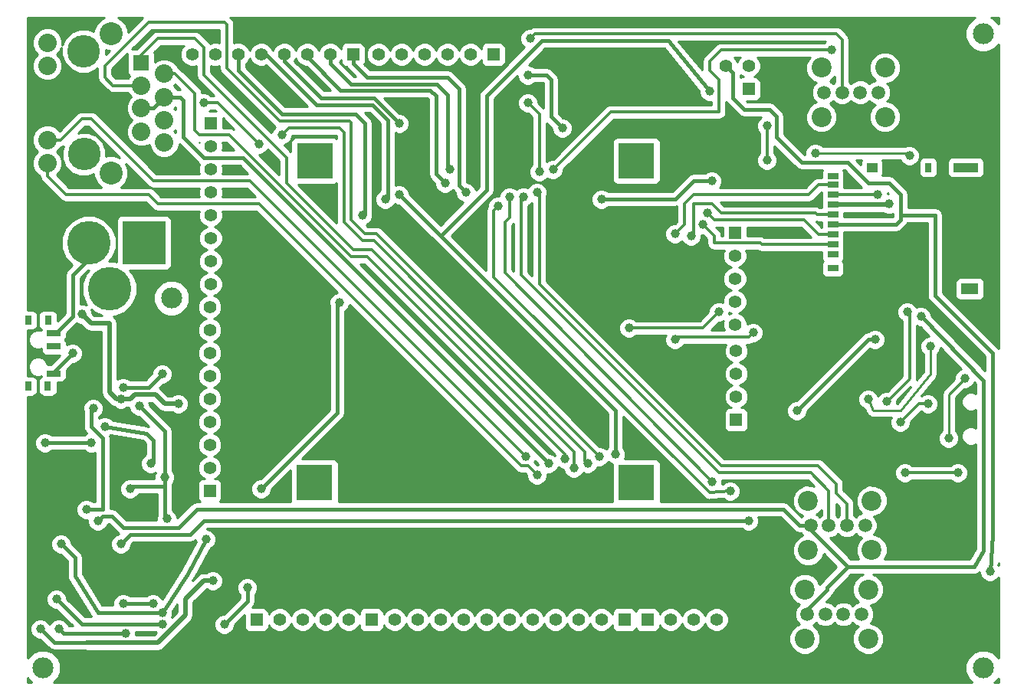
<source format=gbl>
G04 (created by PCBNEW (2014-01-10 BZR 4027)-stable) date Wed 15 Apr 2015 19:22:48 CEST*
%MOIN*%
G04 Gerber Fmt 3.4, Leading zero omitted, Abs format*
%FSLAX34Y34*%
G01*
G70*
G90*
G04 APERTURE LIST*
%ADD10C,0.00590551*%
%ADD11C,0.0866*%
%ADD12C,0.0591*%
%ADD13R,0.055X0.055*%
%ADD14C,0.055*%
%ADD15C,0.189*%
%ADD16R,0.189X0.189*%
%ADD17C,0.1417*%
%ADD18R,0.07X0.07*%
%ADD19C,0.08*%
%ADD20C,0.1*%
%ADD21R,0.15748X0.15748*%
%ADD22R,0.059X0.0275*%
%ADD23R,0.0314X0.0393*%
%ADD24R,0.0314X0.0392*%
%ADD25R,0.0472X0.0276*%
%ADD26R,0.0315X0.0394*%
%ADD27R,0.1102X0.0394*%
%ADD28R,0.0748X0.0512*%
%ADD29R,0.0472X0.0394*%
%ADD30C,0.0912598*%
%ADD31C,0.0393701*%
%ADD32C,0.0137795*%
%ADD33C,0.0177165*%
%ADD34C,0.00984252*%
%ADD35C,0.015748*%
%ADD36C,0.019685*%
%ADD37C,0.011811*%
%ADD38C,0.01*%
G04 APERTURE END LIST*
G54D10*
G54D11*
X104089Y-73371D03*
X104089Y-71229D03*
G54D12*
X106557Y-72300D03*
X105770Y-72300D03*
X104982Y-72300D03*
X104195Y-72300D03*
G54D11*
X106844Y-71229D03*
X106844Y-73371D03*
G54D13*
X101500Y-53300D03*
G54D14*
X101500Y-52300D03*
X100500Y-52300D03*
G54D13*
X90400Y-51800D03*
G54D14*
X89400Y-51800D03*
X88400Y-51800D03*
X87400Y-51800D03*
X86400Y-51800D03*
X85400Y-51800D03*
G54D13*
X80100Y-76400D03*
G54D14*
X81100Y-76400D03*
X82100Y-76400D03*
X83100Y-76400D03*
X84100Y-76400D03*
G54D13*
X100900Y-59550D03*
G54D14*
X100900Y-60550D03*
X100900Y-61550D03*
X100900Y-62550D03*
X100900Y-63550D03*
G54D13*
X100950Y-67700D03*
G54D14*
X100950Y-66700D03*
X100950Y-65700D03*
X100950Y-64700D03*
G54D13*
X85100Y-76400D03*
G54D14*
X86100Y-76400D03*
G54D15*
X72800Y-60000D03*
G54D16*
X75200Y-60000D03*
G54D15*
X73700Y-62000D03*
G54D17*
X72598Y-56144D03*
X72579Y-51656D03*
G54D18*
X75079Y-52168D03*
G54D19*
X76083Y-52640D03*
X75079Y-53152D03*
X76083Y-53664D03*
X75079Y-54136D03*
X76083Y-54648D03*
X75079Y-55160D03*
X76083Y-55632D03*
X71004Y-51282D03*
X71004Y-52286D03*
X71004Y-55514D03*
X71004Y-56518D03*
G54D20*
X73760Y-50888D03*
X73760Y-56951D03*
G54D21*
X82622Y-70429D03*
X82625Y-56422D03*
X96622Y-56425D03*
X96622Y-70422D03*
G54D13*
X78060Y-70790D03*
G54D14*
X78060Y-69790D03*
X78060Y-68790D03*
X78060Y-67790D03*
X78060Y-66790D03*
X78060Y-65790D03*
X78060Y-64790D03*
X78060Y-63790D03*
X78060Y-62790D03*
G54D13*
X78100Y-54800D03*
G54D14*
X78100Y-55800D03*
X78100Y-56800D03*
X78100Y-57800D03*
X78100Y-58800D03*
X78100Y-59800D03*
X78100Y-60800D03*
X78100Y-61800D03*
G54D13*
X97100Y-76400D03*
G54D14*
X98100Y-76400D03*
X99100Y-76400D03*
X100100Y-76400D03*
G54D13*
X96090Y-76400D03*
G54D14*
X95090Y-76400D03*
X94090Y-76400D03*
X93090Y-76400D03*
X92090Y-76400D03*
X91090Y-76400D03*
X90090Y-76400D03*
X89090Y-76400D03*
X88090Y-76400D03*
X87090Y-76400D03*
G54D13*
X84300Y-51800D03*
G54D14*
X83300Y-51800D03*
X82300Y-51800D03*
X81300Y-51800D03*
X80300Y-51800D03*
X79300Y-51800D03*
X78300Y-51800D03*
X77300Y-51800D03*
G54D11*
X104669Y-54521D03*
X104669Y-52379D03*
G54D12*
X107137Y-53450D03*
X106350Y-53450D03*
X105562Y-53450D03*
X104775Y-53450D03*
G54D11*
X107424Y-52379D03*
X107424Y-54521D03*
X103939Y-77231D03*
X103939Y-75089D03*
G54D12*
X106407Y-76160D03*
X105620Y-76160D03*
X104832Y-76160D03*
X104045Y-76160D03*
G54D11*
X106694Y-75089D03*
X106694Y-77231D03*
G54D22*
X71279Y-65685D03*
X71279Y-64505D03*
X71279Y-63915D03*
G54D23*
X70157Y-66237D03*
G54D24*
X71022Y-66237D03*
X71023Y-63363D03*
X70157Y-63363D03*
G54D25*
X105164Y-59200D03*
X105164Y-59633D03*
X105164Y-60066D03*
X105164Y-60499D03*
X105164Y-61109D03*
X105164Y-58767D03*
X105164Y-58334D03*
X105164Y-57901D03*
X105164Y-57468D03*
X105164Y-57094D03*
G54D26*
X109298Y-56720D03*
G54D27*
X110931Y-56720D03*
G54D28*
X111109Y-61995D03*
G54D29*
X106857Y-56720D03*
G54D30*
X70800Y-78500D03*
X111700Y-78500D03*
X111700Y-50900D03*
X76400Y-62400D03*
G54D31*
X102300Y-54900D03*
X102300Y-56400D03*
X79700Y-75000D03*
X78700Y-76600D03*
X112000Y-74300D03*
X73200Y-72100D03*
X109000Y-63200D03*
X108300Y-70000D03*
X110600Y-70000D03*
X107000Y-64200D03*
X103600Y-67300D03*
X101500Y-72100D03*
X74200Y-73100D03*
X96300Y-63700D03*
X100200Y-63000D03*
X98300Y-64200D03*
X101700Y-63900D03*
X108500Y-56200D03*
X107500Y-66900D03*
X104400Y-56100D03*
X108400Y-63000D03*
X99900Y-57300D03*
X95100Y-58100D03*
X110200Y-68500D03*
X110900Y-65900D03*
X84700Y-58800D03*
X85700Y-58100D03*
X86300Y-54800D03*
X88300Y-57400D03*
X88500Y-56800D03*
X89200Y-57800D03*
X93000Y-56800D03*
X105100Y-51600D03*
X92400Y-56900D03*
X91900Y-53900D03*
X92000Y-51100D03*
X92300Y-57800D03*
X91700Y-58000D03*
X90600Y-58400D03*
X100700Y-70800D03*
X91100Y-58000D03*
X99900Y-70400D03*
X72700Y-71600D03*
X73000Y-67200D03*
X74600Y-70700D03*
X76200Y-72000D03*
X76100Y-70200D03*
X75000Y-67100D03*
X71600Y-73100D03*
X76000Y-76100D03*
X77900Y-72900D03*
X76000Y-65700D03*
X74300Y-66300D03*
X99000Y-59700D03*
X99500Y-59200D03*
X99700Y-58700D03*
X107100Y-57900D03*
X92800Y-69600D03*
X91800Y-69300D03*
X92300Y-70100D03*
X98300Y-59600D03*
X95000Y-69300D03*
X81200Y-55300D03*
X94500Y-69600D03*
X77800Y-53900D03*
X80200Y-55700D03*
X93900Y-69800D03*
X93500Y-69400D03*
X91900Y-52700D03*
X93400Y-55000D03*
X83700Y-62600D03*
X80300Y-70700D03*
X99800Y-53400D03*
X95700Y-69200D03*
X86300Y-57900D03*
X72900Y-68700D03*
X70900Y-68700D03*
X73500Y-68000D03*
X75500Y-69600D03*
X75600Y-75700D03*
X74300Y-75700D03*
X74400Y-77000D03*
X71500Y-76800D03*
X76000Y-76600D03*
X71400Y-75500D03*
X109400Y-64500D03*
X106700Y-66800D03*
X72100Y-64800D03*
X78200Y-74700D03*
X70700Y-76800D03*
X109300Y-67000D03*
X108100Y-67800D03*
X107600Y-58300D03*
X72500Y-63100D03*
X76700Y-67000D03*
X74200Y-66800D03*
G54D32*
X102300Y-56400D02*
X102300Y-54900D01*
G54D33*
X79700Y-75600D02*
X79700Y-75000D01*
X78700Y-76600D02*
X79700Y-75600D01*
X108100Y-58800D02*
X109600Y-58800D01*
X112000Y-74300D02*
X112094Y-72699D01*
X112094Y-72699D02*
X112100Y-71000D01*
X112100Y-71000D02*
X112100Y-64800D01*
X112100Y-64800D02*
X109600Y-62300D01*
X109600Y-62300D02*
X109600Y-58800D01*
X105164Y-59200D02*
X107900Y-59200D01*
X100800Y-52600D02*
X100500Y-52300D01*
X100800Y-53700D02*
X100800Y-52600D01*
X101300Y-54200D02*
X100800Y-53700D01*
X102400Y-54200D02*
X101300Y-54200D01*
X102700Y-54500D02*
X102400Y-54200D01*
X102700Y-55400D02*
X102700Y-54500D01*
X103800Y-56500D02*
X102700Y-55400D01*
X105800Y-56500D02*
X103800Y-56500D01*
X106700Y-57400D02*
X105800Y-56500D01*
X107600Y-57400D02*
X106700Y-57400D01*
X108100Y-57900D02*
X107600Y-57400D01*
X108100Y-59000D02*
X108100Y-58800D01*
X108100Y-58800D02*
X108100Y-57900D01*
X107900Y-59200D02*
X108100Y-59000D01*
X101000Y-71600D02*
X103000Y-71600D01*
X103700Y-72300D02*
X104195Y-72300D01*
X103000Y-71600D02*
X103700Y-72300D01*
X79200Y-71600D02*
X101000Y-71600D01*
X101000Y-71600D02*
X101100Y-71600D01*
X73800Y-71900D02*
X74300Y-72400D01*
X74300Y-72400D02*
X76700Y-72400D01*
X76700Y-72400D02*
X77500Y-71600D01*
X77500Y-71600D02*
X79200Y-71600D01*
X73400Y-71900D02*
X73500Y-71900D01*
X73200Y-72100D02*
X73400Y-71900D01*
X73500Y-71900D02*
X73800Y-71900D01*
X105800Y-74100D02*
X104900Y-75000D01*
X104045Y-75955D02*
X104045Y-76160D01*
X104900Y-75100D02*
X104045Y-75955D01*
X104900Y-75000D02*
X104900Y-75100D01*
X104195Y-72495D02*
X104195Y-72300D01*
X105800Y-74100D02*
X104195Y-72495D01*
X105800Y-74100D02*
X105800Y-74100D01*
X111300Y-74100D02*
X105800Y-74100D01*
X111700Y-73400D02*
X111300Y-74100D01*
X111700Y-66000D02*
X111700Y-73400D01*
X109000Y-63200D02*
X111700Y-66000D01*
G54D32*
X110600Y-70000D02*
X108300Y-70000D01*
G54D33*
X107000Y-64200D02*
X106700Y-64200D01*
X106700Y-64200D02*
X103600Y-67300D01*
X79000Y-72100D02*
X101500Y-72100D01*
X103600Y-67300D02*
X103800Y-67100D01*
X101500Y-72100D02*
X101500Y-72100D01*
X77800Y-72100D02*
X79000Y-72100D01*
X79000Y-72100D02*
X79100Y-72100D01*
X77200Y-72700D02*
X77800Y-72100D01*
X74600Y-72700D02*
X77200Y-72700D01*
X74200Y-73100D02*
X74600Y-72700D01*
G54D32*
X99500Y-63700D02*
X96300Y-63700D01*
X100200Y-63000D02*
X99500Y-63700D01*
X98400Y-64100D02*
X98300Y-64200D01*
X101500Y-64100D02*
X98400Y-64100D01*
X101700Y-63900D02*
X101500Y-64100D01*
G54D34*
X107500Y-66900D02*
X108500Y-65900D01*
X108500Y-56200D02*
X108400Y-56100D01*
X108400Y-56100D02*
X104400Y-56100D01*
G54D32*
X108500Y-63100D02*
X108500Y-65900D01*
X108400Y-63000D02*
X108500Y-63100D01*
G54D35*
X99100Y-57300D02*
X99900Y-57300D01*
X98300Y-58100D02*
X99100Y-57300D01*
X95100Y-58100D02*
X98300Y-58100D01*
G54D34*
X110200Y-66600D02*
X110200Y-68500D01*
X110900Y-65900D02*
X110200Y-66600D01*
G54D35*
X79300Y-52500D02*
X79300Y-51800D01*
X81200Y-54400D02*
X79300Y-52500D01*
X84400Y-54400D02*
X81200Y-54400D01*
X84800Y-54800D02*
X84400Y-54400D01*
X84800Y-58700D02*
X84800Y-54800D01*
X84700Y-58800D02*
X84800Y-58700D01*
X80300Y-51800D02*
X80500Y-51800D01*
X85800Y-58000D02*
X85700Y-58100D01*
X85800Y-54661D02*
X85800Y-58000D01*
X85138Y-54000D02*
X85800Y-54661D01*
X82700Y-54000D02*
X85138Y-54000D01*
X80500Y-51800D02*
X82700Y-54000D01*
X81300Y-52100D02*
X81300Y-51800D01*
X82900Y-53700D02*
X81300Y-52100D01*
X85200Y-53700D02*
X82900Y-53700D01*
X86300Y-54800D02*
X85200Y-53700D01*
X82300Y-51800D02*
X82300Y-51900D01*
X87900Y-57000D02*
X88300Y-57400D01*
X87900Y-53600D02*
X87900Y-57000D01*
X87655Y-53355D02*
X87900Y-53600D01*
X83755Y-53355D02*
X87655Y-53355D01*
X82300Y-51900D02*
X83755Y-53355D01*
X83300Y-52200D02*
X83300Y-51800D01*
X84200Y-53100D02*
X83300Y-52200D01*
X87944Y-53100D02*
X84200Y-53100D01*
X88400Y-53555D02*
X87944Y-53100D01*
X88400Y-56700D02*
X88400Y-53555D01*
X88500Y-56800D02*
X88400Y-56700D01*
X84300Y-51800D02*
X84300Y-52200D01*
X88900Y-57500D02*
X89200Y-57800D01*
X88900Y-53300D02*
X88900Y-57500D01*
X88400Y-52800D02*
X88900Y-53300D01*
X84900Y-52800D02*
X88400Y-52800D01*
X84300Y-52200D02*
X84900Y-52800D01*
G54D32*
X100200Y-54300D02*
X100200Y-52900D01*
X93000Y-56800D02*
X95500Y-54300D01*
X95500Y-54300D02*
X100200Y-54300D01*
X100300Y-51600D02*
X105100Y-51600D01*
X99800Y-52100D02*
X100300Y-51600D01*
X99800Y-52500D02*
X99800Y-52100D01*
X100200Y-52900D02*
X99800Y-52500D01*
X105562Y-53450D02*
X105562Y-51162D01*
X92400Y-54400D02*
X92400Y-56900D01*
X91900Y-53900D02*
X92400Y-54400D01*
X92200Y-50900D02*
X92000Y-51100D01*
X105300Y-50900D02*
X92200Y-50900D01*
X105562Y-51162D02*
X105300Y-50900D01*
X105770Y-72300D02*
X105770Y-71370D01*
X92400Y-57900D02*
X92300Y-57800D01*
X92400Y-61800D02*
X92400Y-57900D01*
X100300Y-69700D02*
X92400Y-61800D01*
X104500Y-69700D02*
X100300Y-69700D01*
X105300Y-70500D02*
X104500Y-69700D01*
X105300Y-70900D02*
X105300Y-70500D01*
X105770Y-71370D02*
X105300Y-70900D01*
X104982Y-70782D02*
X104982Y-72300D01*
X104200Y-70000D02*
X104982Y-70782D01*
X100200Y-70000D02*
X104200Y-70000D01*
X91600Y-61400D02*
X100200Y-70000D01*
X91600Y-58100D02*
X91600Y-61400D01*
X91700Y-58000D02*
X91600Y-58100D01*
X99803Y-70858D02*
X100700Y-70800D01*
X90400Y-61500D02*
X99803Y-70858D01*
X90400Y-58600D02*
X90400Y-61500D01*
X90600Y-58400D02*
X90400Y-58600D01*
X91100Y-58900D02*
X91100Y-58000D01*
X90900Y-59100D02*
X91100Y-58900D01*
X90900Y-61300D02*
X90900Y-59100D01*
X99900Y-70400D02*
X90900Y-61300D01*
G54D33*
X73400Y-71600D02*
X72700Y-71600D01*
X73400Y-68500D02*
X73400Y-71600D01*
X72900Y-68000D02*
X73400Y-68500D01*
X72900Y-67300D02*
X72900Y-68000D01*
X73000Y-67200D02*
X72900Y-67300D01*
X76100Y-70600D02*
X74700Y-70600D01*
X74700Y-70600D02*
X74600Y-70700D01*
X76100Y-71900D02*
X76100Y-70600D01*
X76100Y-70600D02*
X76100Y-70200D01*
X76200Y-72000D02*
X76100Y-71900D01*
X76100Y-68200D02*
X76100Y-70200D01*
X75000Y-67100D02*
X76100Y-68200D01*
X76000Y-76100D02*
X73200Y-76100D01*
X72200Y-73700D02*
X71600Y-73100D01*
X72200Y-74500D02*
X72200Y-73700D01*
X73200Y-76100D02*
X72200Y-74500D01*
X77100Y-74400D02*
X76000Y-76100D01*
X77900Y-72900D02*
X77100Y-74400D01*
X76000Y-65700D02*
X75400Y-66300D01*
X75400Y-66300D02*
X74300Y-66300D01*
G54D32*
X104467Y-58767D02*
X105164Y-58767D01*
X104400Y-58700D02*
X104467Y-58767D01*
X100300Y-58700D02*
X104400Y-58700D01*
X99900Y-58300D02*
X100300Y-58700D01*
X99100Y-58300D02*
X99900Y-58300D01*
X99100Y-59600D02*
X99100Y-58300D01*
X99000Y-59700D02*
X99100Y-59600D01*
X102066Y-60066D02*
X105164Y-60066D01*
X102000Y-60000D02*
X102066Y-60066D01*
X100000Y-60000D02*
X102000Y-60000D01*
X100000Y-59700D02*
X100000Y-60000D01*
X99500Y-59200D02*
X100000Y-59700D01*
X104533Y-59633D02*
X105164Y-59633D01*
X103900Y-59000D02*
X104533Y-59633D01*
X100000Y-59000D02*
X103900Y-59000D01*
X99700Y-58700D02*
X100000Y-59000D01*
X107100Y-57900D02*
X107099Y-57901D01*
X105164Y-57901D02*
X107099Y-57901D01*
G54D33*
X76764Y-53664D02*
X76083Y-53664D01*
X76900Y-53800D02*
X76764Y-53664D01*
X76900Y-55400D02*
X76900Y-53800D01*
X77800Y-56300D02*
X76900Y-55400D01*
X79500Y-56300D02*
X77800Y-56300D01*
X92800Y-69600D02*
X79500Y-56300D01*
X75079Y-54136D02*
X75611Y-54136D01*
X75611Y-54136D02*
X76083Y-53664D01*
G54D32*
X71004Y-55514D02*
X71586Y-55514D01*
X91800Y-69300D02*
X84200Y-61700D01*
X79800Y-57300D02*
X84200Y-61700D01*
X75600Y-57300D02*
X79800Y-57300D01*
X72900Y-54600D02*
X75600Y-57300D01*
X72500Y-54600D02*
X72900Y-54600D01*
X71586Y-55514D02*
X72500Y-54600D01*
X71004Y-57104D02*
X71004Y-56518D01*
X71800Y-57900D02*
X71004Y-57104D01*
X75400Y-57900D02*
X71800Y-57900D01*
X75800Y-58300D02*
X75400Y-57900D01*
X80200Y-58300D02*
X75800Y-58300D01*
X91600Y-69700D02*
X80200Y-58300D01*
X91900Y-69700D02*
X91600Y-69700D01*
X92300Y-70100D02*
X91900Y-69700D01*
X104532Y-57468D02*
X105164Y-57468D01*
X104100Y-57900D02*
X104532Y-57468D01*
X99100Y-57900D02*
X104100Y-57900D01*
X98700Y-58300D02*
X99100Y-57900D01*
X98700Y-59200D02*
X98700Y-58300D01*
X98300Y-59600D02*
X98700Y-59200D01*
X73852Y-53152D02*
X75079Y-53152D01*
X73500Y-52800D02*
X73852Y-53152D01*
X73500Y-52300D02*
X73500Y-52800D01*
X75400Y-50400D02*
X73500Y-52300D01*
X78700Y-50400D02*
X75400Y-50400D01*
X78800Y-50500D02*
X78700Y-50400D01*
X78800Y-52400D02*
X78800Y-50500D01*
X81100Y-54700D02*
X78800Y-52400D01*
X84153Y-54700D02*
X81100Y-54700D01*
X84200Y-54746D02*
X84153Y-54700D01*
X84200Y-59000D02*
X84200Y-54746D01*
X84800Y-59600D02*
X84200Y-59000D01*
X85300Y-59600D02*
X84800Y-59600D01*
X95000Y-69300D02*
X85300Y-59600D01*
X81500Y-55000D02*
X81200Y-55300D01*
X83700Y-55000D02*
X82400Y-55000D01*
X83900Y-55200D02*
X83700Y-55000D01*
X83900Y-59100D02*
X83900Y-55200D01*
X84700Y-59900D02*
X83900Y-59100D01*
X85200Y-59900D02*
X84700Y-59900D01*
X94382Y-69082D02*
X85200Y-59900D01*
X94382Y-69482D02*
X94382Y-69082D01*
X94500Y-69600D02*
X94382Y-69482D01*
X82400Y-55000D02*
X81500Y-55000D01*
X78400Y-53900D02*
X77800Y-53900D01*
X80200Y-55700D02*
X78400Y-53900D01*
X75079Y-52168D02*
X75079Y-51821D01*
X93900Y-69100D02*
X93900Y-69800D01*
X85100Y-60300D02*
X93900Y-69100D01*
X84300Y-60300D02*
X85100Y-60300D01*
X81400Y-57400D02*
X84300Y-60300D01*
X81400Y-56300D02*
X81400Y-57400D01*
X77800Y-52700D02*
X81400Y-56300D01*
X77800Y-51500D02*
X77800Y-52700D01*
X77400Y-51100D02*
X77800Y-51500D01*
X75800Y-51100D02*
X77400Y-51100D01*
X75079Y-51821D02*
X75800Y-51100D01*
X76083Y-52640D02*
X76540Y-52640D01*
X93500Y-69200D02*
X93500Y-69400D01*
X84900Y-60600D02*
X93500Y-69200D01*
X84200Y-60600D02*
X84900Y-60600D01*
X78900Y-55300D02*
X84200Y-60600D01*
X77600Y-55300D02*
X78900Y-55300D01*
X77400Y-55100D02*
X77600Y-55300D01*
X77400Y-53500D02*
X77400Y-55100D01*
X76540Y-52640D02*
X77400Y-53500D01*
G54D35*
X92700Y-52700D02*
X91900Y-52700D01*
X92900Y-52900D02*
X92700Y-52700D01*
X92900Y-54500D02*
X92900Y-52900D01*
X93400Y-55000D02*
X92900Y-54500D01*
G54D33*
X83600Y-62700D02*
X83700Y-62600D01*
X83600Y-67400D02*
X83600Y-62700D01*
X80300Y-70700D02*
X83600Y-67400D01*
X90100Y-57700D02*
X88100Y-59700D01*
X90100Y-53600D02*
X90100Y-57700D01*
X92500Y-51200D02*
X90100Y-53600D01*
X98000Y-51200D02*
X92500Y-51200D01*
X99800Y-53400D02*
X98000Y-51200D01*
X95700Y-67300D02*
X95700Y-69200D01*
X86300Y-57900D02*
X88100Y-59700D01*
X88100Y-59700D02*
X95700Y-67300D01*
G54D35*
X70900Y-68700D02*
X72900Y-68700D01*
X75300Y-68300D02*
X73500Y-68000D01*
X75600Y-68600D02*
X75300Y-68300D01*
X75600Y-69500D02*
X75600Y-68600D01*
X75500Y-69600D02*
X75600Y-69500D01*
X74300Y-75700D02*
X75600Y-75700D01*
X71700Y-77000D02*
X74400Y-77000D01*
X71500Y-76800D02*
X71700Y-77000D01*
X72500Y-76600D02*
X76000Y-76600D01*
X71400Y-75500D02*
X72500Y-76600D01*
G54D34*
X109400Y-65700D02*
X109400Y-64500D01*
X108100Y-67299D02*
X109400Y-65700D01*
X106900Y-67299D02*
X108100Y-67299D01*
X106700Y-66800D02*
X106900Y-67299D01*
G54D35*
X72800Y-60000D02*
X72800Y-60700D01*
X71385Y-63915D02*
X71279Y-63915D01*
X72100Y-63200D02*
X71385Y-63915D01*
X72100Y-61400D02*
X72100Y-63200D01*
X72800Y-60700D02*
X72100Y-61400D01*
X71279Y-65685D02*
X71279Y-65621D01*
X71279Y-65621D02*
X72100Y-64800D01*
G54D33*
X72700Y-77400D02*
X71300Y-77400D01*
G54D36*
X77800Y-74700D02*
X78200Y-74700D01*
X77000Y-75500D02*
X77800Y-74700D01*
X77000Y-76200D02*
X77000Y-75500D01*
X75800Y-77400D02*
X77000Y-76200D01*
X72700Y-77400D02*
X75800Y-77400D01*
G54D33*
X71300Y-77400D02*
X70700Y-76800D01*
G54D37*
X108900Y-67000D02*
X109300Y-67000D01*
X108100Y-67800D02*
X108900Y-67000D01*
G54D36*
X107566Y-58334D02*
X105164Y-58334D01*
X107600Y-58300D02*
X107566Y-58334D01*
X73700Y-63500D02*
X72900Y-63500D01*
X72900Y-63500D02*
X72500Y-63100D01*
X74200Y-66800D02*
X74000Y-66800D01*
X73700Y-66500D02*
X73700Y-63500D01*
X74000Y-66800D02*
X73700Y-66500D01*
X76100Y-67000D02*
X76700Y-67000D01*
X75700Y-66600D02*
X76100Y-67000D01*
X74800Y-66600D02*
X75700Y-66600D01*
X74600Y-66800D02*
X74800Y-66600D01*
X74200Y-66800D02*
X74600Y-66800D01*
G54D10*
G36*
X70314Y-79120D02*
X70129Y-79120D01*
X70129Y-78925D01*
X70136Y-78942D01*
X70314Y-79120D01*
X70314Y-79120D01*
G37*
G54D38*
X70314Y-79120D02*
X70129Y-79120D01*
X70129Y-78925D01*
X70136Y-78942D01*
X70314Y-79120D01*
G54D10*
G36*
X72814Y-61195D02*
X72687Y-61322D01*
X72505Y-61761D01*
X72504Y-62236D01*
X72686Y-62676D01*
X72716Y-62705D01*
X72589Y-62653D01*
X72428Y-62653D01*
X72428Y-61536D01*
X72769Y-61194D01*
X72814Y-61195D01*
X72814Y-61195D01*
G37*
G54D38*
X72814Y-61195D02*
X72687Y-61322D01*
X72505Y-61761D01*
X72504Y-62236D01*
X72686Y-62676D01*
X72716Y-62705D01*
X72589Y-62653D01*
X72428Y-62653D01*
X72428Y-61536D01*
X72769Y-61194D01*
X72814Y-61195D01*
G54D10*
G36*
X73329Y-57581D02*
X71932Y-57581D01*
X71396Y-57045D01*
X71554Y-56886D01*
X71653Y-56647D01*
X71654Y-56389D01*
X71555Y-56150D01*
X71421Y-56015D01*
X71554Y-55882D01*
X71575Y-55832D01*
X71586Y-55832D01*
X71586Y-55832D01*
X71698Y-55810D01*
X71639Y-55952D01*
X71639Y-56333D01*
X71784Y-56686D01*
X72054Y-56956D01*
X72406Y-57102D01*
X72787Y-57102D01*
X73009Y-57010D01*
X73009Y-57099D01*
X73123Y-57375D01*
X73329Y-57581D01*
X73329Y-57581D01*
G37*
G54D38*
X73329Y-57581D02*
X71932Y-57581D01*
X71396Y-57045D01*
X71554Y-56886D01*
X71653Y-56647D01*
X71654Y-56389D01*
X71555Y-56150D01*
X71421Y-56015D01*
X71554Y-55882D01*
X71575Y-55832D01*
X71586Y-55832D01*
X71586Y-55832D01*
X71698Y-55810D01*
X71639Y-55952D01*
X71639Y-56333D01*
X71784Y-56686D01*
X72054Y-56956D01*
X72406Y-57102D01*
X72787Y-57102D01*
X73009Y-57010D01*
X73009Y-57099D01*
X73123Y-57375D01*
X73329Y-57581D01*
G54D10*
G36*
X73357Y-63151D02*
X73044Y-63151D01*
X72946Y-63054D01*
X72946Y-63011D01*
X72894Y-62884D01*
X73022Y-63012D01*
X73357Y-63151D01*
X73357Y-63151D01*
G37*
G54D38*
X73357Y-63151D02*
X73044Y-63151D01*
X72946Y-63054D01*
X72946Y-63011D01*
X72894Y-62884D01*
X73022Y-63012D01*
X73357Y-63151D01*
G54D10*
G36*
X73711Y-51637D02*
X73537Y-51811D01*
X73537Y-51607D01*
X73610Y-51637D01*
X73711Y-51637D01*
X73711Y-51637D01*
G37*
G54D38*
X73711Y-51637D02*
X73537Y-51811D01*
X73537Y-51607D01*
X73610Y-51637D01*
X73711Y-51637D01*
G54D10*
G36*
X74149Y-56300D02*
X73909Y-56201D01*
X73611Y-56200D01*
X73556Y-56223D01*
X73556Y-55954D01*
X73411Y-55601D01*
X73141Y-55331D01*
X72789Y-55185D01*
X72408Y-55185D01*
X72335Y-55215D01*
X72632Y-54918D01*
X72767Y-54918D01*
X74149Y-56300D01*
X74149Y-56300D01*
G37*
G54D38*
X74149Y-56300D02*
X73909Y-56201D01*
X73611Y-56200D01*
X73556Y-56223D01*
X73556Y-55954D01*
X73411Y-55601D01*
X73141Y-55331D01*
X72789Y-55185D01*
X72408Y-55185D01*
X72335Y-55215D01*
X72632Y-54918D01*
X72767Y-54918D01*
X74149Y-56300D01*
G54D10*
G36*
X74584Y-52727D02*
X74528Y-52783D01*
X74507Y-52833D01*
X73984Y-52833D01*
X73818Y-52667D01*
X73818Y-52432D01*
X74479Y-51771D01*
X74478Y-51867D01*
X74478Y-52567D01*
X74516Y-52659D01*
X74584Y-52727D01*
X74584Y-52727D01*
G37*
G54D38*
X74584Y-52727D02*
X74528Y-52783D01*
X74507Y-52833D01*
X73984Y-52833D01*
X73818Y-52667D01*
X73818Y-52432D01*
X74479Y-51771D01*
X74478Y-51867D01*
X74478Y-52567D01*
X74516Y-52659D01*
X74584Y-52727D01*
G54D10*
G36*
X75149Y-50199D02*
X74510Y-50838D01*
X74510Y-50739D01*
X74396Y-50463D01*
X74185Y-50252D01*
X74057Y-50199D01*
X75149Y-50199D01*
X75149Y-50199D01*
G37*
G54D38*
X75149Y-50199D02*
X74510Y-50838D01*
X74510Y-50739D01*
X74396Y-50463D01*
X74185Y-50252D01*
X74057Y-50199D01*
X75149Y-50199D01*
G54D10*
G36*
X75737Y-76969D02*
X75655Y-77051D01*
X74846Y-77051D01*
X74846Y-76928D01*
X75696Y-76928D01*
X75737Y-76969D01*
X75737Y-76969D01*
G37*
G54D38*
X75737Y-76969D02*
X75655Y-77051D01*
X74846Y-77051D01*
X74846Y-76928D01*
X75696Y-76928D01*
X75737Y-76969D01*
G54D10*
G36*
X75761Y-71891D02*
X75753Y-71910D01*
X75753Y-72061D01*
X74440Y-72061D01*
X74039Y-71660D01*
X73929Y-71587D01*
X73800Y-71561D01*
X73738Y-71561D01*
X73738Y-68500D01*
X73717Y-68393D01*
X73752Y-68379D01*
X73755Y-68376D01*
X75143Y-68608D01*
X75271Y-68736D01*
X75271Y-69211D01*
X75247Y-69220D01*
X75121Y-69346D01*
X75053Y-69510D01*
X75053Y-69688D01*
X75120Y-69852D01*
X75246Y-69978D01*
X75410Y-70046D01*
X75588Y-70046D01*
X75698Y-70001D01*
X75653Y-70110D01*
X75653Y-70261D01*
X74708Y-70261D01*
X74689Y-70253D01*
X74511Y-70253D01*
X74347Y-70320D01*
X74221Y-70446D01*
X74153Y-70610D01*
X74153Y-70788D01*
X74220Y-70952D01*
X74346Y-71078D01*
X74510Y-71146D01*
X74688Y-71146D01*
X74852Y-71079D01*
X74978Y-70953D01*
X74984Y-70938D01*
X75761Y-70938D01*
X75761Y-71891D01*
X75761Y-71891D01*
G37*
G54D38*
X75761Y-71891D02*
X75753Y-71910D01*
X75753Y-72061D01*
X74440Y-72061D01*
X74039Y-71660D01*
X73929Y-71587D01*
X73800Y-71561D01*
X73738Y-71561D01*
X73738Y-68500D01*
X73717Y-68393D01*
X73752Y-68379D01*
X73755Y-68376D01*
X75143Y-68608D01*
X75271Y-68736D01*
X75271Y-69211D01*
X75247Y-69220D01*
X75121Y-69346D01*
X75053Y-69510D01*
X75053Y-69688D01*
X75120Y-69852D01*
X75246Y-69978D01*
X75410Y-70046D01*
X75588Y-70046D01*
X75698Y-70001D01*
X75653Y-70110D01*
X75653Y-70261D01*
X74708Y-70261D01*
X74689Y-70253D01*
X74511Y-70253D01*
X74347Y-70320D01*
X74221Y-70446D01*
X74153Y-70610D01*
X74153Y-70788D01*
X74220Y-70952D01*
X74346Y-71078D01*
X74510Y-71146D01*
X74688Y-71146D01*
X74852Y-71079D01*
X74978Y-70953D01*
X74984Y-70938D01*
X75761Y-70938D01*
X75761Y-71891D01*
G54D10*
G36*
X76561Y-54207D02*
X76510Y-54155D01*
X76561Y-54104D01*
X76561Y-54207D01*
X76561Y-54207D01*
G37*
G54D38*
X76561Y-54207D02*
X76510Y-54155D01*
X76561Y-54104D01*
X76561Y-54207D01*
G54D10*
G36*
X76561Y-55191D02*
X76510Y-55139D01*
X76561Y-55088D01*
X76561Y-55191D01*
X76561Y-55191D01*
G37*
G54D38*
X76561Y-55191D02*
X76510Y-55139D01*
X76561Y-55088D01*
X76561Y-55191D01*
G54D10*
G36*
X76651Y-76055D02*
X76396Y-76311D01*
X76446Y-76189D01*
X76446Y-76032D01*
X76651Y-75716D01*
X76651Y-76055D01*
X76651Y-76055D01*
G37*
G54D38*
X76651Y-76055D02*
X76396Y-76311D01*
X76446Y-76189D01*
X76446Y-76032D01*
X76651Y-75716D01*
X76651Y-76055D01*
G54D10*
G36*
X76777Y-53328D02*
X76764Y-53325D01*
X76646Y-53325D01*
X76634Y-53296D01*
X76490Y-53151D01*
X76545Y-53096D01*
X76777Y-53328D01*
X76777Y-53328D01*
G37*
G54D38*
X76777Y-53328D02*
X76764Y-53325D01*
X76646Y-53325D01*
X76634Y-53296D01*
X76490Y-53151D01*
X76545Y-53096D01*
X76777Y-53328D01*
G54D10*
G36*
X77606Y-55618D02*
X77604Y-55625D01*
X77597Y-55618D01*
X77600Y-55618D01*
X77606Y-55618D01*
X77606Y-55618D01*
G37*
G54D38*
X77606Y-55618D02*
X77604Y-55625D01*
X77597Y-55618D01*
X77600Y-55618D01*
X77606Y-55618D01*
G54D10*
G36*
X77606Y-57981D02*
X75932Y-57981D01*
X75625Y-57674D01*
X75522Y-57605D01*
X75400Y-57581D01*
X74190Y-57581D01*
X74395Y-57376D01*
X74509Y-57100D01*
X74510Y-56802D01*
X74410Y-56561D01*
X75374Y-57525D01*
X75374Y-57525D01*
X75426Y-57560D01*
X75477Y-57594D01*
X75477Y-57594D01*
X75600Y-57618D01*
X77606Y-57618D01*
X77575Y-57695D01*
X77574Y-57903D01*
X77606Y-57981D01*
X77606Y-57981D01*
G37*
G54D38*
X77606Y-57981D02*
X75932Y-57981D01*
X75625Y-57674D01*
X75522Y-57605D01*
X75400Y-57581D01*
X74190Y-57581D01*
X74395Y-57376D01*
X74509Y-57100D01*
X74510Y-56802D01*
X74410Y-56561D01*
X75374Y-57525D01*
X75374Y-57525D01*
X75426Y-57560D01*
X75477Y-57594D01*
X75477Y-57594D01*
X75600Y-57618D01*
X77606Y-57618D01*
X77575Y-57695D01*
X77574Y-57903D01*
X77606Y-57981D01*
G54D10*
G36*
X78230Y-53581D02*
X78113Y-53581D01*
X78053Y-53521D01*
X77889Y-53453D01*
X77711Y-53453D01*
X77709Y-53453D01*
X77694Y-53377D01*
X77694Y-53377D01*
X77660Y-53326D01*
X77625Y-53274D01*
X77625Y-53274D01*
X76765Y-52414D01*
X76665Y-52347D01*
X76665Y-52347D01*
X76634Y-52272D01*
X76451Y-52089D01*
X76212Y-51990D01*
X75954Y-51989D01*
X75715Y-52088D01*
X75679Y-52124D01*
X75679Y-51768D01*
X75650Y-51700D01*
X75932Y-51418D01*
X76938Y-51418D01*
X76855Y-51502D01*
X76775Y-51695D01*
X76774Y-51903D01*
X76854Y-52097D01*
X77002Y-52244D01*
X77195Y-52324D01*
X77403Y-52325D01*
X77481Y-52293D01*
X77481Y-52700D01*
X77505Y-52822D01*
X77574Y-52925D01*
X78230Y-53581D01*
X78230Y-53581D01*
G37*
G54D38*
X78230Y-53581D02*
X78113Y-53581D01*
X78053Y-53521D01*
X77889Y-53453D01*
X77711Y-53453D01*
X77709Y-53453D01*
X77694Y-53377D01*
X77694Y-53377D01*
X77660Y-53326D01*
X77625Y-53274D01*
X77625Y-53274D01*
X76765Y-52414D01*
X76665Y-52347D01*
X76665Y-52347D01*
X76634Y-52272D01*
X76451Y-52089D01*
X76212Y-51990D01*
X75954Y-51989D01*
X75715Y-52088D01*
X75679Y-52124D01*
X75679Y-51768D01*
X75650Y-51700D01*
X75932Y-51418D01*
X76938Y-51418D01*
X76855Y-51502D01*
X76775Y-51695D01*
X76774Y-51903D01*
X76854Y-52097D01*
X77002Y-52244D01*
X77195Y-52324D01*
X77403Y-52325D01*
X77481Y-52293D01*
X77481Y-52700D01*
X77505Y-52822D01*
X77574Y-52925D01*
X78230Y-53581D01*
G54D10*
G36*
X78323Y-54274D02*
X78056Y-54274D01*
X78113Y-54218D01*
X78267Y-54218D01*
X78323Y-54274D01*
X78323Y-54274D01*
G37*
G54D38*
X78323Y-54274D02*
X78056Y-54274D01*
X78113Y-54218D01*
X78267Y-54218D01*
X78323Y-54274D01*
G54D10*
G36*
X78481Y-51306D02*
X78404Y-51275D01*
X78196Y-51274D01*
X78062Y-51330D01*
X78025Y-51274D01*
X78025Y-51274D01*
X77625Y-50874D01*
X77522Y-50805D01*
X77400Y-50781D01*
X75800Y-50781D01*
X75677Y-50805D01*
X75574Y-50874D01*
X74881Y-51567D01*
X74683Y-51567D01*
X75532Y-50718D01*
X78481Y-50718D01*
X78481Y-51306D01*
X78481Y-51306D01*
G37*
G54D38*
X78481Y-51306D02*
X78404Y-51275D01*
X78196Y-51274D01*
X78062Y-51330D01*
X78025Y-51274D01*
X78025Y-51274D01*
X77625Y-50874D01*
X77522Y-50805D01*
X77400Y-50781D01*
X75800Y-50781D01*
X75677Y-50805D01*
X75574Y-50874D01*
X74881Y-51567D01*
X74683Y-51567D01*
X75532Y-50718D01*
X78481Y-50718D01*
X78481Y-51306D01*
G54D10*
G36*
X79110Y-55961D02*
X78601Y-55961D01*
X78624Y-55904D01*
X78625Y-55696D01*
X78593Y-55618D01*
X78767Y-55618D01*
X79110Y-55961D01*
X79110Y-55961D01*
G37*
G54D38*
X79110Y-55961D02*
X78601Y-55961D01*
X78624Y-55904D01*
X78625Y-55696D01*
X78593Y-55618D01*
X78767Y-55618D01*
X79110Y-55961D01*
G54D10*
G36*
X79119Y-55070D02*
X79022Y-55005D01*
X78900Y-54981D01*
X78625Y-54981D01*
X78625Y-54576D01*
X79119Y-55070D01*
X79119Y-55070D01*
G37*
G54D38*
X79119Y-55070D02*
X79022Y-55005D01*
X78900Y-54981D01*
X78625Y-54981D01*
X78625Y-54576D01*
X79119Y-55070D01*
G54D10*
G36*
X79702Y-56981D02*
X78593Y-56981D01*
X78624Y-56904D01*
X78625Y-56696D01*
X78601Y-56638D01*
X79359Y-56638D01*
X79702Y-56981D01*
X79702Y-56981D01*
G37*
G54D38*
X79702Y-56981D02*
X78593Y-56981D01*
X78624Y-56904D01*
X78625Y-56696D01*
X78601Y-56638D01*
X79359Y-56638D01*
X79702Y-56981D01*
G54D10*
G36*
X80030Y-57981D02*
X78593Y-57981D01*
X78624Y-57904D01*
X78625Y-57696D01*
X78593Y-57618D01*
X79667Y-57618D01*
X80030Y-57981D01*
X80030Y-57981D01*
G37*
G54D38*
X80030Y-57981D02*
X78593Y-57981D01*
X78624Y-57904D01*
X78625Y-57696D01*
X78593Y-57618D01*
X79667Y-57618D01*
X80030Y-57981D01*
G54D10*
G36*
X80915Y-54952D02*
X80821Y-55046D01*
X80755Y-55204D01*
X78118Y-52567D01*
X78118Y-52293D01*
X78195Y-52324D01*
X78403Y-52325D01*
X78481Y-52293D01*
X78481Y-52400D01*
X78505Y-52522D01*
X78574Y-52625D01*
X80874Y-54925D01*
X80874Y-54925D01*
X80915Y-54952D01*
X80915Y-54952D01*
G37*
G54D38*
X80915Y-54952D02*
X80821Y-55046D01*
X80755Y-55204D01*
X78118Y-52567D01*
X78118Y-52293D01*
X78195Y-52324D01*
X78403Y-52325D01*
X78481Y-52293D01*
X78481Y-52400D01*
X78505Y-52522D01*
X78574Y-52625D01*
X80874Y-54925D01*
X80874Y-54925D01*
X80915Y-54952D01*
G54D10*
G36*
X81081Y-57030D02*
X80197Y-56146D01*
X80288Y-56146D01*
X80452Y-56079D01*
X80578Y-55953D01*
X80585Y-55936D01*
X81081Y-56432D01*
X81081Y-57030D01*
X81081Y-57030D01*
G37*
G54D38*
X81081Y-57030D02*
X80197Y-56146D01*
X80288Y-56146D01*
X80452Y-56079D01*
X80578Y-55953D01*
X80585Y-55936D01*
X81081Y-56432D01*
X81081Y-57030D01*
G54D10*
G36*
X82306Y-54071D02*
X81336Y-54071D01*
X79628Y-52363D01*
X79628Y-52213D01*
X79744Y-52097D01*
X79800Y-51964D01*
X79854Y-52097D01*
X80002Y-52244D01*
X80195Y-52324D01*
X80403Y-52325D01*
X80514Y-52279D01*
X82306Y-54071D01*
X82306Y-54071D01*
G37*
G54D38*
X82306Y-54071D02*
X81336Y-54071D01*
X79628Y-52363D01*
X79628Y-52213D01*
X79744Y-52097D01*
X79800Y-51964D01*
X79854Y-52097D01*
X80002Y-52244D01*
X80195Y-52324D01*
X80403Y-52325D01*
X80514Y-52279D01*
X82306Y-54071D01*
G54D10*
G36*
X83306Y-53371D02*
X83036Y-53371D01*
X81750Y-52085D01*
X81800Y-51964D01*
X81854Y-52097D01*
X82002Y-52244D01*
X82195Y-52324D01*
X82260Y-52324D01*
X83306Y-53371D01*
X83306Y-53371D01*
G37*
G54D38*
X83306Y-53371D02*
X83036Y-53371D01*
X81750Y-52085D01*
X81800Y-51964D01*
X81854Y-52097D01*
X82002Y-52244D01*
X82195Y-52324D01*
X82260Y-52324D01*
X83306Y-53371D01*
G54D10*
G36*
X83581Y-55448D02*
X83555Y-55422D01*
X83463Y-55384D01*
X83363Y-55384D01*
X81789Y-55384D01*
X81697Y-55422D01*
X81626Y-55492D01*
X81588Y-55584D01*
X81588Y-55684D01*
X81588Y-56037D01*
X81295Y-55744D01*
X81452Y-55679D01*
X81578Y-55553D01*
X81646Y-55389D01*
X81646Y-55318D01*
X82400Y-55318D01*
X83567Y-55318D01*
X83581Y-55332D01*
X83581Y-55448D01*
X83581Y-55448D01*
G37*
G54D38*
X83581Y-55448D02*
X83555Y-55422D01*
X83463Y-55384D01*
X83363Y-55384D01*
X81789Y-55384D01*
X81697Y-55422D01*
X81626Y-55492D01*
X81588Y-55584D01*
X81588Y-55684D01*
X81588Y-56037D01*
X81295Y-55744D01*
X81452Y-55679D01*
X81578Y-55553D01*
X81646Y-55389D01*
X81646Y-55318D01*
X82400Y-55318D01*
X83567Y-55318D01*
X83581Y-55332D01*
X83581Y-55448D01*
G54D10*
G36*
X83588Y-59137D02*
X81910Y-57459D01*
X83462Y-57459D01*
X83554Y-57421D01*
X83581Y-57395D01*
X83581Y-59100D01*
X83588Y-59137D01*
X83588Y-59137D01*
G37*
G54D38*
X83588Y-59137D02*
X81910Y-57459D01*
X83462Y-57459D01*
X83554Y-57421D01*
X83581Y-57395D01*
X83581Y-59100D01*
X83588Y-59137D01*
G54D10*
G36*
X83604Y-62155D02*
X83447Y-62220D01*
X83321Y-62346D01*
X83253Y-62510D01*
X83253Y-62688D01*
X83261Y-62708D01*
X83261Y-67259D01*
X80268Y-70253D01*
X80211Y-70253D01*
X80047Y-70320D01*
X79921Y-70446D01*
X79853Y-70610D01*
X79853Y-70788D01*
X79920Y-70952D01*
X80046Y-71078D01*
X80210Y-71146D01*
X80388Y-71146D01*
X80552Y-71079D01*
X80678Y-70953D01*
X80746Y-70789D01*
X80746Y-70732D01*
X81584Y-69894D01*
X81584Y-71261D01*
X79200Y-71261D01*
X78492Y-71261D01*
X78546Y-71206D01*
X78584Y-71114D01*
X78585Y-71015D01*
X78585Y-70465D01*
X78547Y-70373D01*
X78476Y-70303D01*
X78384Y-70265D01*
X78285Y-70264D01*
X78285Y-70264D01*
X78357Y-70235D01*
X78504Y-70087D01*
X78584Y-69894D01*
X78585Y-69686D01*
X78505Y-69493D01*
X78357Y-69345D01*
X78224Y-69289D01*
X78357Y-69235D01*
X78504Y-69087D01*
X78584Y-68894D01*
X78585Y-68686D01*
X78505Y-68493D01*
X78357Y-68345D01*
X78224Y-68289D01*
X78357Y-68235D01*
X78504Y-68087D01*
X78584Y-67894D01*
X78585Y-67686D01*
X78505Y-67493D01*
X78357Y-67345D01*
X78224Y-67289D01*
X78357Y-67235D01*
X78504Y-67087D01*
X78584Y-66894D01*
X78585Y-66686D01*
X78505Y-66493D01*
X78357Y-66345D01*
X78224Y-66289D01*
X78357Y-66235D01*
X78504Y-66087D01*
X78584Y-65894D01*
X78585Y-65686D01*
X78505Y-65493D01*
X78357Y-65345D01*
X78224Y-65289D01*
X78357Y-65235D01*
X78504Y-65087D01*
X78584Y-64894D01*
X78585Y-64686D01*
X78505Y-64493D01*
X78357Y-64345D01*
X78224Y-64289D01*
X78357Y-64235D01*
X78504Y-64087D01*
X78584Y-63894D01*
X78585Y-63686D01*
X78505Y-63493D01*
X78357Y-63345D01*
X78224Y-63289D01*
X78357Y-63235D01*
X78504Y-63087D01*
X78584Y-62894D01*
X78585Y-62686D01*
X78505Y-62493D01*
X78357Y-62345D01*
X78256Y-62303D01*
X78397Y-62245D01*
X78544Y-62097D01*
X78624Y-61904D01*
X78625Y-61696D01*
X78545Y-61503D01*
X78397Y-61355D01*
X78264Y-61299D01*
X78397Y-61245D01*
X78544Y-61097D01*
X78624Y-60904D01*
X78625Y-60696D01*
X78545Y-60503D01*
X78397Y-60355D01*
X78264Y-60299D01*
X78397Y-60245D01*
X78544Y-60097D01*
X78624Y-59904D01*
X78625Y-59696D01*
X78545Y-59503D01*
X78397Y-59355D01*
X78264Y-59299D01*
X78397Y-59245D01*
X78544Y-59097D01*
X78624Y-58904D01*
X78625Y-58696D01*
X78593Y-58618D01*
X80067Y-58618D01*
X83604Y-62155D01*
X83604Y-62155D01*
G37*
G54D38*
X83604Y-62155D02*
X83447Y-62220D01*
X83321Y-62346D01*
X83253Y-62510D01*
X83253Y-62688D01*
X83261Y-62708D01*
X83261Y-67259D01*
X80268Y-70253D01*
X80211Y-70253D01*
X80047Y-70320D01*
X79921Y-70446D01*
X79853Y-70610D01*
X79853Y-70788D01*
X79920Y-70952D01*
X80046Y-71078D01*
X80210Y-71146D01*
X80388Y-71146D01*
X80552Y-71079D01*
X80678Y-70953D01*
X80746Y-70789D01*
X80746Y-70732D01*
X81584Y-69894D01*
X81584Y-71261D01*
X79200Y-71261D01*
X78492Y-71261D01*
X78546Y-71206D01*
X78584Y-71114D01*
X78585Y-71015D01*
X78585Y-70465D01*
X78547Y-70373D01*
X78476Y-70303D01*
X78384Y-70265D01*
X78285Y-70264D01*
X78285Y-70264D01*
X78357Y-70235D01*
X78504Y-70087D01*
X78584Y-69894D01*
X78585Y-69686D01*
X78505Y-69493D01*
X78357Y-69345D01*
X78224Y-69289D01*
X78357Y-69235D01*
X78504Y-69087D01*
X78584Y-68894D01*
X78585Y-68686D01*
X78505Y-68493D01*
X78357Y-68345D01*
X78224Y-68289D01*
X78357Y-68235D01*
X78504Y-68087D01*
X78584Y-67894D01*
X78585Y-67686D01*
X78505Y-67493D01*
X78357Y-67345D01*
X78224Y-67289D01*
X78357Y-67235D01*
X78504Y-67087D01*
X78584Y-66894D01*
X78585Y-66686D01*
X78505Y-66493D01*
X78357Y-66345D01*
X78224Y-66289D01*
X78357Y-66235D01*
X78504Y-66087D01*
X78584Y-65894D01*
X78585Y-65686D01*
X78505Y-65493D01*
X78357Y-65345D01*
X78224Y-65289D01*
X78357Y-65235D01*
X78504Y-65087D01*
X78584Y-64894D01*
X78585Y-64686D01*
X78505Y-64493D01*
X78357Y-64345D01*
X78224Y-64289D01*
X78357Y-64235D01*
X78504Y-64087D01*
X78584Y-63894D01*
X78585Y-63686D01*
X78505Y-63493D01*
X78357Y-63345D01*
X78224Y-63289D01*
X78357Y-63235D01*
X78504Y-63087D01*
X78584Y-62894D01*
X78585Y-62686D01*
X78505Y-62493D01*
X78357Y-62345D01*
X78256Y-62303D01*
X78397Y-62245D01*
X78544Y-62097D01*
X78624Y-61904D01*
X78625Y-61696D01*
X78545Y-61503D01*
X78397Y-61355D01*
X78264Y-61299D01*
X78397Y-61245D01*
X78544Y-61097D01*
X78624Y-60904D01*
X78625Y-60696D01*
X78545Y-60503D01*
X78397Y-60355D01*
X78264Y-60299D01*
X78397Y-60245D01*
X78544Y-60097D01*
X78624Y-59904D01*
X78625Y-59696D01*
X78545Y-59503D01*
X78397Y-59355D01*
X78264Y-59299D01*
X78397Y-59245D01*
X78544Y-59097D01*
X78624Y-58904D01*
X78625Y-58696D01*
X78593Y-58618D01*
X80067Y-58618D01*
X83604Y-62155D01*
G54D10*
G36*
X84406Y-52771D02*
X84336Y-52771D01*
X83703Y-52138D01*
X83744Y-52097D01*
X83774Y-52025D01*
X83774Y-52124D01*
X83812Y-52216D01*
X83883Y-52286D01*
X83975Y-52324D01*
X83996Y-52324D01*
X83996Y-52325D01*
X84067Y-52432D01*
X84406Y-52771D01*
X84406Y-52771D01*
G37*
G54D38*
X84406Y-52771D02*
X84336Y-52771D01*
X83703Y-52138D01*
X83744Y-52097D01*
X83774Y-52025D01*
X83774Y-52124D01*
X83812Y-52216D01*
X83883Y-52286D01*
X83975Y-52324D01*
X83996Y-52324D01*
X83996Y-52325D01*
X84067Y-52432D01*
X84406Y-52771D01*
G54D10*
G36*
X89085Y-58236D02*
X88100Y-59221D01*
X86746Y-57868D01*
X86746Y-57811D01*
X86679Y-57647D01*
X86553Y-57521D01*
X86389Y-57453D01*
X86211Y-57453D01*
X86128Y-57487D01*
X86128Y-55212D01*
X86210Y-55246D01*
X86388Y-55246D01*
X86552Y-55179D01*
X86678Y-55053D01*
X86746Y-54889D01*
X86746Y-54711D01*
X86679Y-54547D01*
X86553Y-54421D01*
X86389Y-54353D01*
X86318Y-54353D01*
X85649Y-53684D01*
X87519Y-53684D01*
X87571Y-53736D01*
X87571Y-57000D01*
X87596Y-57125D01*
X87667Y-57232D01*
X87853Y-57418D01*
X87853Y-57488D01*
X87920Y-57652D01*
X88046Y-57778D01*
X88210Y-57846D01*
X88388Y-57846D01*
X88552Y-57779D01*
X88640Y-57691D01*
X88667Y-57732D01*
X88753Y-57818D01*
X88753Y-57888D01*
X88820Y-58052D01*
X88946Y-58178D01*
X89085Y-58236D01*
X89085Y-58236D01*
G37*
G54D38*
X89085Y-58236D02*
X88100Y-59221D01*
X86746Y-57868D01*
X86746Y-57811D01*
X86679Y-57647D01*
X86553Y-57521D01*
X86389Y-57453D01*
X86211Y-57453D01*
X86128Y-57487D01*
X86128Y-55212D01*
X86210Y-55246D01*
X86388Y-55246D01*
X86552Y-55179D01*
X86678Y-55053D01*
X86746Y-54889D01*
X86746Y-54711D01*
X86679Y-54547D01*
X86553Y-54421D01*
X86389Y-54353D01*
X86318Y-54353D01*
X85649Y-53684D01*
X87519Y-53684D01*
X87571Y-53736D01*
X87571Y-57000D01*
X87596Y-57125D01*
X87667Y-57232D01*
X87853Y-57418D01*
X87853Y-57488D01*
X87920Y-57652D01*
X88046Y-57778D01*
X88210Y-57846D01*
X88388Y-57846D01*
X88552Y-57779D01*
X88640Y-57691D01*
X88667Y-57732D01*
X88753Y-57818D01*
X88753Y-57888D01*
X88820Y-58052D01*
X88946Y-58178D01*
X89085Y-58236D01*
G54D10*
G36*
X91281Y-61231D02*
X91218Y-61168D01*
X91218Y-59232D01*
X91281Y-59169D01*
X91281Y-61231D01*
X91281Y-61231D01*
G37*
G54D38*
X91281Y-61231D02*
X91218Y-61168D01*
X91218Y-59232D01*
X91281Y-59169D01*
X91281Y-61231D01*
G54D10*
G36*
X92081Y-61430D02*
X91918Y-61267D01*
X91918Y-58393D01*
X91952Y-58379D01*
X92078Y-58253D01*
X92081Y-58247D01*
X92081Y-61430D01*
X92081Y-61430D01*
G37*
G54D38*
X92081Y-61430D02*
X91918Y-61267D01*
X91918Y-58393D01*
X91952Y-58379D01*
X92078Y-58253D01*
X92081Y-58247D01*
X92081Y-61430D01*
G54D10*
G36*
X92353Y-69631D02*
X92353Y-69653D01*
X92304Y-69653D01*
X92186Y-69535D01*
X92206Y-69485D01*
X92353Y-69631D01*
X92353Y-69631D01*
G37*
G54D38*
X92353Y-69631D02*
X92353Y-69653D01*
X92304Y-69653D01*
X92186Y-69535D01*
X92206Y-69485D01*
X92353Y-69631D01*
G54D10*
G36*
X93084Y-69235D02*
X93079Y-69247D01*
X93053Y-69221D01*
X92889Y-69153D01*
X92832Y-69153D01*
X84597Y-60918D01*
X84767Y-60918D01*
X93084Y-69235D01*
X93084Y-69235D01*
G37*
G54D38*
X93084Y-69235D02*
X93079Y-69247D01*
X93053Y-69221D01*
X92889Y-69153D01*
X92832Y-69153D01*
X84597Y-60918D01*
X84767Y-60918D01*
X93084Y-69235D01*
G54D10*
G36*
X95361Y-68906D02*
X95321Y-68946D01*
X95308Y-68976D01*
X95253Y-68921D01*
X95089Y-68853D01*
X95004Y-68853D01*
X85525Y-59374D01*
X85422Y-59305D01*
X85300Y-59281D01*
X84932Y-59281D01*
X84865Y-59214D01*
X84952Y-59179D01*
X85078Y-59053D01*
X85146Y-58889D01*
X85146Y-58711D01*
X85128Y-58667D01*
X85128Y-54800D01*
X85128Y-54799D01*
X85103Y-54674D01*
X85032Y-54567D01*
X85032Y-54567D01*
X84793Y-54328D01*
X85001Y-54328D01*
X85471Y-54798D01*
X85471Y-57711D01*
X85447Y-57720D01*
X85321Y-57846D01*
X85253Y-58010D01*
X85253Y-58188D01*
X85320Y-58352D01*
X85446Y-58478D01*
X85610Y-58546D01*
X85788Y-58546D01*
X85952Y-58479D01*
X86078Y-58353D01*
X86100Y-58300D01*
X86210Y-58346D01*
X86267Y-58346D01*
X87860Y-59939D01*
X95361Y-67440D01*
X95361Y-68906D01*
X95361Y-68906D01*
G37*
G54D38*
X95361Y-68906D02*
X95321Y-68946D01*
X95308Y-68976D01*
X95253Y-68921D01*
X95089Y-68853D01*
X95004Y-68853D01*
X85525Y-59374D01*
X85422Y-59305D01*
X85300Y-59281D01*
X84932Y-59281D01*
X84865Y-59214D01*
X84952Y-59179D01*
X85078Y-59053D01*
X85146Y-58889D01*
X85146Y-58711D01*
X85128Y-58667D01*
X85128Y-54800D01*
X85128Y-54799D01*
X85103Y-54674D01*
X85032Y-54567D01*
X85032Y-54567D01*
X84793Y-54328D01*
X85001Y-54328D01*
X85471Y-54798D01*
X85471Y-57711D01*
X85447Y-57720D01*
X85321Y-57846D01*
X85253Y-58010D01*
X85253Y-58188D01*
X85320Y-58352D01*
X85446Y-58478D01*
X85610Y-58546D01*
X85788Y-58546D01*
X85952Y-58479D01*
X86078Y-58353D01*
X86100Y-58300D01*
X86210Y-58346D01*
X86267Y-58346D01*
X87860Y-59939D01*
X95361Y-67440D01*
X95361Y-68906D01*
G54D10*
G36*
X95585Y-71261D02*
X83659Y-71261D01*
X83659Y-71167D01*
X83659Y-69593D01*
X83621Y-69501D01*
X83551Y-69430D01*
X83459Y-69392D01*
X83359Y-69392D01*
X82086Y-69392D01*
X83839Y-67639D01*
X83912Y-67529D01*
X83912Y-67529D01*
X83938Y-67400D01*
X83938Y-62984D01*
X83952Y-62979D01*
X84078Y-62853D01*
X84144Y-62695D01*
X91374Y-69925D01*
X91374Y-69925D01*
X91477Y-69994D01*
X91599Y-70018D01*
X91600Y-70018D01*
X91767Y-70018D01*
X91853Y-70104D01*
X91853Y-70188D01*
X91920Y-70352D01*
X92046Y-70478D01*
X92210Y-70546D01*
X92388Y-70546D01*
X92552Y-70479D01*
X92678Y-70353D01*
X92746Y-70189D01*
X92746Y-70046D01*
X92888Y-70046D01*
X93052Y-69979D01*
X93178Y-69853D01*
X93220Y-69752D01*
X93246Y-69778D01*
X93410Y-69846D01*
X93453Y-69846D01*
X93453Y-69888D01*
X93520Y-70052D01*
X93646Y-70178D01*
X93810Y-70246D01*
X93988Y-70246D01*
X94152Y-70179D01*
X94278Y-70053D01*
X94300Y-70000D01*
X94410Y-70046D01*
X94588Y-70046D01*
X94752Y-69979D01*
X94878Y-69853D01*
X94922Y-69746D01*
X95088Y-69746D01*
X95252Y-69679D01*
X95378Y-69553D01*
X95391Y-69523D01*
X95446Y-69578D01*
X95584Y-69635D01*
X95584Y-69684D01*
X95584Y-71258D01*
X95585Y-71261D01*
X95585Y-71261D01*
G37*
G54D38*
X95585Y-71261D02*
X83659Y-71261D01*
X83659Y-71167D01*
X83659Y-69593D01*
X83621Y-69501D01*
X83551Y-69430D01*
X83459Y-69392D01*
X83359Y-69392D01*
X82086Y-69392D01*
X83839Y-67639D01*
X83912Y-67529D01*
X83912Y-67529D01*
X83938Y-67400D01*
X83938Y-62984D01*
X83952Y-62979D01*
X84078Y-62853D01*
X84144Y-62695D01*
X91374Y-69925D01*
X91374Y-69925D01*
X91477Y-69994D01*
X91599Y-70018D01*
X91600Y-70018D01*
X91767Y-70018D01*
X91853Y-70104D01*
X91853Y-70188D01*
X91920Y-70352D01*
X92046Y-70478D01*
X92210Y-70546D01*
X92388Y-70546D01*
X92552Y-70479D01*
X92678Y-70353D01*
X92746Y-70189D01*
X92746Y-70046D01*
X92888Y-70046D01*
X93052Y-69979D01*
X93178Y-69853D01*
X93220Y-69752D01*
X93246Y-69778D01*
X93410Y-69846D01*
X93453Y-69846D01*
X93453Y-69888D01*
X93520Y-70052D01*
X93646Y-70178D01*
X93810Y-70246D01*
X93988Y-70246D01*
X94152Y-70179D01*
X94278Y-70053D01*
X94300Y-70000D01*
X94410Y-70046D01*
X94588Y-70046D01*
X94752Y-69979D01*
X94878Y-69853D01*
X94922Y-69746D01*
X95088Y-69746D01*
X95252Y-69679D01*
X95378Y-69553D01*
X95391Y-69523D01*
X95446Y-69578D01*
X95584Y-69635D01*
X95584Y-69684D01*
X95584Y-71258D01*
X95585Y-71261D01*
G54D10*
G36*
X99881Y-53981D02*
X95500Y-53981D01*
X95377Y-54005D01*
X95326Y-54039D01*
X95274Y-54074D01*
X92995Y-56353D01*
X92911Y-56353D01*
X92747Y-56420D01*
X92718Y-56449D01*
X92718Y-54783D01*
X92953Y-55018D01*
X92953Y-55088D01*
X93020Y-55252D01*
X93146Y-55378D01*
X93310Y-55446D01*
X93488Y-55446D01*
X93652Y-55379D01*
X93778Y-55253D01*
X93846Y-55089D01*
X93846Y-54911D01*
X93779Y-54747D01*
X93653Y-54621D01*
X93489Y-54553D01*
X93418Y-54553D01*
X93228Y-54363D01*
X93228Y-52900D01*
X93203Y-52774D01*
X93203Y-52774D01*
X93168Y-52720D01*
X93132Y-52667D01*
X93132Y-52667D01*
X92932Y-52467D01*
X92825Y-52396D01*
X92700Y-52371D01*
X92203Y-52371D01*
X92153Y-52321D01*
X91989Y-52253D01*
X91925Y-52253D01*
X92640Y-51538D01*
X97839Y-51538D01*
X99353Y-53387D01*
X99353Y-53488D01*
X99420Y-53652D01*
X99546Y-53778D01*
X99710Y-53846D01*
X99881Y-53846D01*
X99881Y-53981D01*
X99881Y-53981D01*
G37*
G54D38*
X99881Y-53981D02*
X95500Y-53981D01*
X95377Y-54005D01*
X95326Y-54039D01*
X95274Y-54074D01*
X92995Y-56353D01*
X92911Y-56353D01*
X92747Y-56420D01*
X92718Y-56449D01*
X92718Y-54783D01*
X92953Y-55018D01*
X92953Y-55088D01*
X93020Y-55252D01*
X93146Y-55378D01*
X93310Y-55446D01*
X93488Y-55446D01*
X93652Y-55379D01*
X93778Y-55253D01*
X93846Y-55089D01*
X93846Y-54911D01*
X93779Y-54747D01*
X93653Y-54621D01*
X93489Y-54553D01*
X93418Y-54553D01*
X93228Y-54363D01*
X93228Y-52900D01*
X93203Y-52774D01*
X93203Y-52774D01*
X93168Y-52720D01*
X93132Y-52667D01*
X93132Y-52667D01*
X92932Y-52467D01*
X92825Y-52396D01*
X92700Y-52371D01*
X92203Y-52371D01*
X92153Y-52321D01*
X91989Y-52253D01*
X91925Y-52253D01*
X92640Y-51538D01*
X97839Y-51538D01*
X99353Y-53387D01*
X99353Y-53488D01*
X99420Y-53652D01*
X99546Y-53778D01*
X99710Y-53846D01*
X99881Y-53846D01*
X99881Y-53981D01*
G54D10*
G36*
X100374Y-59318D02*
X100374Y-59324D01*
X100374Y-59681D01*
X100315Y-59681D01*
X100294Y-59577D01*
X100294Y-59577D01*
X100260Y-59526D01*
X100225Y-59474D01*
X100225Y-59474D01*
X100069Y-59318D01*
X100374Y-59318D01*
X100374Y-59318D01*
G37*
G54D38*
X100374Y-59318D02*
X100374Y-59324D01*
X100374Y-59681D01*
X100315Y-59681D01*
X100294Y-59577D01*
X100294Y-59577D01*
X100260Y-59526D01*
X100225Y-59474D01*
X100225Y-59474D01*
X100069Y-59318D01*
X100374Y-59318D01*
G54D10*
G36*
X100427Y-63781D02*
X99869Y-63781D01*
X100204Y-63446D01*
X100288Y-63446D01*
X100392Y-63404D01*
X100375Y-63445D01*
X100374Y-63653D01*
X100427Y-63781D01*
X100427Y-63781D01*
G37*
G54D38*
X100427Y-63781D02*
X99869Y-63781D01*
X100204Y-63446D01*
X100288Y-63446D01*
X100392Y-63404D01*
X100375Y-63445D01*
X100374Y-63653D01*
X100427Y-63781D01*
G54D10*
G36*
X100735Y-63050D02*
X100646Y-63086D01*
X100646Y-63013D01*
X100735Y-63050D01*
X100735Y-63050D01*
G37*
G54D38*
X100735Y-63050D02*
X100646Y-63086D01*
X100646Y-63013D01*
X100735Y-63050D01*
G54D10*
G36*
X101138Y-51918D02*
X101055Y-52002D01*
X100999Y-52135D01*
X100945Y-52003D01*
X100861Y-51918D01*
X101138Y-51918D01*
X101138Y-51918D01*
G37*
G54D38*
X101138Y-51918D02*
X101055Y-52002D01*
X100999Y-52135D01*
X100945Y-52003D01*
X100861Y-51918D01*
X101138Y-51918D01*
G54D10*
G36*
X101274Y-52774D02*
X101175Y-52774D01*
X101138Y-52790D01*
X101138Y-52681D01*
X101202Y-52744D01*
X101274Y-52774D01*
X101274Y-52774D01*
G37*
G54D38*
X101274Y-52774D02*
X101175Y-52774D01*
X101138Y-52790D01*
X101138Y-52681D01*
X101202Y-52744D01*
X101274Y-52774D01*
G54D10*
G36*
X104196Y-59747D02*
X102184Y-59747D01*
X102122Y-59705D01*
X102000Y-59681D01*
X101425Y-59681D01*
X101425Y-59318D01*
X103767Y-59318D01*
X104196Y-59747D01*
X104196Y-59747D01*
G37*
G54D38*
X104196Y-59747D02*
X102184Y-59747D01*
X102122Y-59705D01*
X102000Y-59681D01*
X101425Y-59681D01*
X101425Y-59318D01*
X103767Y-59318D01*
X104196Y-59747D01*
G54D10*
G36*
X104344Y-70595D02*
X104225Y-70546D01*
X103953Y-70545D01*
X103702Y-70649D01*
X103510Y-70841D01*
X103406Y-71092D01*
X103405Y-71364D01*
X103509Y-71615D01*
X103701Y-71807D01*
X103853Y-71870D01*
X103801Y-71922D01*
X103239Y-71360D01*
X103129Y-71287D01*
X103000Y-71261D01*
X101100Y-71261D01*
X101000Y-71261D01*
X97658Y-71261D01*
X97659Y-71259D01*
X97659Y-71159D01*
X97659Y-69585D01*
X97621Y-69493D01*
X97551Y-69422D01*
X97459Y-69384D01*
X97359Y-69384D01*
X96107Y-69384D01*
X96146Y-69289D01*
X96146Y-69111D01*
X96079Y-68947D01*
X96038Y-68906D01*
X96038Y-67569D01*
X99572Y-71090D01*
X99676Y-71159D01*
X99798Y-71183D01*
X99836Y-71175D01*
X100407Y-71139D01*
X100446Y-71178D01*
X100610Y-71246D01*
X100788Y-71246D01*
X100952Y-71179D01*
X101078Y-71053D01*
X101146Y-70889D01*
X101146Y-70711D01*
X101079Y-70547D01*
X100953Y-70421D01*
X100789Y-70353D01*
X100611Y-70353D01*
X100447Y-70420D01*
X100365Y-70502D01*
X100340Y-70504D01*
X100346Y-70489D01*
X100346Y-70318D01*
X104067Y-70318D01*
X104344Y-70595D01*
X104344Y-70595D01*
G37*
G54D38*
X104344Y-70595D02*
X104225Y-70546D01*
X103953Y-70545D01*
X103702Y-70649D01*
X103510Y-70841D01*
X103406Y-71092D01*
X103405Y-71364D01*
X103509Y-71615D01*
X103701Y-71807D01*
X103853Y-71870D01*
X103801Y-71922D01*
X103239Y-71360D01*
X103129Y-71287D01*
X103000Y-71261D01*
X101100Y-71261D01*
X101000Y-71261D01*
X97658Y-71261D01*
X97659Y-71259D01*
X97659Y-71159D01*
X97659Y-69585D01*
X97621Y-69493D01*
X97551Y-69422D01*
X97459Y-69384D01*
X97359Y-69384D01*
X96107Y-69384D01*
X96146Y-69289D01*
X96146Y-69111D01*
X96079Y-68947D01*
X96038Y-68906D01*
X96038Y-67569D01*
X99572Y-71090D01*
X99676Y-71159D01*
X99798Y-71183D01*
X99836Y-71175D01*
X100407Y-71139D01*
X100446Y-71178D01*
X100610Y-71246D01*
X100788Y-71246D01*
X100952Y-71179D01*
X101078Y-71053D01*
X101146Y-70889D01*
X101146Y-70711D01*
X101079Y-70547D01*
X100953Y-70421D01*
X100789Y-70353D01*
X100611Y-70353D01*
X100447Y-70420D01*
X100365Y-70502D01*
X100340Y-70504D01*
X100346Y-70489D01*
X100346Y-70318D01*
X104067Y-70318D01*
X104344Y-70595D01*
G54D10*
G36*
X104663Y-71847D02*
X104588Y-71922D01*
X104504Y-71837D01*
X104454Y-71817D01*
X104475Y-71808D01*
X104663Y-71620D01*
X104663Y-71847D01*
X104663Y-71847D01*
G37*
G54D38*
X104663Y-71847D02*
X104588Y-71922D01*
X104504Y-71837D01*
X104454Y-71817D01*
X104475Y-71808D01*
X104663Y-71620D01*
X104663Y-71847D01*
G54D10*
G36*
X104677Y-59085D02*
X104677Y-59111D01*
X104677Y-59314D01*
X104665Y-59314D01*
X104429Y-59078D01*
X104466Y-59085D01*
X104467Y-59085D01*
X104677Y-59085D01*
X104677Y-59085D01*
G37*
G54D38*
X104677Y-59085D02*
X104677Y-59111D01*
X104677Y-59314D01*
X104665Y-59314D01*
X104429Y-59078D01*
X104466Y-59085D01*
X104467Y-59085D01*
X104677Y-59085D01*
G54D10*
G36*
X104689Y-58117D02*
X104678Y-58146D01*
X104677Y-58245D01*
X104677Y-58448D01*
X104585Y-58448D01*
X104522Y-58405D01*
X104400Y-58381D01*
X100432Y-58381D01*
X100269Y-58218D01*
X104100Y-58218D01*
X104100Y-58218D01*
X104222Y-58194D01*
X104222Y-58194D01*
X104325Y-58125D01*
X104664Y-57786D01*
X104677Y-57786D01*
X104677Y-57812D01*
X104677Y-58088D01*
X104689Y-58117D01*
X104689Y-58117D01*
G37*
G54D38*
X104689Y-58117D02*
X104678Y-58146D01*
X104677Y-58245D01*
X104677Y-58448D01*
X104585Y-58448D01*
X104522Y-58405D01*
X104400Y-58381D01*
X100432Y-58381D01*
X100269Y-58218D01*
X104100Y-58218D01*
X104100Y-58218D01*
X104222Y-58194D01*
X104222Y-58194D01*
X104325Y-58125D01*
X104664Y-57786D01*
X104677Y-57786D01*
X104677Y-57812D01*
X104677Y-58088D01*
X104689Y-58117D01*
G54D10*
G36*
X104852Y-51218D02*
X104847Y-51220D01*
X104786Y-51281D01*
X100300Y-51281D01*
X100177Y-51305D01*
X100126Y-51339D01*
X100074Y-51374D01*
X99574Y-51874D01*
X99505Y-51977D01*
X99481Y-52100D01*
X99481Y-52474D01*
X98453Y-51218D01*
X104852Y-51218D01*
X104852Y-51218D01*
G37*
G54D38*
X104852Y-51218D02*
X104847Y-51220D01*
X104786Y-51281D01*
X100300Y-51281D01*
X100177Y-51305D01*
X100126Y-51339D01*
X100074Y-51374D01*
X99574Y-51874D01*
X99505Y-51977D01*
X99481Y-52100D01*
X99481Y-52474D01*
X98453Y-51218D01*
X104852Y-51218D01*
G54D10*
G36*
X105243Y-52997D02*
X105168Y-53072D01*
X105084Y-52987D01*
X105034Y-52967D01*
X105055Y-52958D01*
X105243Y-52770D01*
X105243Y-52997D01*
X105243Y-52997D01*
G37*
G54D38*
X105243Y-52997D02*
X105168Y-53072D01*
X105084Y-52987D01*
X105034Y-52967D01*
X105055Y-52958D01*
X105243Y-52770D01*
X105243Y-52997D01*
G54D10*
G36*
X105451Y-71847D02*
X105375Y-71922D01*
X105300Y-71847D01*
X105300Y-71351D01*
X105451Y-71502D01*
X105451Y-71847D01*
X105451Y-71847D01*
G37*
G54D38*
X105451Y-71847D02*
X105375Y-71922D01*
X105300Y-71847D01*
X105300Y-71351D01*
X105451Y-71502D01*
X105451Y-71847D01*
G54D10*
G36*
X106401Y-56399D02*
X106371Y-56473D01*
X106370Y-56572D01*
X106370Y-56592D01*
X106178Y-56399D01*
X106401Y-56399D01*
X106401Y-56399D01*
G37*
G54D38*
X106401Y-56399D02*
X106371Y-56473D01*
X106370Y-56572D01*
X106370Y-56592D01*
X106178Y-56399D01*
X106401Y-56399D01*
G54D10*
G36*
X106403Y-57582D02*
X105650Y-57582D01*
X105650Y-57556D01*
X105650Y-57280D01*
X105649Y-57280D01*
X105650Y-57182D01*
X105650Y-56906D01*
X105621Y-56838D01*
X105659Y-56838D01*
X106403Y-57582D01*
X106403Y-57582D01*
G37*
G54D38*
X106403Y-57582D02*
X105650Y-57582D01*
X105650Y-57556D01*
X105650Y-57280D01*
X105649Y-57280D01*
X105650Y-57182D01*
X105650Y-56906D01*
X105621Y-56838D01*
X105659Y-56838D01*
X106403Y-57582D01*
G54D10*
G36*
X106416Y-72832D02*
X106265Y-72983D01*
X106161Y-73234D01*
X106160Y-73506D01*
X106264Y-73757D01*
X106268Y-73761D01*
X105940Y-73761D01*
X105024Y-72845D01*
X105090Y-72845D01*
X105290Y-72762D01*
X105376Y-72677D01*
X105460Y-72762D01*
X105661Y-72845D01*
X105878Y-72845D01*
X106078Y-72762D01*
X106163Y-72677D01*
X106247Y-72762D01*
X106416Y-72832D01*
X106416Y-72832D01*
G37*
G54D38*
X106416Y-72832D02*
X106265Y-72983D01*
X106161Y-73234D01*
X106160Y-73506D01*
X106264Y-73757D01*
X106268Y-73761D01*
X105940Y-73761D01*
X105024Y-72845D01*
X105090Y-72845D01*
X105290Y-72762D01*
X105376Y-72677D01*
X105460Y-72762D01*
X105661Y-72845D01*
X105878Y-72845D01*
X106078Y-72762D01*
X106163Y-72677D01*
X106247Y-72762D01*
X106416Y-72832D01*
G54D10*
G36*
X106479Y-74438D02*
X106307Y-74509D01*
X106115Y-74701D01*
X106011Y-74952D01*
X106010Y-75224D01*
X106114Y-75475D01*
X106266Y-75627D01*
X106098Y-75697D01*
X106013Y-75782D01*
X105929Y-75697D01*
X105728Y-75614D01*
X105511Y-75614D01*
X105311Y-75697D01*
X105225Y-75782D01*
X105141Y-75697D01*
X104940Y-75614D01*
X104864Y-75614D01*
X105139Y-75339D01*
X105139Y-75339D01*
X105139Y-75339D01*
X105212Y-75229D01*
X105228Y-75150D01*
X105940Y-74438D01*
X106479Y-74438D01*
X106479Y-74438D01*
G37*
G54D38*
X106479Y-74438D02*
X106307Y-74509D01*
X106115Y-74701D01*
X106011Y-74952D01*
X106010Y-75224D01*
X106114Y-75475D01*
X106266Y-75627D01*
X106098Y-75697D01*
X106013Y-75782D01*
X105929Y-75697D01*
X105728Y-75614D01*
X105511Y-75614D01*
X105311Y-75697D01*
X105225Y-75782D01*
X105141Y-75697D01*
X104940Y-75614D01*
X104864Y-75614D01*
X105139Y-75339D01*
X105139Y-75339D01*
X105139Y-75339D01*
X105212Y-75229D01*
X105228Y-75150D01*
X105940Y-74438D01*
X106479Y-74438D01*
G54D10*
G36*
X107574Y-57853D02*
X107546Y-57853D01*
X107546Y-57825D01*
X107574Y-57853D01*
X107574Y-57853D01*
G37*
G54D38*
X107574Y-57853D02*
X107546Y-57853D01*
X107546Y-57825D01*
X107574Y-57853D01*
G54D10*
G36*
X107761Y-58859D02*
X107759Y-58861D01*
X105650Y-58861D01*
X105650Y-58855D01*
X105650Y-58682D01*
X107355Y-58682D01*
X107510Y-58746D01*
X107688Y-58746D01*
X107761Y-58716D01*
X107761Y-58800D01*
X107761Y-58859D01*
X107761Y-58859D01*
G37*
G54D38*
X107761Y-58859D02*
X107759Y-58861D01*
X105650Y-58861D01*
X105650Y-58855D01*
X105650Y-58682D01*
X107355Y-58682D01*
X107510Y-58746D01*
X107688Y-58746D01*
X107761Y-58716D01*
X107761Y-58800D01*
X107761Y-58859D01*
G54D10*
G36*
X108543Y-66279D02*
X107957Y-67000D01*
X107942Y-67000D01*
X107946Y-66989D01*
X107946Y-66876D01*
X108543Y-66279D01*
X108543Y-66279D01*
G37*
G54D38*
X108543Y-66279D02*
X107957Y-67000D01*
X107942Y-67000D01*
X107946Y-66989D01*
X107946Y-66876D01*
X108543Y-66279D01*
G54D10*
G36*
X109353Y-64053D02*
X109311Y-64053D01*
X109147Y-64120D01*
X109021Y-64246D01*
X108953Y-64410D01*
X108953Y-64588D01*
X109020Y-64752D01*
X109100Y-64832D01*
X109100Y-65593D01*
X108808Y-65954D01*
X108818Y-65900D01*
X108818Y-63608D01*
X108910Y-63646D01*
X108960Y-63646D01*
X109353Y-64053D01*
X109353Y-64053D01*
G37*
G54D38*
X109353Y-64053D02*
X109311Y-64053D01*
X109147Y-64120D01*
X109021Y-64246D01*
X108953Y-64410D01*
X108953Y-64588D01*
X109020Y-64752D01*
X109100Y-64832D01*
X109100Y-65593D01*
X108808Y-65954D01*
X108818Y-65900D01*
X108818Y-63608D01*
X108910Y-63646D01*
X108960Y-63646D01*
X109353Y-64053D01*
G54D10*
G36*
X111761Y-65572D02*
X109446Y-63175D01*
X109446Y-63111D01*
X109379Y-62947D01*
X109253Y-62821D01*
X109089Y-62753D01*
X108911Y-62753D01*
X108800Y-62798D01*
X108779Y-62747D01*
X108653Y-62621D01*
X108489Y-62553D01*
X108311Y-62553D01*
X108147Y-62620D01*
X108021Y-62746D01*
X107953Y-62910D01*
X107953Y-63088D01*
X108020Y-63252D01*
X108146Y-63378D01*
X108181Y-63392D01*
X108181Y-65795D01*
X107523Y-66453D01*
X107446Y-66453D01*
X107446Y-64111D01*
X107379Y-63947D01*
X107253Y-63821D01*
X107089Y-63753D01*
X106911Y-63753D01*
X106747Y-63820D01*
X106706Y-63861D01*
X106700Y-63861D01*
X106570Y-63887D01*
X106460Y-63960D01*
X106460Y-63960D01*
X103568Y-66853D01*
X103511Y-66853D01*
X103347Y-66920D01*
X103221Y-67046D01*
X103153Y-67210D01*
X103153Y-67388D01*
X103220Y-67552D01*
X103346Y-67678D01*
X103510Y-67746D01*
X103688Y-67746D01*
X103852Y-67679D01*
X103978Y-67553D01*
X104046Y-67389D01*
X104046Y-67332D01*
X106784Y-64594D01*
X106910Y-64646D01*
X107088Y-64646D01*
X107252Y-64579D01*
X107378Y-64453D01*
X107446Y-64289D01*
X107446Y-64111D01*
X107446Y-66453D01*
X107411Y-66453D01*
X107247Y-66520D01*
X107121Y-66646D01*
X107120Y-66648D01*
X107079Y-66547D01*
X106953Y-66421D01*
X106789Y-66353D01*
X106611Y-66353D01*
X106447Y-66420D01*
X106321Y-66546D01*
X106253Y-66710D01*
X106253Y-66888D01*
X106320Y-67052D01*
X106446Y-67178D01*
X106545Y-67219D01*
X106622Y-67410D01*
X106623Y-67412D01*
X106623Y-67414D01*
X106648Y-67452D01*
X106685Y-67508D01*
X106687Y-67510D01*
X106688Y-67511D01*
X106727Y-67537D01*
X106782Y-67574D01*
X106784Y-67575D01*
X106785Y-67576D01*
X106835Y-67586D01*
X106896Y-67599D01*
X106898Y-67598D01*
X106900Y-67599D01*
X107699Y-67599D01*
X107653Y-67710D01*
X107653Y-67888D01*
X107720Y-68052D01*
X107846Y-68178D01*
X108010Y-68246D01*
X108188Y-68246D01*
X108352Y-68179D01*
X108478Y-68053D01*
X108546Y-67889D01*
X108546Y-67790D01*
X109002Y-67334D01*
X109046Y-67378D01*
X109210Y-67446D01*
X109388Y-67446D01*
X109552Y-67379D01*
X109678Y-67253D01*
X109746Y-67089D01*
X109746Y-66911D01*
X109679Y-66747D01*
X109553Y-66621D01*
X109389Y-66553D01*
X109211Y-66553D01*
X109047Y-66620D01*
X108994Y-66673D01*
X109632Y-65888D01*
X109653Y-65849D01*
X109676Y-65814D01*
X109679Y-65799D01*
X109686Y-65785D01*
X109690Y-65741D01*
X109699Y-65700D01*
X109699Y-64832D01*
X109778Y-64753D01*
X109846Y-64589D01*
X109846Y-64564D01*
X110735Y-65484D01*
X110647Y-65520D01*
X110521Y-65646D01*
X110453Y-65810D01*
X110453Y-65923D01*
X109988Y-66388D01*
X109923Y-66485D01*
X109900Y-66600D01*
X109900Y-68167D01*
X109821Y-68246D01*
X109753Y-68410D01*
X109753Y-68588D01*
X109820Y-68752D01*
X109946Y-68878D01*
X110110Y-68946D01*
X110288Y-68946D01*
X110452Y-68879D01*
X110578Y-68753D01*
X110646Y-68589D01*
X110646Y-68411D01*
X110579Y-68247D01*
X110499Y-68167D01*
X110499Y-66723D01*
X110876Y-66346D01*
X110988Y-66346D01*
X111152Y-66279D01*
X111278Y-66153D01*
X111309Y-66078D01*
X111361Y-66132D01*
X111361Y-66558D01*
X111236Y-66506D01*
X111074Y-66505D01*
X110924Y-66567D01*
X110810Y-66682D01*
X110748Y-66831D01*
X110747Y-66993D01*
X110809Y-67143D01*
X110924Y-67257D01*
X111073Y-67319D01*
X111235Y-67320D01*
X111361Y-67268D01*
X111361Y-68053D01*
X111235Y-68001D01*
X111073Y-68000D01*
X110923Y-68062D01*
X110809Y-68177D01*
X110747Y-68326D01*
X110746Y-68488D01*
X110808Y-68638D01*
X110923Y-68752D01*
X111072Y-68814D01*
X111234Y-68815D01*
X111361Y-68762D01*
X111361Y-73308D01*
X111103Y-73761D01*
X111046Y-73761D01*
X111046Y-69911D01*
X110979Y-69747D01*
X110853Y-69621D01*
X110689Y-69553D01*
X110511Y-69553D01*
X110347Y-69620D01*
X110286Y-69681D01*
X108613Y-69681D01*
X108553Y-69621D01*
X108389Y-69553D01*
X108211Y-69553D01*
X108047Y-69620D01*
X107921Y-69746D01*
X107853Y-69910D01*
X107853Y-70088D01*
X107920Y-70252D01*
X108046Y-70378D01*
X108210Y-70446D01*
X108388Y-70446D01*
X108552Y-70379D01*
X108613Y-70318D01*
X110286Y-70318D01*
X110346Y-70378D01*
X110510Y-70446D01*
X110688Y-70446D01*
X110852Y-70379D01*
X110978Y-70253D01*
X111046Y-70089D01*
X111046Y-69911D01*
X111046Y-73761D01*
X107419Y-73761D01*
X107422Y-73758D01*
X107526Y-73507D01*
X107527Y-73235D01*
X107423Y-72984D01*
X107231Y-72792D01*
X106980Y-72688D01*
X106940Y-72688D01*
X107019Y-72609D01*
X107102Y-72408D01*
X107102Y-72191D01*
X107019Y-71991D01*
X106940Y-71912D01*
X106979Y-71912D01*
X107230Y-71808D01*
X107422Y-71616D01*
X107526Y-71365D01*
X107527Y-71093D01*
X107423Y-70842D01*
X107231Y-70650D01*
X106980Y-70546D01*
X106708Y-70545D01*
X106457Y-70649D01*
X106265Y-70841D01*
X106161Y-71092D01*
X106160Y-71364D01*
X106264Y-71615D01*
X106416Y-71767D01*
X106248Y-71837D01*
X106163Y-71922D01*
X106088Y-71847D01*
X106088Y-71370D01*
X106064Y-71247D01*
X106064Y-71247D01*
X106030Y-71196D01*
X105995Y-71144D01*
X105995Y-71144D01*
X105618Y-70767D01*
X105618Y-70500D01*
X105618Y-70499D01*
X105594Y-70377D01*
X105525Y-70274D01*
X105525Y-70274D01*
X104725Y-69474D01*
X104622Y-69405D01*
X104500Y-69381D01*
X100432Y-69381D01*
X92718Y-61667D01*
X92718Y-57956D01*
X92746Y-57889D01*
X92746Y-57711D01*
X92679Y-57547D01*
X92553Y-57421D01*
X92389Y-57353D01*
X92211Y-57353D01*
X92047Y-57420D01*
X91921Y-57546D01*
X91899Y-57599D01*
X91789Y-57553D01*
X91611Y-57553D01*
X91447Y-57620D01*
X91400Y-57668D01*
X91353Y-57621D01*
X91189Y-57553D01*
X91011Y-57553D01*
X90847Y-57620D01*
X90721Y-57746D01*
X90653Y-57910D01*
X90653Y-57953D01*
X90511Y-57953D01*
X90347Y-58020D01*
X90221Y-58146D01*
X90153Y-58310D01*
X90153Y-58406D01*
X90105Y-58477D01*
X90081Y-58600D01*
X90081Y-61202D01*
X88578Y-59699D01*
X90339Y-57939D01*
X90339Y-57939D01*
X90339Y-57939D01*
X90412Y-57829D01*
X90438Y-57700D01*
X90438Y-57700D01*
X90438Y-57700D01*
X90438Y-53740D01*
X91453Y-52725D01*
X91453Y-52788D01*
X91520Y-52952D01*
X91646Y-53078D01*
X91810Y-53146D01*
X91988Y-53146D01*
X92152Y-53079D01*
X92203Y-53028D01*
X92563Y-53028D01*
X92571Y-53036D01*
X92571Y-54120D01*
X92346Y-53895D01*
X92346Y-53811D01*
X92279Y-53647D01*
X92153Y-53521D01*
X91989Y-53453D01*
X91811Y-53453D01*
X91647Y-53520D01*
X91521Y-53646D01*
X91453Y-53810D01*
X91453Y-53988D01*
X91520Y-54152D01*
X91646Y-54278D01*
X91810Y-54346D01*
X91895Y-54346D01*
X92081Y-54532D01*
X92081Y-56586D01*
X92021Y-56646D01*
X91953Y-56810D01*
X91953Y-56988D01*
X92020Y-57152D01*
X92146Y-57278D01*
X92310Y-57346D01*
X92488Y-57346D01*
X92652Y-57279D01*
X92751Y-57180D01*
X92910Y-57246D01*
X93088Y-57246D01*
X93252Y-57179D01*
X93378Y-57053D01*
X93446Y-56889D01*
X93446Y-56804D01*
X95632Y-54618D01*
X100200Y-54618D01*
X100322Y-54594D01*
X100425Y-54525D01*
X100494Y-54422D01*
X100518Y-54300D01*
X100518Y-53877D01*
X100560Y-53939D01*
X101060Y-54439D01*
X101170Y-54512D01*
X101170Y-54512D01*
X101300Y-54538D01*
X102029Y-54538D01*
X101921Y-54646D01*
X101853Y-54810D01*
X101853Y-54988D01*
X101920Y-55152D01*
X101981Y-55213D01*
X101981Y-56086D01*
X101921Y-56146D01*
X101853Y-56310D01*
X101853Y-56488D01*
X101920Y-56652D01*
X102046Y-56778D01*
X102210Y-56846D01*
X102388Y-56846D01*
X102552Y-56779D01*
X102678Y-56653D01*
X102746Y-56489D01*
X102746Y-56311D01*
X102679Y-56147D01*
X102618Y-56086D01*
X102618Y-55797D01*
X103560Y-56739D01*
X103560Y-56739D01*
X103670Y-56812D01*
X103800Y-56838D01*
X104706Y-56838D01*
X104678Y-56906D01*
X104677Y-57005D01*
X104677Y-57149D01*
X104532Y-57149D01*
X104409Y-57173D01*
X104358Y-57207D01*
X104306Y-57242D01*
X103967Y-57581D01*
X100250Y-57581D01*
X100278Y-57553D01*
X100346Y-57389D01*
X100346Y-57211D01*
X100279Y-57047D01*
X100153Y-56921D01*
X99989Y-56853D01*
X99811Y-56853D01*
X99647Y-56920D01*
X99596Y-56971D01*
X99100Y-56971D01*
X98974Y-56996D01*
X98867Y-57067D01*
X98867Y-57067D01*
X98867Y-57067D01*
X98163Y-57771D01*
X97659Y-57771D01*
X97659Y-57163D01*
X97659Y-55589D01*
X97621Y-55497D01*
X97551Y-55426D01*
X97459Y-55388D01*
X97359Y-55388D01*
X95785Y-55388D01*
X95693Y-55426D01*
X95622Y-55496D01*
X95584Y-55588D01*
X95584Y-55688D01*
X95584Y-57262D01*
X95622Y-57354D01*
X95692Y-57425D01*
X95784Y-57463D01*
X95884Y-57463D01*
X97458Y-57463D01*
X97550Y-57425D01*
X97621Y-57355D01*
X97659Y-57263D01*
X97659Y-57163D01*
X97659Y-57771D01*
X95403Y-57771D01*
X95353Y-57721D01*
X95189Y-57653D01*
X95011Y-57653D01*
X94847Y-57720D01*
X94721Y-57846D01*
X94653Y-58010D01*
X94653Y-58188D01*
X94720Y-58352D01*
X94846Y-58478D01*
X95010Y-58546D01*
X95188Y-58546D01*
X95352Y-58479D01*
X95403Y-58428D01*
X98300Y-58428D01*
X98381Y-58412D01*
X98381Y-59067D01*
X98295Y-59153D01*
X98211Y-59153D01*
X98047Y-59220D01*
X97921Y-59346D01*
X97853Y-59510D01*
X97853Y-59688D01*
X97920Y-59852D01*
X98046Y-59978D01*
X98210Y-60046D01*
X98388Y-60046D01*
X98552Y-59979D01*
X98608Y-59923D01*
X98620Y-59952D01*
X98746Y-60078D01*
X98910Y-60146D01*
X99088Y-60146D01*
X99252Y-60079D01*
X99378Y-59953D01*
X99446Y-59789D01*
X99446Y-59646D01*
X99495Y-59646D01*
X99681Y-59832D01*
X99681Y-60000D01*
X99705Y-60122D01*
X99774Y-60225D01*
X99877Y-60294D01*
X100000Y-60318D01*
X100427Y-60318D01*
X100375Y-60445D01*
X100374Y-60653D01*
X100454Y-60847D01*
X100602Y-60994D01*
X100735Y-61050D01*
X100603Y-61104D01*
X100455Y-61252D01*
X100375Y-61445D01*
X100374Y-61653D01*
X100454Y-61847D01*
X100602Y-61994D01*
X100735Y-62050D01*
X100603Y-62104D01*
X100455Y-62252D01*
X100375Y-62445D01*
X100374Y-62588D01*
X100289Y-62553D01*
X100111Y-62553D01*
X99947Y-62620D01*
X99821Y-62746D01*
X99753Y-62910D01*
X99753Y-62995D01*
X99367Y-63381D01*
X96613Y-63381D01*
X96553Y-63321D01*
X96389Y-63253D01*
X96211Y-63253D01*
X96047Y-63320D01*
X95921Y-63446D01*
X95853Y-63610D01*
X95853Y-63788D01*
X95920Y-63952D01*
X96046Y-64078D01*
X96210Y-64146D01*
X96388Y-64146D01*
X96552Y-64079D01*
X96613Y-64018D01*
X97891Y-64018D01*
X97853Y-64110D01*
X97853Y-64288D01*
X97920Y-64452D01*
X98046Y-64578D01*
X98210Y-64646D01*
X98388Y-64646D01*
X98552Y-64579D01*
X98678Y-64453D01*
X98692Y-64418D01*
X100498Y-64418D01*
X100425Y-64595D01*
X100424Y-64803D01*
X100504Y-64997D01*
X100652Y-65144D01*
X100785Y-65200D01*
X100653Y-65254D01*
X100505Y-65402D01*
X100425Y-65595D01*
X100424Y-65803D01*
X100504Y-65997D01*
X100652Y-66144D01*
X100785Y-66200D01*
X100653Y-66254D01*
X100505Y-66402D01*
X100425Y-66595D01*
X100424Y-66803D01*
X100504Y-66997D01*
X100652Y-67144D01*
X100724Y-67174D01*
X100625Y-67174D01*
X100533Y-67212D01*
X100463Y-67283D01*
X100425Y-67375D01*
X100424Y-67474D01*
X100424Y-68024D01*
X100462Y-68116D01*
X100533Y-68186D01*
X100625Y-68224D01*
X100724Y-68225D01*
X101274Y-68225D01*
X101366Y-68187D01*
X101436Y-68116D01*
X101474Y-68024D01*
X101475Y-67925D01*
X101475Y-67375D01*
X101437Y-67283D01*
X101366Y-67213D01*
X101274Y-67175D01*
X101175Y-67174D01*
X101175Y-67174D01*
X101247Y-67145D01*
X101394Y-66997D01*
X101474Y-66804D01*
X101475Y-66596D01*
X101395Y-66403D01*
X101247Y-66255D01*
X101114Y-66199D01*
X101247Y-66145D01*
X101394Y-65997D01*
X101474Y-65804D01*
X101475Y-65596D01*
X101395Y-65403D01*
X101247Y-65255D01*
X101114Y-65199D01*
X101247Y-65145D01*
X101394Y-64997D01*
X101474Y-64804D01*
X101475Y-64596D01*
X101401Y-64418D01*
X101500Y-64418D01*
X101500Y-64418D01*
X101622Y-64394D01*
X101622Y-64394D01*
X101693Y-64346D01*
X101788Y-64346D01*
X101952Y-64279D01*
X102078Y-64153D01*
X102146Y-63989D01*
X102146Y-63811D01*
X102079Y-63647D01*
X101953Y-63521D01*
X101789Y-63453D01*
X101611Y-63453D01*
X101447Y-63520D01*
X101425Y-63543D01*
X101425Y-63446D01*
X101345Y-63253D01*
X101197Y-63105D01*
X101064Y-63049D01*
X101197Y-62995D01*
X101344Y-62847D01*
X101424Y-62654D01*
X101425Y-62446D01*
X101345Y-62253D01*
X101197Y-62105D01*
X101064Y-62049D01*
X101197Y-61995D01*
X101344Y-61847D01*
X101424Y-61654D01*
X101425Y-61446D01*
X101345Y-61253D01*
X101197Y-61105D01*
X101064Y-61049D01*
X101197Y-60995D01*
X101344Y-60847D01*
X101424Y-60654D01*
X101425Y-60446D01*
X101372Y-60318D01*
X101881Y-60318D01*
X101881Y-60318D01*
X101943Y-60360D01*
X102065Y-60384D01*
X102066Y-60384D01*
X104677Y-60384D01*
X104677Y-60410D01*
X104677Y-60686D01*
X104715Y-60778D01*
X104741Y-60803D01*
X104716Y-60829D01*
X104678Y-60921D01*
X104677Y-61020D01*
X104677Y-61296D01*
X104715Y-61388D01*
X104786Y-61458D01*
X104878Y-61496D01*
X104977Y-61497D01*
X105449Y-61497D01*
X105541Y-61459D01*
X105611Y-61388D01*
X105649Y-61296D01*
X105650Y-61197D01*
X105650Y-60921D01*
X105612Y-60829D01*
X105586Y-60804D01*
X105611Y-60778D01*
X105649Y-60686D01*
X105650Y-60587D01*
X105650Y-60311D01*
X105638Y-60282D01*
X105649Y-60253D01*
X105650Y-60154D01*
X105650Y-59878D01*
X105638Y-59849D01*
X105649Y-59820D01*
X105650Y-59721D01*
X105650Y-59538D01*
X107900Y-59538D01*
X108029Y-59512D01*
X108029Y-59512D01*
X108139Y-59439D01*
X108339Y-59239D01*
X108339Y-59239D01*
X108339Y-59239D01*
X108406Y-59138D01*
X109261Y-59138D01*
X109261Y-62300D01*
X109287Y-62429D01*
X109360Y-62539D01*
X111761Y-64940D01*
X111761Y-65572D01*
X111761Y-65572D01*
G37*
G54D38*
X111761Y-65572D02*
X109446Y-63175D01*
X109446Y-63111D01*
X109379Y-62947D01*
X109253Y-62821D01*
X109089Y-62753D01*
X108911Y-62753D01*
X108800Y-62798D01*
X108779Y-62747D01*
X108653Y-62621D01*
X108489Y-62553D01*
X108311Y-62553D01*
X108147Y-62620D01*
X108021Y-62746D01*
X107953Y-62910D01*
X107953Y-63088D01*
X108020Y-63252D01*
X108146Y-63378D01*
X108181Y-63392D01*
X108181Y-65795D01*
X107523Y-66453D01*
X107446Y-66453D01*
X107446Y-64111D01*
X107379Y-63947D01*
X107253Y-63821D01*
X107089Y-63753D01*
X106911Y-63753D01*
X106747Y-63820D01*
X106706Y-63861D01*
X106700Y-63861D01*
X106570Y-63887D01*
X106460Y-63960D01*
X106460Y-63960D01*
X103568Y-66853D01*
X103511Y-66853D01*
X103347Y-66920D01*
X103221Y-67046D01*
X103153Y-67210D01*
X103153Y-67388D01*
X103220Y-67552D01*
X103346Y-67678D01*
X103510Y-67746D01*
X103688Y-67746D01*
X103852Y-67679D01*
X103978Y-67553D01*
X104046Y-67389D01*
X104046Y-67332D01*
X106784Y-64594D01*
X106910Y-64646D01*
X107088Y-64646D01*
X107252Y-64579D01*
X107378Y-64453D01*
X107446Y-64289D01*
X107446Y-64111D01*
X107446Y-66453D01*
X107411Y-66453D01*
X107247Y-66520D01*
X107121Y-66646D01*
X107120Y-66648D01*
X107079Y-66547D01*
X106953Y-66421D01*
X106789Y-66353D01*
X106611Y-66353D01*
X106447Y-66420D01*
X106321Y-66546D01*
X106253Y-66710D01*
X106253Y-66888D01*
X106320Y-67052D01*
X106446Y-67178D01*
X106545Y-67219D01*
X106622Y-67410D01*
X106623Y-67412D01*
X106623Y-67414D01*
X106648Y-67452D01*
X106685Y-67508D01*
X106687Y-67510D01*
X106688Y-67511D01*
X106727Y-67537D01*
X106782Y-67574D01*
X106784Y-67575D01*
X106785Y-67576D01*
X106835Y-67586D01*
X106896Y-67599D01*
X106898Y-67598D01*
X106900Y-67599D01*
X107699Y-67599D01*
X107653Y-67710D01*
X107653Y-67888D01*
X107720Y-68052D01*
X107846Y-68178D01*
X108010Y-68246D01*
X108188Y-68246D01*
X108352Y-68179D01*
X108478Y-68053D01*
X108546Y-67889D01*
X108546Y-67790D01*
X109002Y-67334D01*
X109046Y-67378D01*
X109210Y-67446D01*
X109388Y-67446D01*
X109552Y-67379D01*
X109678Y-67253D01*
X109746Y-67089D01*
X109746Y-66911D01*
X109679Y-66747D01*
X109553Y-66621D01*
X109389Y-66553D01*
X109211Y-66553D01*
X109047Y-66620D01*
X108994Y-66673D01*
X109632Y-65888D01*
X109653Y-65849D01*
X109676Y-65814D01*
X109679Y-65799D01*
X109686Y-65785D01*
X109690Y-65741D01*
X109699Y-65700D01*
X109699Y-64832D01*
X109778Y-64753D01*
X109846Y-64589D01*
X109846Y-64564D01*
X110735Y-65484D01*
X110647Y-65520D01*
X110521Y-65646D01*
X110453Y-65810D01*
X110453Y-65923D01*
X109988Y-66388D01*
X109923Y-66485D01*
X109900Y-66600D01*
X109900Y-68167D01*
X109821Y-68246D01*
X109753Y-68410D01*
X109753Y-68588D01*
X109820Y-68752D01*
X109946Y-68878D01*
X110110Y-68946D01*
X110288Y-68946D01*
X110452Y-68879D01*
X110578Y-68753D01*
X110646Y-68589D01*
X110646Y-68411D01*
X110579Y-68247D01*
X110499Y-68167D01*
X110499Y-66723D01*
X110876Y-66346D01*
X110988Y-66346D01*
X111152Y-66279D01*
X111278Y-66153D01*
X111309Y-66078D01*
X111361Y-66132D01*
X111361Y-66558D01*
X111236Y-66506D01*
X111074Y-66505D01*
X110924Y-66567D01*
X110810Y-66682D01*
X110748Y-66831D01*
X110747Y-66993D01*
X110809Y-67143D01*
X110924Y-67257D01*
X111073Y-67319D01*
X111235Y-67320D01*
X111361Y-67268D01*
X111361Y-68053D01*
X111235Y-68001D01*
X111073Y-68000D01*
X110923Y-68062D01*
X110809Y-68177D01*
X110747Y-68326D01*
X110746Y-68488D01*
X110808Y-68638D01*
X110923Y-68752D01*
X111072Y-68814D01*
X111234Y-68815D01*
X111361Y-68762D01*
X111361Y-73308D01*
X111103Y-73761D01*
X111046Y-73761D01*
X111046Y-69911D01*
X110979Y-69747D01*
X110853Y-69621D01*
X110689Y-69553D01*
X110511Y-69553D01*
X110347Y-69620D01*
X110286Y-69681D01*
X108613Y-69681D01*
X108553Y-69621D01*
X108389Y-69553D01*
X108211Y-69553D01*
X108047Y-69620D01*
X107921Y-69746D01*
X107853Y-69910D01*
X107853Y-70088D01*
X107920Y-70252D01*
X108046Y-70378D01*
X108210Y-70446D01*
X108388Y-70446D01*
X108552Y-70379D01*
X108613Y-70318D01*
X110286Y-70318D01*
X110346Y-70378D01*
X110510Y-70446D01*
X110688Y-70446D01*
X110852Y-70379D01*
X110978Y-70253D01*
X111046Y-70089D01*
X111046Y-69911D01*
X111046Y-73761D01*
X107419Y-73761D01*
X107422Y-73758D01*
X107526Y-73507D01*
X107527Y-73235D01*
X107423Y-72984D01*
X107231Y-72792D01*
X106980Y-72688D01*
X106940Y-72688D01*
X107019Y-72609D01*
X107102Y-72408D01*
X107102Y-72191D01*
X107019Y-71991D01*
X106940Y-71912D01*
X106979Y-71912D01*
X107230Y-71808D01*
X107422Y-71616D01*
X107526Y-71365D01*
X107527Y-71093D01*
X107423Y-70842D01*
X107231Y-70650D01*
X106980Y-70546D01*
X106708Y-70545D01*
X106457Y-70649D01*
X106265Y-70841D01*
X106161Y-71092D01*
X106160Y-71364D01*
X106264Y-71615D01*
X106416Y-71767D01*
X106248Y-71837D01*
X106163Y-71922D01*
X106088Y-71847D01*
X106088Y-71370D01*
X106064Y-71247D01*
X106064Y-71247D01*
X106030Y-71196D01*
X105995Y-71144D01*
X105995Y-71144D01*
X105618Y-70767D01*
X105618Y-70500D01*
X105618Y-70499D01*
X105594Y-70377D01*
X105525Y-70274D01*
X105525Y-70274D01*
X104725Y-69474D01*
X104622Y-69405D01*
X104500Y-69381D01*
X100432Y-69381D01*
X92718Y-61667D01*
X92718Y-57956D01*
X92746Y-57889D01*
X92746Y-57711D01*
X92679Y-57547D01*
X92553Y-57421D01*
X92389Y-57353D01*
X92211Y-57353D01*
X92047Y-57420D01*
X91921Y-57546D01*
X91899Y-57599D01*
X91789Y-57553D01*
X91611Y-57553D01*
X91447Y-57620D01*
X91400Y-57668D01*
X91353Y-57621D01*
X91189Y-57553D01*
X91011Y-57553D01*
X90847Y-57620D01*
X90721Y-57746D01*
X90653Y-57910D01*
X90653Y-57953D01*
X90511Y-57953D01*
X90347Y-58020D01*
X90221Y-58146D01*
X90153Y-58310D01*
X90153Y-58406D01*
X90105Y-58477D01*
X90081Y-58600D01*
X90081Y-61202D01*
X88578Y-59699D01*
X90339Y-57939D01*
X90339Y-57939D01*
X90339Y-57939D01*
X90412Y-57829D01*
X90438Y-57700D01*
X90438Y-57700D01*
X90438Y-57700D01*
X90438Y-53740D01*
X91453Y-52725D01*
X91453Y-52788D01*
X91520Y-52952D01*
X91646Y-53078D01*
X91810Y-53146D01*
X91988Y-53146D01*
X92152Y-53079D01*
X92203Y-53028D01*
X92563Y-53028D01*
X92571Y-53036D01*
X92571Y-54120D01*
X92346Y-53895D01*
X92346Y-53811D01*
X92279Y-53647D01*
X92153Y-53521D01*
X91989Y-53453D01*
X91811Y-53453D01*
X91647Y-53520D01*
X91521Y-53646D01*
X91453Y-53810D01*
X91453Y-53988D01*
X91520Y-54152D01*
X91646Y-54278D01*
X91810Y-54346D01*
X91895Y-54346D01*
X92081Y-54532D01*
X92081Y-56586D01*
X92021Y-56646D01*
X91953Y-56810D01*
X91953Y-56988D01*
X92020Y-57152D01*
X92146Y-57278D01*
X92310Y-57346D01*
X92488Y-57346D01*
X92652Y-57279D01*
X92751Y-57180D01*
X92910Y-57246D01*
X93088Y-57246D01*
X93252Y-57179D01*
X93378Y-57053D01*
X93446Y-56889D01*
X93446Y-56804D01*
X95632Y-54618D01*
X100200Y-54618D01*
X100322Y-54594D01*
X100425Y-54525D01*
X100494Y-54422D01*
X100518Y-54300D01*
X100518Y-53877D01*
X100560Y-53939D01*
X101060Y-54439D01*
X101170Y-54512D01*
X101170Y-54512D01*
X101300Y-54538D01*
X102029Y-54538D01*
X101921Y-54646D01*
X101853Y-54810D01*
X101853Y-54988D01*
X101920Y-55152D01*
X101981Y-55213D01*
X101981Y-56086D01*
X101921Y-56146D01*
X101853Y-56310D01*
X101853Y-56488D01*
X101920Y-56652D01*
X102046Y-56778D01*
X102210Y-56846D01*
X102388Y-56846D01*
X102552Y-56779D01*
X102678Y-56653D01*
X102746Y-56489D01*
X102746Y-56311D01*
X102679Y-56147D01*
X102618Y-56086D01*
X102618Y-55797D01*
X103560Y-56739D01*
X103560Y-56739D01*
X103670Y-56812D01*
X103800Y-56838D01*
X104706Y-56838D01*
X104678Y-56906D01*
X104677Y-57005D01*
X104677Y-57149D01*
X104532Y-57149D01*
X104409Y-57173D01*
X104358Y-57207D01*
X104306Y-57242D01*
X103967Y-57581D01*
X100250Y-57581D01*
X100278Y-57553D01*
X100346Y-57389D01*
X100346Y-57211D01*
X100279Y-57047D01*
X100153Y-56921D01*
X99989Y-56853D01*
X99811Y-56853D01*
X99647Y-56920D01*
X99596Y-56971D01*
X99100Y-56971D01*
X98974Y-56996D01*
X98867Y-57067D01*
X98867Y-57067D01*
X98867Y-57067D01*
X98163Y-57771D01*
X97659Y-57771D01*
X97659Y-57163D01*
X97659Y-55589D01*
X97621Y-55497D01*
X97551Y-55426D01*
X97459Y-55388D01*
X97359Y-55388D01*
X95785Y-55388D01*
X95693Y-55426D01*
X95622Y-55496D01*
X95584Y-55588D01*
X95584Y-55688D01*
X95584Y-57262D01*
X95622Y-57354D01*
X95692Y-57425D01*
X95784Y-57463D01*
X95884Y-57463D01*
X97458Y-57463D01*
X97550Y-57425D01*
X97621Y-57355D01*
X97659Y-57263D01*
X97659Y-57163D01*
X97659Y-57771D01*
X95403Y-57771D01*
X95353Y-57721D01*
X95189Y-57653D01*
X95011Y-57653D01*
X94847Y-57720D01*
X94721Y-57846D01*
X94653Y-58010D01*
X94653Y-58188D01*
X94720Y-58352D01*
X94846Y-58478D01*
X95010Y-58546D01*
X95188Y-58546D01*
X95352Y-58479D01*
X95403Y-58428D01*
X98300Y-58428D01*
X98381Y-58412D01*
X98381Y-59067D01*
X98295Y-59153D01*
X98211Y-59153D01*
X98047Y-59220D01*
X97921Y-59346D01*
X97853Y-59510D01*
X97853Y-59688D01*
X97920Y-59852D01*
X98046Y-59978D01*
X98210Y-60046D01*
X98388Y-60046D01*
X98552Y-59979D01*
X98608Y-59923D01*
X98620Y-59952D01*
X98746Y-60078D01*
X98910Y-60146D01*
X99088Y-60146D01*
X99252Y-60079D01*
X99378Y-59953D01*
X99446Y-59789D01*
X99446Y-59646D01*
X99495Y-59646D01*
X99681Y-59832D01*
X99681Y-60000D01*
X99705Y-60122D01*
X99774Y-60225D01*
X99877Y-60294D01*
X100000Y-60318D01*
X100427Y-60318D01*
X100375Y-60445D01*
X100374Y-60653D01*
X100454Y-60847D01*
X100602Y-60994D01*
X100735Y-61050D01*
X100603Y-61104D01*
X100455Y-61252D01*
X100375Y-61445D01*
X100374Y-61653D01*
X100454Y-61847D01*
X100602Y-61994D01*
X100735Y-62050D01*
X100603Y-62104D01*
X100455Y-62252D01*
X100375Y-62445D01*
X100374Y-62588D01*
X100289Y-62553D01*
X100111Y-62553D01*
X99947Y-62620D01*
X99821Y-62746D01*
X99753Y-62910D01*
X99753Y-62995D01*
X99367Y-63381D01*
X96613Y-63381D01*
X96553Y-63321D01*
X96389Y-63253D01*
X96211Y-63253D01*
X96047Y-63320D01*
X95921Y-63446D01*
X95853Y-63610D01*
X95853Y-63788D01*
X95920Y-63952D01*
X96046Y-64078D01*
X96210Y-64146D01*
X96388Y-64146D01*
X96552Y-64079D01*
X96613Y-64018D01*
X97891Y-64018D01*
X97853Y-64110D01*
X97853Y-64288D01*
X97920Y-64452D01*
X98046Y-64578D01*
X98210Y-64646D01*
X98388Y-64646D01*
X98552Y-64579D01*
X98678Y-64453D01*
X98692Y-64418D01*
X100498Y-64418D01*
X100425Y-64595D01*
X100424Y-64803D01*
X100504Y-64997D01*
X100652Y-65144D01*
X100785Y-65200D01*
X100653Y-65254D01*
X100505Y-65402D01*
X100425Y-65595D01*
X100424Y-65803D01*
X100504Y-65997D01*
X100652Y-66144D01*
X100785Y-66200D01*
X100653Y-66254D01*
X100505Y-66402D01*
X100425Y-66595D01*
X100424Y-66803D01*
X100504Y-66997D01*
X100652Y-67144D01*
X100724Y-67174D01*
X100625Y-67174D01*
X100533Y-67212D01*
X100463Y-67283D01*
X100425Y-67375D01*
X100424Y-67474D01*
X100424Y-68024D01*
X100462Y-68116D01*
X100533Y-68186D01*
X100625Y-68224D01*
X100724Y-68225D01*
X101274Y-68225D01*
X101366Y-68187D01*
X101436Y-68116D01*
X101474Y-68024D01*
X101475Y-67925D01*
X101475Y-67375D01*
X101437Y-67283D01*
X101366Y-67213D01*
X101274Y-67175D01*
X101175Y-67174D01*
X101175Y-67174D01*
X101247Y-67145D01*
X101394Y-66997D01*
X101474Y-66804D01*
X101475Y-66596D01*
X101395Y-66403D01*
X101247Y-66255D01*
X101114Y-66199D01*
X101247Y-66145D01*
X101394Y-65997D01*
X101474Y-65804D01*
X101475Y-65596D01*
X101395Y-65403D01*
X101247Y-65255D01*
X101114Y-65199D01*
X101247Y-65145D01*
X101394Y-64997D01*
X101474Y-64804D01*
X101475Y-64596D01*
X101401Y-64418D01*
X101500Y-64418D01*
X101500Y-64418D01*
X101622Y-64394D01*
X101622Y-64394D01*
X101693Y-64346D01*
X101788Y-64346D01*
X101952Y-64279D01*
X102078Y-64153D01*
X102146Y-63989D01*
X102146Y-63811D01*
X102079Y-63647D01*
X101953Y-63521D01*
X101789Y-63453D01*
X101611Y-63453D01*
X101447Y-63520D01*
X101425Y-63543D01*
X101425Y-63446D01*
X101345Y-63253D01*
X101197Y-63105D01*
X101064Y-63049D01*
X101197Y-62995D01*
X101344Y-62847D01*
X101424Y-62654D01*
X101425Y-62446D01*
X101345Y-62253D01*
X101197Y-62105D01*
X101064Y-62049D01*
X101197Y-61995D01*
X101344Y-61847D01*
X101424Y-61654D01*
X101425Y-61446D01*
X101345Y-61253D01*
X101197Y-61105D01*
X101064Y-61049D01*
X101197Y-60995D01*
X101344Y-60847D01*
X101424Y-60654D01*
X101425Y-60446D01*
X101372Y-60318D01*
X101881Y-60318D01*
X101881Y-60318D01*
X101943Y-60360D01*
X102065Y-60384D01*
X102066Y-60384D01*
X104677Y-60384D01*
X104677Y-60410D01*
X104677Y-60686D01*
X104715Y-60778D01*
X104741Y-60803D01*
X104716Y-60829D01*
X104678Y-60921D01*
X104677Y-61020D01*
X104677Y-61296D01*
X104715Y-61388D01*
X104786Y-61458D01*
X104878Y-61496D01*
X104977Y-61497D01*
X105449Y-61497D01*
X105541Y-61459D01*
X105611Y-61388D01*
X105649Y-61296D01*
X105650Y-61197D01*
X105650Y-60921D01*
X105612Y-60829D01*
X105586Y-60804D01*
X105611Y-60778D01*
X105649Y-60686D01*
X105650Y-60587D01*
X105650Y-60311D01*
X105638Y-60282D01*
X105649Y-60253D01*
X105650Y-60154D01*
X105650Y-59878D01*
X105638Y-59849D01*
X105649Y-59820D01*
X105650Y-59721D01*
X105650Y-59538D01*
X107900Y-59538D01*
X108029Y-59512D01*
X108029Y-59512D01*
X108139Y-59439D01*
X108339Y-59239D01*
X108339Y-59239D01*
X108339Y-59239D01*
X108406Y-59138D01*
X109261Y-59138D01*
X109261Y-62300D01*
X109287Y-62429D01*
X109360Y-62539D01*
X111761Y-64940D01*
X111761Y-65572D01*
G54D10*
G36*
X112360Y-50454D02*
X112143Y-50237D01*
X112053Y-50199D01*
X112360Y-50199D01*
X112360Y-50454D01*
X112360Y-50454D01*
G37*
G54D38*
X112360Y-50454D02*
X112143Y-50237D01*
X112053Y-50199D01*
X112360Y-50199D01*
X112360Y-50454D01*
G54D10*
G36*
X112360Y-64592D02*
X112339Y-64560D01*
X111733Y-63954D01*
X111733Y-62201D01*
X111733Y-61689D01*
X111732Y-61687D01*
X111732Y-56867D01*
X111732Y-56473D01*
X111694Y-56381D01*
X111623Y-56311D01*
X111531Y-56273D01*
X111432Y-56272D01*
X110330Y-56272D01*
X110238Y-56310D01*
X110168Y-56381D01*
X110130Y-56473D01*
X110129Y-56572D01*
X110129Y-56966D01*
X110167Y-57058D01*
X110238Y-57128D01*
X110330Y-57166D01*
X110429Y-57167D01*
X111531Y-57167D01*
X111623Y-57129D01*
X111693Y-57058D01*
X111731Y-56966D01*
X111732Y-56867D01*
X111732Y-61687D01*
X111695Y-61597D01*
X111624Y-61527D01*
X111532Y-61489D01*
X111433Y-61488D01*
X110685Y-61488D01*
X110593Y-61526D01*
X110523Y-61597D01*
X110485Y-61689D01*
X110484Y-61788D01*
X110484Y-62300D01*
X110522Y-62392D01*
X110593Y-62462D01*
X110685Y-62500D01*
X110784Y-62501D01*
X111532Y-62501D01*
X111624Y-62463D01*
X111694Y-62392D01*
X111732Y-62300D01*
X111733Y-62201D01*
X111733Y-63954D01*
X109938Y-62159D01*
X109938Y-58800D01*
X109912Y-58670D01*
X109839Y-58560D01*
X109729Y-58487D01*
X109705Y-58482D01*
X109705Y-56867D01*
X109705Y-56473D01*
X109667Y-56381D01*
X109597Y-56311D01*
X109505Y-56273D01*
X109405Y-56272D01*
X109090Y-56272D01*
X108999Y-56310D01*
X108928Y-56381D01*
X108890Y-56473D01*
X108890Y-56572D01*
X108890Y-56966D01*
X108928Y-57058D01*
X108998Y-57128D01*
X109090Y-57166D01*
X109190Y-57167D01*
X109505Y-57167D01*
X109596Y-57129D01*
X109667Y-57058D01*
X109705Y-56966D01*
X109705Y-56867D01*
X109705Y-58482D01*
X109600Y-58461D01*
X108438Y-58461D01*
X108438Y-57900D01*
X108412Y-57770D01*
X108412Y-57770D01*
X108339Y-57660D01*
X107839Y-57160D01*
X107729Y-57087D01*
X107600Y-57061D01*
X107302Y-57061D01*
X107304Y-57058D01*
X107342Y-56966D01*
X107343Y-56867D01*
X107343Y-56473D01*
X107312Y-56399D01*
X108098Y-56399D01*
X108120Y-56452D01*
X108246Y-56578D01*
X108410Y-56646D01*
X108588Y-56646D01*
X108752Y-56579D01*
X108878Y-56453D01*
X108946Y-56289D01*
X108946Y-56111D01*
X108879Y-55947D01*
X108753Y-55821D01*
X108589Y-55753D01*
X108411Y-55753D01*
X108296Y-55800D01*
X104732Y-55800D01*
X104653Y-55721D01*
X104489Y-55653D01*
X104311Y-55653D01*
X104147Y-55720D01*
X104021Y-55846D01*
X103953Y-56010D01*
X103953Y-56161D01*
X103940Y-56161D01*
X103038Y-55259D01*
X103038Y-54500D01*
X103038Y-54499D01*
X103038Y-54499D01*
X103012Y-54370D01*
X102939Y-54260D01*
X102939Y-54260D01*
X102639Y-53960D01*
X102529Y-53887D01*
X102400Y-53861D01*
X101440Y-53861D01*
X101403Y-53825D01*
X101824Y-53825D01*
X101916Y-53787D01*
X101986Y-53716D01*
X102024Y-53624D01*
X102025Y-53525D01*
X102025Y-52975D01*
X101987Y-52883D01*
X101916Y-52813D01*
X101824Y-52775D01*
X101725Y-52774D01*
X101725Y-52774D01*
X101797Y-52745D01*
X101944Y-52597D01*
X102024Y-52404D01*
X102025Y-52196D01*
X101945Y-52003D01*
X101861Y-51918D01*
X104163Y-51918D01*
X104090Y-51991D01*
X103986Y-52242D01*
X103985Y-52514D01*
X104089Y-52765D01*
X104281Y-52957D01*
X104433Y-53020D01*
X104312Y-53140D01*
X104229Y-53341D01*
X104229Y-53558D01*
X104312Y-53758D01*
X104432Y-53879D01*
X104282Y-53941D01*
X104090Y-54133D01*
X103986Y-54384D01*
X103985Y-54656D01*
X104089Y-54907D01*
X104281Y-55099D01*
X104532Y-55203D01*
X104804Y-55204D01*
X105055Y-55100D01*
X105247Y-54908D01*
X105351Y-54657D01*
X105352Y-54385D01*
X105248Y-54134D01*
X105056Y-53942D01*
X105034Y-53933D01*
X105083Y-53912D01*
X105168Y-53827D01*
X105252Y-53912D01*
X105453Y-53995D01*
X105670Y-53995D01*
X105870Y-53912D01*
X105956Y-53827D01*
X106040Y-53912D01*
X106241Y-53995D01*
X106458Y-53995D01*
X106658Y-53912D01*
X106743Y-53827D01*
X106827Y-53912D01*
X106996Y-53982D01*
X106845Y-54133D01*
X106741Y-54384D01*
X106740Y-54656D01*
X106844Y-54907D01*
X107036Y-55099D01*
X107287Y-55203D01*
X107559Y-55204D01*
X107810Y-55100D01*
X108002Y-54908D01*
X108106Y-54657D01*
X108107Y-54385D01*
X108003Y-54134D01*
X107811Y-53942D01*
X107560Y-53838D01*
X107520Y-53838D01*
X107599Y-53759D01*
X107682Y-53558D01*
X107682Y-53341D01*
X107599Y-53141D01*
X107520Y-53062D01*
X107559Y-53062D01*
X107810Y-52958D01*
X108002Y-52766D01*
X108106Y-52515D01*
X108107Y-52243D01*
X108003Y-51992D01*
X107811Y-51800D01*
X107560Y-51696D01*
X107288Y-51695D01*
X107037Y-51799D01*
X106845Y-51991D01*
X106741Y-52242D01*
X106740Y-52514D01*
X106844Y-52765D01*
X106996Y-52917D01*
X106828Y-52987D01*
X106743Y-53072D01*
X106659Y-52987D01*
X106458Y-52904D01*
X106241Y-52904D01*
X106041Y-52987D01*
X105955Y-53072D01*
X105880Y-52997D01*
X105880Y-51162D01*
X105880Y-51161D01*
X105856Y-51039D01*
X105787Y-50936D01*
X105787Y-50936D01*
X105525Y-50674D01*
X105422Y-50605D01*
X105300Y-50581D01*
X92200Y-50581D01*
X92077Y-50605D01*
X92026Y-50639D01*
X92006Y-50653D01*
X91911Y-50653D01*
X91747Y-50720D01*
X91621Y-50846D01*
X91553Y-51010D01*
X91553Y-51188D01*
X91620Y-51352D01*
X91744Y-51476D01*
X90925Y-52296D01*
X90925Y-52025D01*
X90925Y-51475D01*
X90887Y-51383D01*
X90816Y-51313D01*
X90724Y-51275D01*
X90625Y-51274D01*
X90075Y-51274D01*
X89983Y-51312D01*
X89913Y-51383D01*
X89875Y-51475D01*
X89874Y-51574D01*
X89874Y-51574D01*
X89845Y-51503D01*
X89697Y-51355D01*
X89504Y-51275D01*
X89296Y-51274D01*
X89103Y-51354D01*
X88955Y-51502D01*
X88899Y-51635D01*
X88845Y-51503D01*
X88697Y-51355D01*
X88504Y-51275D01*
X88296Y-51274D01*
X88103Y-51354D01*
X87955Y-51502D01*
X87899Y-51635D01*
X87845Y-51503D01*
X87697Y-51355D01*
X87504Y-51275D01*
X87296Y-51274D01*
X87103Y-51354D01*
X86955Y-51502D01*
X86899Y-51635D01*
X86845Y-51503D01*
X86697Y-51355D01*
X86504Y-51275D01*
X86296Y-51274D01*
X86103Y-51354D01*
X85955Y-51502D01*
X85899Y-51635D01*
X85845Y-51503D01*
X85697Y-51355D01*
X85504Y-51275D01*
X85296Y-51274D01*
X85103Y-51354D01*
X84955Y-51502D01*
X84875Y-51695D01*
X84874Y-51903D01*
X84954Y-52097D01*
X85102Y-52244D01*
X85295Y-52324D01*
X85503Y-52325D01*
X85697Y-52245D01*
X85844Y-52097D01*
X85900Y-51964D01*
X85954Y-52097D01*
X86102Y-52244D01*
X86295Y-52324D01*
X86503Y-52325D01*
X86697Y-52245D01*
X86844Y-52097D01*
X86900Y-51964D01*
X86954Y-52097D01*
X87102Y-52244D01*
X87295Y-52324D01*
X87503Y-52325D01*
X87697Y-52245D01*
X87844Y-52097D01*
X87900Y-51964D01*
X87954Y-52097D01*
X88102Y-52244D01*
X88295Y-52324D01*
X88503Y-52325D01*
X88697Y-52245D01*
X88844Y-52097D01*
X88900Y-51964D01*
X88954Y-52097D01*
X89102Y-52244D01*
X89295Y-52324D01*
X89503Y-52325D01*
X89697Y-52245D01*
X89844Y-52097D01*
X89874Y-52025D01*
X89874Y-52124D01*
X89912Y-52216D01*
X89983Y-52286D01*
X90075Y-52324D01*
X90174Y-52325D01*
X90724Y-52325D01*
X90816Y-52287D01*
X90886Y-52216D01*
X90924Y-52124D01*
X90925Y-52025D01*
X90925Y-52296D01*
X89860Y-53360D01*
X89787Y-53470D01*
X89761Y-53600D01*
X89761Y-57559D01*
X89636Y-57685D01*
X89579Y-57547D01*
X89453Y-57421D01*
X89289Y-57353D01*
X89228Y-57353D01*
X89228Y-53300D01*
X89203Y-53174D01*
X89203Y-53174D01*
X89132Y-53067D01*
X88632Y-52567D01*
X88525Y-52496D01*
X88400Y-52471D01*
X85036Y-52471D01*
X84784Y-52219D01*
X84786Y-52216D01*
X84824Y-52124D01*
X84825Y-52025D01*
X84825Y-51475D01*
X84787Y-51383D01*
X84716Y-51313D01*
X84624Y-51275D01*
X84525Y-51274D01*
X83975Y-51274D01*
X83883Y-51312D01*
X83813Y-51383D01*
X83775Y-51475D01*
X83774Y-51574D01*
X83774Y-51574D01*
X83745Y-51503D01*
X83597Y-51355D01*
X83404Y-51275D01*
X83196Y-51274D01*
X83003Y-51354D01*
X82855Y-51502D01*
X82799Y-51635D01*
X82745Y-51503D01*
X82597Y-51355D01*
X82404Y-51275D01*
X82196Y-51274D01*
X82003Y-51354D01*
X81855Y-51502D01*
X81799Y-51635D01*
X81745Y-51503D01*
X81597Y-51355D01*
X81404Y-51275D01*
X81196Y-51274D01*
X81003Y-51354D01*
X80855Y-51502D01*
X80800Y-51635D01*
X80799Y-51634D01*
X80745Y-51503D01*
X80597Y-51355D01*
X80404Y-51275D01*
X80196Y-51274D01*
X80003Y-51354D01*
X79855Y-51502D01*
X79799Y-51635D01*
X79745Y-51503D01*
X79597Y-51355D01*
X79404Y-51275D01*
X79196Y-51274D01*
X79118Y-51306D01*
X79118Y-50500D01*
X79094Y-50377D01*
X79094Y-50377D01*
X79060Y-50326D01*
X79025Y-50274D01*
X79025Y-50274D01*
X78950Y-50199D01*
X111346Y-50199D01*
X111257Y-50236D01*
X111037Y-50456D01*
X110917Y-50743D01*
X110917Y-51054D01*
X111036Y-51342D01*
X111256Y-51562D01*
X111543Y-51682D01*
X111854Y-51682D01*
X112142Y-51563D01*
X112360Y-51346D01*
X112360Y-64592D01*
X112360Y-64592D01*
G37*
G54D38*
X112360Y-64592D02*
X112339Y-64560D01*
X111733Y-63954D01*
X111733Y-62201D01*
X111733Y-61689D01*
X111732Y-61687D01*
X111732Y-56867D01*
X111732Y-56473D01*
X111694Y-56381D01*
X111623Y-56311D01*
X111531Y-56273D01*
X111432Y-56272D01*
X110330Y-56272D01*
X110238Y-56310D01*
X110168Y-56381D01*
X110130Y-56473D01*
X110129Y-56572D01*
X110129Y-56966D01*
X110167Y-57058D01*
X110238Y-57128D01*
X110330Y-57166D01*
X110429Y-57167D01*
X111531Y-57167D01*
X111623Y-57129D01*
X111693Y-57058D01*
X111731Y-56966D01*
X111732Y-56867D01*
X111732Y-61687D01*
X111695Y-61597D01*
X111624Y-61527D01*
X111532Y-61489D01*
X111433Y-61488D01*
X110685Y-61488D01*
X110593Y-61526D01*
X110523Y-61597D01*
X110485Y-61689D01*
X110484Y-61788D01*
X110484Y-62300D01*
X110522Y-62392D01*
X110593Y-62462D01*
X110685Y-62500D01*
X110784Y-62501D01*
X111532Y-62501D01*
X111624Y-62463D01*
X111694Y-62392D01*
X111732Y-62300D01*
X111733Y-62201D01*
X111733Y-63954D01*
X109938Y-62159D01*
X109938Y-58800D01*
X109912Y-58670D01*
X109839Y-58560D01*
X109729Y-58487D01*
X109705Y-58482D01*
X109705Y-56867D01*
X109705Y-56473D01*
X109667Y-56381D01*
X109597Y-56311D01*
X109505Y-56273D01*
X109405Y-56272D01*
X109090Y-56272D01*
X108999Y-56310D01*
X108928Y-56381D01*
X108890Y-56473D01*
X108890Y-56572D01*
X108890Y-56966D01*
X108928Y-57058D01*
X108998Y-57128D01*
X109090Y-57166D01*
X109190Y-57167D01*
X109505Y-57167D01*
X109596Y-57129D01*
X109667Y-57058D01*
X109705Y-56966D01*
X109705Y-56867D01*
X109705Y-58482D01*
X109600Y-58461D01*
X108438Y-58461D01*
X108438Y-57900D01*
X108412Y-57770D01*
X108412Y-57770D01*
X108339Y-57660D01*
X107839Y-57160D01*
X107729Y-57087D01*
X107600Y-57061D01*
X107302Y-57061D01*
X107304Y-57058D01*
X107342Y-56966D01*
X107343Y-56867D01*
X107343Y-56473D01*
X107312Y-56399D01*
X108098Y-56399D01*
X108120Y-56452D01*
X108246Y-56578D01*
X108410Y-56646D01*
X108588Y-56646D01*
X108752Y-56579D01*
X108878Y-56453D01*
X108946Y-56289D01*
X108946Y-56111D01*
X108879Y-55947D01*
X108753Y-55821D01*
X108589Y-55753D01*
X108411Y-55753D01*
X108296Y-55800D01*
X104732Y-55800D01*
X104653Y-55721D01*
X104489Y-55653D01*
X104311Y-55653D01*
X104147Y-55720D01*
X104021Y-55846D01*
X103953Y-56010D01*
X103953Y-56161D01*
X103940Y-56161D01*
X103038Y-55259D01*
X103038Y-54500D01*
X103038Y-54499D01*
X103038Y-54499D01*
X103012Y-54370D01*
X102939Y-54260D01*
X102939Y-54260D01*
X102639Y-53960D01*
X102529Y-53887D01*
X102400Y-53861D01*
X101440Y-53861D01*
X101403Y-53825D01*
X101824Y-53825D01*
X101916Y-53787D01*
X101986Y-53716D01*
X102024Y-53624D01*
X102025Y-53525D01*
X102025Y-52975D01*
X101987Y-52883D01*
X101916Y-52813D01*
X101824Y-52775D01*
X101725Y-52774D01*
X101725Y-52774D01*
X101797Y-52745D01*
X101944Y-52597D01*
X102024Y-52404D01*
X102025Y-52196D01*
X101945Y-52003D01*
X101861Y-51918D01*
X104163Y-51918D01*
X104090Y-51991D01*
X103986Y-52242D01*
X103985Y-52514D01*
X104089Y-52765D01*
X104281Y-52957D01*
X104433Y-53020D01*
X104312Y-53140D01*
X104229Y-53341D01*
X104229Y-53558D01*
X104312Y-53758D01*
X104432Y-53879D01*
X104282Y-53941D01*
X104090Y-54133D01*
X103986Y-54384D01*
X103985Y-54656D01*
X104089Y-54907D01*
X104281Y-55099D01*
X104532Y-55203D01*
X104804Y-55204D01*
X105055Y-55100D01*
X105247Y-54908D01*
X105351Y-54657D01*
X105352Y-54385D01*
X105248Y-54134D01*
X105056Y-53942D01*
X105034Y-53933D01*
X105083Y-53912D01*
X105168Y-53827D01*
X105252Y-53912D01*
X105453Y-53995D01*
X105670Y-53995D01*
X105870Y-53912D01*
X105956Y-53827D01*
X106040Y-53912D01*
X106241Y-53995D01*
X106458Y-53995D01*
X106658Y-53912D01*
X106743Y-53827D01*
X106827Y-53912D01*
X106996Y-53982D01*
X106845Y-54133D01*
X106741Y-54384D01*
X106740Y-54656D01*
X106844Y-54907D01*
X107036Y-55099D01*
X107287Y-55203D01*
X107559Y-55204D01*
X107810Y-55100D01*
X108002Y-54908D01*
X108106Y-54657D01*
X108107Y-54385D01*
X108003Y-54134D01*
X107811Y-53942D01*
X107560Y-53838D01*
X107520Y-53838D01*
X107599Y-53759D01*
X107682Y-53558D01*
X107682Y-53341D01*
X107599Y-53141D01*
X107520Y-53062D01*
X107559Y-53062D01*
X107810Y-52958D01*
X108002Y-52766D01*
X108106Y-52515D01*
X108107Y-52243D01*
X108003Y-51992D01*
X107811Y-51800D01*
X107560Y-51696D01*
X107288Y-51695D01*
X107037Y-51799D01*
X106845Y-51991D01*
X106741Y-52242D01*
X106740Y-52514D01*
X106844Y-52765D01*
X106996Y-52917D01*
X106828Y-52987D01*
X106743Y-53072D01*
X106659Y-52987D01*
X106458Y-52904D01*
X106241Y-52904D01*
X106041Y-52987D01*
X105955Y-53072D01*
X105880Y-52997D01*
X105880Y-51162D01*
X105880Y-51161D01*
X105856Y-51039D01*
X105787Y-50936D01*
X105787Y-50936D01*
X105525Y-50674D01*
X105422Y-50605D01*
X105300Y-50581D01*
X92200Y-50581D01*
X92077Y-50605D01*
X92026Y-50639D01*
X92006Y-50653D01*
X91911Y-50653D01*
X91747Y-50720D01*
X91621Y-50846D01*
X91553Y-51010D01*
X91553Y-51188D01*
X91620Y-51352D01*
X91744Y-51476D01*
X90925Y-52296D01*
X90925Y-52025D01*
X90925Y-51475D01*
X90887Y-51383D01*
X90816Y-51313D01*
X90724Y-51275D01*
X90625Y-51274D01*
X90075Y-51274D01*
X89983Y-51312D01*
X89913Y-51383D01*
X89875Y-51475D01*
X89874Y-51574D01*
X89874Y-51574D01*
X89845Y-51503D01*
X89697Y-51355D01*
X89504Y-51275D01*
X89296Y-51274D01*
X89103Y-51354D01*
X88955Y-51502D01*
X88899Y-51635D01*
X88845Y-51503D01*
X88697Y-51355D01*
X88504Y-51275D01*
X88296Y-51274D01*
X88103Y-51354D01*
X87955Y-51502D01*
X87899Y-51635D01*
X87845Y-51503D01*
X87697Y-51355D01*
X87504Y-51275D01*
X87296Y-51274D01*
X87103Y-51354D01*
X86955Y-51502D01*
X86899Y-51635D01*
X86845Y-51503D01*
X86697Y-51355D01*
X86504Y-51275D01*
X86296Y-51274D01*
X86103Y-51354D01*
X85955Y-51502D01*
X85899Y-51635D01*
X85845Y-51503D01*
X85697Y-51355D01*
X85504Y-51275D01*
X85296Y-51274D01*
X85103Y-51354D01*
X84955Y-51502D01*
X84875Y-51695D01*
X84874Y-51903D01*
X84954Y-52097D01*
X85102Y-52244D01*
X85295Y-52324D01*
X85503Y-52325D01*
X85697Y-52245D01*
X85844Y-52097D01*
X85900Y-51964D01*
X85954Y-52097D01*
X86102Y-52244D01*
X86295Y-52324D01*
X86503Y-52325D01*
X86697Y-52245D01*
X86844Y-52097D01*
X86900Y-51964D01*
X86954Y-52097D01*
X87102Y-52244D01*
X87295Y-52324D01*
X87503Y-52325D01*
X87697Y-52245D01*
X87844Y-52097D01*
X87900Y-51964D01*
X87954Y-52097D01*
X88102Y-52244D01*
X88295Y-52324D01*
X88503Y-52325D01*
X88697Y-52245D01*
X88844Y-52097D01*
X88900Y-51964D01*
X88954Y-52097D01*
X89102Y-52244D01*
X89295Y-52324D01*
X89503Y-52325D01*
X89697Y-52245D01*
X89844Y-52097D01*
X89874Y-52025D01*
X89874Y-52124D01*
X89912Y-52216D01*
X89983Y-52286D01*
X90075Y-52324D01*
X90174Y-52325D01*
X90724Y-52325D01*
X90816Y-52287D01*
X90886Y-52216D01*
X90924Y-52124D01*
X90925Y-52025D01*
X90925Y-52296D01*
X89860Y-53360D01*
X89787Y-53470D01*
X89761Y-53600D01*
X89761Y-57559D01*
X89636Y-57685D01*
X89579Y-57547D01*
X89453Y-57421D01*
X89289Y-57353D01*
X89228Y-57353D01*
X89228Y-53300D01*
X89203Y-53174D01*
X89203Y-53174D01*
X89132Y-53067D01*
X88632Y-52567D01*
X88525Y-52496D01*
X88400Y-52471D01*
X85036Y-52471D01*
X84784Y-52219D01*
X84786Y-52216D01*
X84824Y-52124D01*
X84825Y-52025D01*
X84825Y-51475D01*
X84787Y-51383D01*
X84716Y-51313D01*
X84624Y-51275D01*
X84525Y-51274D01*
X83975Y-51274D01*
X83883Y-51312D01*
X83813Y-51383D01*
X83775Y-51475D01*
X83774Y-51574D01*
X83774Y-51574D01*
X83745Y-51503D01*
X83597Y-51355D01*
X83404Y-51275D01*
X83196Y-51274D01*
X83003Y-51354D01*
X82855Y-51502D01*
X82799Y-51635D01*
X82745Y-51503D01*
X82597Y-51355D01*
X82404Y-51275D01*
X82196Y-51274D01*
X82003Y-51354D01*
X81855Y-51502D01*
X81799Y-51635D01*
X81745Y-51503D01*
X81597Y-51355D01*
X81404Y-51275D01*
X81196Y-51274D01*
X81003Y-51354D01*
X80855Y-51502D01*
X80800Y-51635D01*
X80799Y-51634D01*
X80745Y-51503D01*
X80597Y-51355D01*
X80404Y-51275D01*
X80196Y-51274D01*
X80003Y-51354D01*
X79855Y-51502D01*
X79799Y-51635D01*
X79745Y-51503D01*
X79597Y-51355D01*
X79404Y-51275D01*
X79196Y-51274D01*
X79118Y-51306D01*
X79118Y-50500D01*
X79094Y-50377D01*
X79094Y-50377D01*
X79060Y-50326D01*
X79025Y-50274D01*
X79025Y-50274D01*
X78950Y-50199D01*
X111346Y-50199D01*
X111257Y-50236D01*
X111037Y-50456D01*
X110917Y-50743D01*
X110917Y-51054D01*
X111036Y-51342D01*
X111256Y-51562D01*
X111543Y-51682D01*
X111854Y-51682D01*
X112142Y-51563D01*
X112360Y-51346D01*
X112360Y-64592D01*
G54D10*
G36*
X112360Y-74028D02*
X112355Y-74023D01*
X112360Y-73941D01*
X112360Y-74028D01*
X112360Y-74028D01*
G37*
G54D38*
X112360Y-74028D02*
X112355Y-74023D01*
X112360Y-73941D01*
X112360Y-74028D01*
G54D10*
G36*
X112360Y-78054D02*
X112143Y-77837D01*
X111856Y-77717D01*
X111545Y-77717D01*
X111257Y-77836D01*
X111037Y-78056D01*
X110917Y-78343D01*
X110917Y-78654D01*
X111036Y-78942D01*
X111214Y-79120D01*
X100625Y-79120D01*
X100625Y-76296D01*
X100545Y-76103D01*
X100397Y-75955D01*
X100204Y-75875D01*
X99996Y-75874D01*
X99803Y-75954D01*
X99655Y-76102D01*
X99599Y-76235D01*
X99545Y-76103D01*
X99397Y-75955D01*
X99204Y-75875D01*
X98996Y-75874D01*
X98803Y-75954D01*
X98655Y-76102D01*
X98599Y-76235D01*
X98545Y-76103D01*
X98397Y-75955D01*
X98204Y-75875D01*
X97996Y-75874D01*
X97803Y-75954D01*
X97655Y-76102D01*
X97625Y-76174D01*
X97625Y-76075D01*
X97587Y-75983D01*
X97516Y-75913D01*
X97424Y-75875D01*
X97325Y-75874D01*
X96775Y-75874D01*
X96683Y-75912D01*
X96613Y-75983D01*
X96595Y-76026D01*
X96577Y-75983D01*
X96506Y-75913D01*
X96414Y-75875D01*
X96315Y-75874D01*
X95765Y-75874D01*
X95673Y-75912D01*
X95603Y-75983D01*
X95565Y-76075D01*
X95564Y-76174D01*
X95564Y-76174D01*
X95535Y-76103D01*
X95387Y-75955D01*
X95194Y-75875D01*
X94986Y-75874D01*
X94793Y-75954D01*
X94645Y-76102D01*
X94589Y-76235D01*
X94535Y-76103D01*
X94387Y-75955D01*
X94194Y-75875D01*
X93986Y-75874D01*
X93793Y-75954D01*
X93645Y-76102D01*
X93589Y-76235D01*
X93535Y-76103D01*
X93387Y-75955D01*
X93194Y-75875D01*
X92986Y-75874D01*
X92793Y-75954D01*
X92645Y-76102D01*
X92589Y-76235D01*
X92535Y-76103D01*
X92387Y-75955D01*
X92194Y-75875D01*
X91986Y-75874D01*
X91793Y-75954D01*
X91645Y-76102D01*
X91589Y-76235D01*
X91535Y-76103D01*
X91387Y-75955D01*
X91194Y-75875D01*
X90986Y-75874D01*
X90793Y-75954D01*
X90645Y-76102D01*
X90589Y-76235D01*
X90535Y-76103D01*
X90387Y-75955D01*
X90194Y-75875D01*
X89986Y-75874D01*
X89793Y-75954D01*
X89645Y-76102D01*
X89589Y-76235D01*
X89535Y-76103D01*
X89387Y-75955D01*
X89194Y-75875D01*
X88986Y-75874D01*
X88793Y-75954D01*
X88645Y-76102D01*
X88589Y-76235D01*
X88535Y-76103D01*
X88387Y-75955D01*
X88194Y-75875D01*
X87986Y-75874D01*
X87793Y-75954D01*
X87645Y-76102D01*
X87589Y-76235D01*
X87535Y-76103D01*
X87387Y-75955D01*
X87194Y-75875D01*
X86986Y-75874D01*
X86793Y-75954D01*
X86645Y-76102D01*
X86594Y-76223D01*
X86545Y-76103D01*
X86397Y-75955D01*
X86204Y-75875D01*
X85996Y-75874D01*
X85803Y-75954D01*
X85655Y-76102D01*
X85625Y-76174D01*
X85625Y-76075D01*
X85587Y-75983D01*
X85516Y-75913D01*
X85424Y-75875D01*
X85325Y-75874D01*
X84775Y-75874D01*
X84683Y-75912D01*
X84613Y-75983D01*
X84575Y-76075D01*
X84574Y-76174D01*
X84574Y-76174D01*
X84545Y-76103D01*
X84397Y-75955D01*
X84204Y-75875D01*
X83996Y-75874D01*
X83803Y-75954D01*
X83655Y-76102D01*
X83599Y-76235D01*
X83545Y-76103D01*
X83397Y-75955D01*
X83204Y-75875D01*
X82996Y-75874D01*
X82803Y-75954D01*
X82655Y-76102D01*
X82599Y-76235D01*
X82545Y-76103D01*
X82397Y-75955D01*
X82204Y-75875D01*
X81996Y-75874D01*
X81803Y-75954D01*
X81655Y-76102D01*
X81599Y-76235D01*
X81545Y-76103D01*
X81397Y-75955D01*
X81204Y-75875D01*
X80996Y-75874D01*
X80803Y-75954D01*
X80655Y-76102D01*
X80625Y-76174D01*
X80625Y-76075D01*
X80587Y-75983D01*
X80516Y-75913D01*
X80424Y-75875D01*
X80325Y-75874D01*
X79903Y-75874D01*
X79939Y-75839D01*
X80012Y-75729D01*
X80038Y-75600D01*
X80038Y-75293D01*
X80078Y-75253D01*
X80146Y-75089D01*
X80146Y-74911D01*
X80079Y-74747D01*
X79953Y-74621D01*
X79789Y-74553D01*
X79611Y-74553D01*
X79447Y-74620D01*
X79321Y-74746D01*
X79253Y-74910D01*
X79253Y-75088D01*
X79320Y-75252D01*
X79361Y-75293D01*
X79361Y-75459D01*
X78668Y-76153D01*
X78611Y-76153D01*
X78447Y-76220D01*
X78321Y-76346D01*
X78253Y-76510D01*
X78253Y-76688D01*
X78320Y-76852D01*
X78446Y-76978D01*
X78610Y-77046D01*
X78788Y-77046D01*
X78952Y-76979D01*
X79078Y-76853D01*
X79146Y-76689D01*
X79146Y-76632D01*
X79574Y-76203D01*
X79574Y-76724D01*
X79612Y-76816D01*
X79683Y-76886D01*
X79775Y-76924D01*
X79874Y-76925D01*
X80424Y-76925D01*
X80516Y-76887D01*
X80586Y-76816D01*
X80624Y-76724D01*
X80625Y-76625D01*
X80625Y-76625D01*
X80654Y-76697D01*
X80802Y-76844D01*
X80995Y-76924D01*
X81203Y-76925D01*
X81397Y-76845D01*
X81544Y-76697D01*
X81600Y-76564D01*
X81654Y-76697D01*
X81802Y-76844D01*
X81995Y-76924D01*
X82203Y-76925D01*
X82397Y-76845D01*
X82544Y-76697D01*
X82600Y-76564D01*
X82654Y-76697D01*
X82802Y-76844D01*
X82995Y-76924D01*
X83203Y-76925D01*
X83397Y-76845D01*
X83544Y-76697D01*
X83600Y-76564D01*
X83654Y-76697D01*
X83802Y-76844D01*
X83995Y-76924D01*
X84203Y-76925D01*
X84397Y-76845D01*
X84544Y-76697D01*
X84574Y-76625D01*
X84574Y-76724D01*
X84612Y-76816D01*
X84683Y-76886D01*
X84775Y-76924D01*
X84874Y-76925D01*
X85424Y-76925D01*
X85516Y-76887D01*
X85586Y-76816D01*
X85624Y-76724D01*
X85625Y-76625D01*
X85625Y-76625D01*
X85654Y-76697D01*
X85802Y-76844D01*
X85995Y-76924D01*
X86203Y-76925D01*
X86397Y-76845D01*
X86544Y-76697D01*
X86595Y-76576D01*
X86644Y-76697D01*
X86792Y-76844D01*
X86985Y-76924D01*
X87193Y-76925D01*
X87387Y-76845D01*
X87534Y-76697D01*
X87590Y-76564D01*
X87644Y-76697D01*
X87792Y-76844D01*
X87985Y-76924D01*
X88193Y-76925D01*
X88387Y-76845D01*
X88534Y-76697D01*
X88590Y-76564D01*
X88644Y-76697D01*
X88792Y-76844D01*
X88985Y-76924D01*
X89193Y-76925D01*
X89387Y-76845D01*
X89534Y-76697D01*
X89590Y-76564D01*
X89644Y-76697D01*
X89792Y-76844D01*
X89985Y-76924D01*
X90193Y-76925D01*
X90387Y-76845D01*
X90534Y-76697D01*
X90590Y-76564D01*
X90644Y-76697D01*
X90792Y-76844D01*
X90985Y-76924D01*
X91193Y-76925D01*
X91387Y-76845D01*
X91534Y-76697D01*
X91590Y-76564D01*
X91644Y-76697D01*
X91792Y-76844D01*
X91985Y-76924D01*
X92193Y-76925D01*
X92387Y-76845D01*
X92534Y-76697D01*
X92590Y-76564D01*
X92644Y-76697D01*
X92792Y-76844D01*
X92985Y-76924D01*
X93193Y-76925D01*
X93387Y-76845D01*
X93534Y-76697D01*
X93590Y-76564D01*
X93644Y-76697D01*
X93792Y-76844D01*
X93985Y-76924D01*
X94193Y-76925D01*
X94387Y-76845D01*
X94534Y-76697D01*
X94590Y-76564D01*
X94644Y-76697D01*
X94792Y-76844D01*
X94985Y-76924D01*
X95193Y-76925D01*
X95387Y-76845D01*
X95534Y-76697D01*
X95564Y-76625D01*
X95564Y-76724D01*
X95602Y-76816D01*
X95673Y-76886D01*
X95765Y-76924D01*
X95864Y-76925D01*
X96414Y-76925D01*
X96506Y-76887D01*
X96576Y-76816D01*
X96594Y-76773D01*
X96612Y-76816D01*
X96683Y-76886D01*
X96775Y-76924D01*
X96874Y-76925D01*
X97424Y-76925D01*
X97516Y-76887D01*
X97586Y-76816D01*
X97624Y-76724D01*
X97625Y-76625D01*
X97625Y-76625D01*
X97654Y-76697D01*
X97802Y-76844D01*
X97995Y-76924D01*
X98203Y-76925D01*
X98397Y-76845D01*
X98544Y-76697D01*
X98600Y-76564D01*
X98654Y-76697D01*
X98802Y-76844D01*
X98995Y-76924D01*
X99203Y-76925D01*
X99397Y-76845D01*
X99544Y-76697D01*
X99600Y-76564D01*
X99654Y-76697D01*
X99802Y-76844D01*
X99995Y-76924D01*
X100203Y-76925D01*
X100397Y-76845D01*
X100544Y-76697D01*
X100624Y-76504D01*
X100625Y-76296D01*
X100625Y-79120D01*
X71285Y-79120D01*
X71462Y-78943D01*
X71582Y-78656D01*
X71582Y-78345D01*
X71463Y-78057D01*
X71243Y-77837D01*
X70956Y-77717D01*
X70645Y-77717D01*
X70357Y-77836D01*
X70137Y-78056D01*
X70129Y-78074D01*
X70129Y-66683D01*
X70363Y-66683D01*
X70455Y-66645D01*
X70525Y-66575D01*
X70563Y-66483D01*
X70564Y-66383D01*
X70564Y-65990D01*
X70526Y-65899D01*
X70455Y-65828D01*
X70363Y-65790D01*
X70264Y-65790D01*
X70129Y-65790D01*
X70129Y-63809D01*
X70363Y-63809D01*
X70455Y-63771D01*
X70525Y-63700D01*
X70563Y-63608D01*
X70564Y-63509D01*
X70564Y-63117D01*
X70526Y-63025D01*
X70455Y-62955D01*
X70363Y-62917D01*
X70264Y-62916D01*
X70129Y-62916D01*
X70129Y-50199D01*
X73462Y-50199D01*
X73335Y-50251D01*
X73124Y-50462D01*
X73010Y-50738D01*
X73010Y-50797D01*
X72770Y-50697D01*
X72389Y-50697D01*
X72036Y-50842D01*
X71766Y-51112D01*
X71653Y-51384D01*
X71654Y-51153D01*
X71555Y-50914D01*
X71372Y-50731D01*
X71133Y-50632D01*
X70875Y-50631D01*
X70636Y-50730D01*
X70453Y-50913D01*
X70354Y-51152D01*
X70353Y-51410D01*
X70452Y-51649D01*
X70586Y-51784D01*
X70453Y-51917D01*
X70354Y-52156D01*
X70353Y-52414D01*
X70452Y-52653D01*
X70635Y-52836D01*
X70874Y-52935D01*
X71132Y-52936D01*
X71371Y-52837D01*
X71554Y-52654D01*
X71653Y-52415D01*
X71654Y-52157D01*
X71555Y-51918D01*
X71421Y-51783D01*
X71554Y-51650D01*
X71620Y-51491D01*
X71620Y-51845D01*
X71765Y-52198D01*
X72035Y-52468D01*
X72387Y-52614D01*
X72768Y-52614D01*
X73121Y-52469D01*
X73181Y-52409D01*
X73181Y-52800D01*
X73205Y-52922D01*
X73274Y-53025D01*
X73626Y-53377D01*
X73626Y-53377D01*
X73678Y-53412D01*
X73729Y-53446D01*
X73729Y-53446D01*
X73852Y-53470D01*
X74507Y-53470D01*
X74527Y-53519D01*
X74651Y-53644D01*
X74528Y-53767D01*
X74429Y-54006D01*
X74428Y-54264D01*
X74527Y-54503D01*
X74671Y-54648D01*
X74528Y-54791D01*
X74429Y-55030D01*
X74428Y-55288D01*
X74527Y-55527D01*
X74710Y-55710D01*
X74949Y-55809D01*
X75207Y-55810D01*
X75432Y-55717D01*
X75432Y-55760D01*
X75531Y-55999D01*
X75714Y-56182D01*
X75953Y-56281D01*
X76211Y-56282D01*
X76450Y-56183D01*
X76633Y-56000D01*
X76732Y-55761D01*
X76732Y-55711D01*
X77560Y-56539D01*
X77622Y-56580D01*
X77575Y-56695D01*
X77574Y-56903D01*
X77606Y-56981D01*
X75732Y-56981D01*
X73125Y-54374D01*
X73022Y-54305D01*
X72900Y-54281D01*
X72500Y-54281D01*
X72377Y-54305D01*
X72326Y-54339D01*
X72274Y-54374D01*
X71529Y-55119D01*
X71372Y-54963D01*
X71133Y-54864D01*
X70875Y-54863D01*
X70636Y-54962D01*
X70453Y-55145D01*
X70354Y-55384D01*
X70353Y-55642D01*
X70452Y-55881D01*
X70586Y-56016D01*
X70453Y-56149D01*
X70354Y-56388D01*
X70353Y-56646D01*
X70452Y-56885D01*
X70635Y-57068D01*
X70685Y-57089D01*
X70685Y-57104D01*
X70709Y-57226D01*
X70778Y-57329D01*
X71574Y-58125D01*
X71574Y-58125D01*
X71626Y-58160D01*
X71677Y-58194D01*
X71677Y-58194D01*
X71800Y-58218D01*
X75267Y-58218D01*
X75574Y-58525D01*
X75574Y-58525D01*
X75677Y-58594D01*
X75799Y-58618D01*
X75800Y-58618D01*
X77606Y-58618D01*
X77575Y-58695D01*
X77574Y-58903D01*
X77654Y-59097D01*
X77802Y-59244D01*
X77935Y-59300D01*
X77803Y-59354D01*
X77655Y-59502D01*
X77575Y-59695D01*
X77574Y-59903D01*
X77654Y-60097D01*
X77802Y-60244D01*
X77935Y-60300D01*
X77803Y-60354D01*
X77655Y-60502D01*
X77575Y-60695D01*
X77574Y-60903D01*
X77654Y-61097D01*
X77802Y-61244D01*
X77935Y-61300D01*
X77803Y-61354D01*
X77655Y-61502D01*
X77575Y-61695D01*
X77574Y-61903D01*
X77654Y-62097D01*
X77802Y-62244D01*
X77903Y-62286D01*
X77763Y-62344D01*
X77615Y-62492D01*
X77535Y-62685D01*
X77534Y-62893D01*
X77614Y-63087D01*
X77762Y-63234D01*
X77895Y-63290D01*
X77763Y-63344D01*
X77615Y-63492D01*
X77535Y-63685D01*
X77534Y-63893D01*
X77614Y-64087D01*
X77762Y-64234D01*
X77895Y-64290D01*
X77763Y-64344D01*
X77615Y-64492D01*
X77535Y-64685D01*
X77534Y-64893D01*
X77614Y-65087D01*
X77762Y-65234D01*
X77895Y-65290D01*
X77763Y-65344D01*
X77615Y-65492D01*
X77535Y-65685D01*
X77534Y-65893D01*
X77614Y-66087D01*
X77762Y-66234D01*
X77895Y-66290D01*
X77763Y-66344D01*
X77615Y-66492D01*
X77535Y-66685D01*
X77534Y-66893D01*
X77614Y-67087D01*
X77762Y-67234D01*
X77895Y-67290D01*
X77763Y-67344D01*
X77615Y-67492D01*
X77535Y-67685D01*
X77534Y-67893D01*
X77614Y-68087D01*
X77762Y-68234D01*
X77895Y-68290D01*
X77763Y-68344D01*
X77615Y-68492D01*
X77535Y-68685D01*
X77534Y-68893D01*
X77614Y-69087D01*
X77762Y-69234D01*
X77895Y-69290D01*
X77763Y-69344D01*
X77615Y-69492D01*
X77535Y-69685D01*
X77534Y-69893D01*
X77614Y-70087D01*
X77762Y-70234D01*
X77834Y-70264D01*
X77735Y-70264D01*
X77643Y-70302D01*
X77573Y-70373D01*
X77535Y-70465D01*
X77534Y-70564D01*
X77534Y-71114D01*
X77572Y-71206D01*
X77627Y-71261D01*
X77500Y-71261D01*
X77499Y-71261D01*
X77370Y-71287D01*
X77260Y-71360D01*
X77260Y-71360D01*
X77260Y-71360D01*
X77182Y-71438D01*
X77182Y-62245D01*
X77063Y-61957D01*
X76843Y-61737D01*
X76556Y-61617D01*
X76245Y-61617D01*
X75957Y-61736D01*
X75737Y-61956D01*
X75617Y-62243D01*
X75617Y-62554D01*
X75736Y-62842D01*
X75956Y-63062D01*
X76243Y-63182D01*
X76554Y-63182D01*
X76842Y-63063D01*
X77062Y-62843D01*
X77182Y-62556D01*
X77182Y-62245D01*
X77182Y-71438D01*
X76646Y-71974D01*
X76646Y-71911D01*
X76579Y-71747D01*
X76453Y-71621D01*
X76438Y-71615D01*
X76438Y-70600D01*
X76438Y-70493D01*
X76478Y-70453D01*
X76546Y-70289D01*
X76546Y-70111D01*
X76479Y-69947D01*
X76438Y-69906D01*
X76438Y-68200D01*
X76412Y-68070D01*
X76339Y-67960D01*
X76339Y-67960D01*
X75446Y-67068D01*
X75446Y-67011D01*
X75420Y-66948D01*
X75555Y-66948D01*
X75853Y-67246D01*
X75853Y-67246D01*
X75966Y-67321D01*
X76099Y-67348D01*
X76099Y-67348D01*
X76100Y-67348D01*
X76416Y-67348D01*
X76446Y-67378D01*
X76610Y-67446D01*
X76788Y-67446D01*
X76952Y-67379D01*
X77078Y-67253D01*
X77146Y-67089D01*
X77146Y-66911D01*
X77079Y-66747D01*
X76953Y-66621D01*
X76789Y-66553D01*
X76611Y-66553D01*
X76447Y-66620D01*
X76416Y-66651D01*
X76244Y-66651D01*
X75946Y-66353D01*
X75873Y-66305D01*
X76031Y-66146D01*
X76088Y-66146D01*
X76252Y-66079D01*
X76378Y-65953D01*
X76446Y-65789D01*
X76446Y-65611D01*
X76379Y-65447D01*
X76253Y-65321D01*
X76089Y-65253D01*
X75911Y-65253D01*
X75747Y-65320D01*
X75621Y-65446D01*
X75553Y-65610D01*
X75553Y-65667D01*
X75259Y-65961D01*
X74593Y-65961D01*
X74553Y-65921D01*
X74389Y-65853D01*
X74211Y-65853D01*
X74048Y-65920D01*
X74048Y-63500D01*
X74021Y-63366D01*
X73946Y-63253D01*
X73858Y-63195D01*
X73936Y-63195D01*
X74376Y-63013D01*
X74712Y-62677D01*
X74894Y-62238D01*
X74895Y-61763D01*
X74713Y-61323D01*
X74584Y-61195D01*
X76194Y-61195D01*
X76286Y-61157D01*
X76356Y-61086D01*
X76394Y-60994D01*
X76395Y-60895D01*
X76395Y-59005D01*
X76357Y-58913D01*
X76286Y-58843D01*
X76194Y-58805D01*
X76095Y-58804D01*
X74205Y-58804D01*
X74113Y-58842D01*
X74043Y-58913D01*
X74005Y-59005D01*
X74004Y-59104D01*
X74004Y-60832D01*
X73938Y-60805D01*
X73685Y-60804D01*
X73812Y-60677D01*
X73994Y-60238D01*
X73995Y-59763D01*
X73813Y-59323D01*
X73477Y-58987D01*
X73038Y-58805D01*
X72563Y-58804D01*
X72123Y-58986D01*
X71787Y-59322D01*
X71605Y-59761D01*
X71604Y-60236D01*
X71786Y-60676D01*
X72072Y-60962D01*
X71867Y-61167D01*
X71796Y-61274D01*
X71771Y-61400D01*
X71771Y-63063D01*
X71430Y-63405D01*
X71430Y-63117D01*
X71392Y-63025D01*
X71321Y-62955D01*
X71229Y-62917D01*
X71130Y-62916D01*
X70816Y-62916D01*
X70724Y-62954D01*
X70654Y-63025D01*
X70616Y-63117D01*
X70615Y-63216D01*
X70615Y-63608D01*
X70653Y-63700D01*
X70724Y-63770D01*
X70734Y-63774D01*
X70733Y-63807D01*
X70675Y-63783D01*
X70505Y-63782D01*
X70348Y-63847D01*
X70228Y-63967D01*
X70163Y-64124D01*
X70162Y-64294D01*
X70227Y-64451D01*
X70347Y-64571D01*
X70504Y-64636D01*
X70674Y-64637D01*
X70733Y-64612D01*
X70733Y-64692D01*
X70771Y-64783D01*
X70842Y-64854D01*
X70934Y-64892D01*
X71033Y-64892D01*
X71542Y-64892D01*
X71137Y-65297D01*
X71013Y-65297D01*
X70952Y-65148D01*
X70832Y-65028D01*
X70675Y-64963D01*
X70505Y-64962D01*
X70348Y-65027D01*
X70228Y-65147D01*
X70163Y-65304D01*
X70162Y-65474D01*
X70227Y-65631D01*
X70347Y-65751D01*
X70504Y-65816D01*
X70674Y-65817D01*
X70733Y-65792D01*
X70733Y-65824D01*
X70723Y-65828D01*
X70653Y-65899D01*
X70615Y-65991D01*
X70614Y-66090D01*
X70614Y-66482D01*
X70652Y-66574D01*
X70723Y-66644D01*
X70815Y-66682D01*
X70914Y-66683D01*
X71228Y-66683D01*
X71320Y-66645D01*
X71390Y-66574D01*
X71428Y-66482D01*
X71429Y-66383D01*
X71429Y-66072D01*
X71623Y-66072D01*
X71715Y-66034D01*
X71785Y-65964D01*
X71823Y-65872D01*
X71824Y-65772D01*
X71824Y-65540D01*
X72118Y-65246D01*
X72188Y-65246D01*
X72352Y-65179D01*
X72478Y-65053D01*
X72546Y-64889D01*
X72546Y-64711D01*
X72479Y-64547D01*
X72353Y-64421D01*
X72189Y-64353D01*
X72011Y-64353D01*
X71847Y-64420D01*
X71824Y-64444D01*
X71824Y-64317D01*
X71786Y-64226D01*
X71770Y-64210D01*
X71785Y-64194D01*
X71823Y-64102D01*
X71824Y-64002D01*
X71824Y-63940D01*
X72274Y-63490D01*
X72410Y-63546D01*
X72454Y-63546D01*
X72653Y-63746D01*
X72653Y-63746D01*
X72766Y-63821D01*
X72899Y-63848D01*
X72899Y-63848D01*
X72900Y-63848D01*
X73351Y-63848D01*
X73351Y-66499D01*
X73351Y-66500D01*
X73373Y-66611D01*
X73378Y-66633D01*
X73453Y-66746D01*
X73753Y-67046D01*
X73753Y-67046D01*
X73866Y-67121D01*
X73895Y-67127D01*
X73946Y-67178D01*
X74110Y-67246D01*
X74288Y-67246D01*
X74452Y-67179D01*
X74483Y-67148D01*
X74553Y-67148D01*
X74553Y-67188D01*
X74620Y-67352D01*
X74746Y-67478D01*
X74910Y-67546D01*
X74967Y-67546D01*
X75415Y-67994D01*
X75382Y-67987D01*
X75354Y-67976D01*
X73858Y-67726D01*
X73753Y-67621D01*
X73589Y-67553D01*
X73411Y-67553D01*
X73247Y-67620D01*
X73238Y-67629D01*
X73238Y-67584D01*
X73252Y-67579D01*
X73378Y-67453D01*
X73446Y-67289D01*
X73446Y-67111D01*
X73379Y-66947D01*
X73253Y-66821D01*
X73089Y-66753D01*
X72911Y-66753D01*
X72747Y-66820D01*
X72621Y-66946D01*
X72553Y-67110D01*
X72553Y-67288D01*
X72561Y-67308D01*
X72561Y-68000D01*
X72587Y-68129D01*
X72660Y-68239D01*
X72714Y-68293D01*
X72647Y-68320D01*
X72596Y-68371D01*
X71203Y-68371D01*
X71153Y-68321D01*
X70989Y-68253D01*
X70811Y-68253D01*
X70647Y-68320D01*
X70521Y-68446D01*
X70453Y-68610D01*
X70453Y-68788D01*
X70520Y-68952D01*
X70646Y-69078D01*
X70810Y-69146D01*
X70988Y-69146D01*
X71152Y-69079D01*
X71203Y-69028D01*
X72596Y-69028D01*
X72646Y-69078D01*
X72810Y-69146D01*
X72988Y-69146D01*
X73061Y-69116D01*
X73061Y-71261D01*
X72993Y-71261D01*
X72953Y-71221D01*
X72789Y-71153D01*
X72611Y-71153D01*
X72447Y-71220D01*
X72321Y-71346D01*
X72253Y-71510D01*
X72253Y-71688D01*
X72320Y-71852D01*
X72446Y-71978D01*
X72610Y-72046D01*
X72753Y-72046D01*
X72753Y-72188D01*
X72820Y-72352D01*
X72946Y-72478D01*
X73110Y-72546D01*
X73288Y-72546D01*
X73452Y-72479D01*
X73578Y-72353D01*
X73626Y-72238D01*
X73659Y-72238D01*
X74060Y-72639D01*
X74092Y-72660D01*
X73947Y-72720D01*
X73821Y-72846D01*
X73753Y-73010D01*
X73753Y-73188D01*
X73820Y-73352D01*
X73946Y-73478D01*
X74110Y-73546D01*
X74288Y-73546D01*
X74452Y-73479D01*
X74578Y-73353D01*
X74646Y-73189D01*
X74646Y-73132D01*
X74740Y-73038D01*
X77200Y-73038D01*
X77329Y-73012D01*
X77329Y-73012D01*
X77439Y-72939D01*
X77453Y-72925D01*
X77453Y-72988D01*
X77460Y-73006D01*
X76809Y-74226D01*
X75994Y-75484D01*
X75979Y-75447D01*
X75853Y-75321D01*
X75689Y-75253D01*
X75511Y-75253D01*
X75347Y-75320D01*
X75296Y-75371D01*
X74603Y-75371D01*
X74553Y-75321D01*
X74389Y-75253D01*
X74211Y-75253D01*
X74047Y-75320D01*
X73921Y-75446D01*
X73853Y-75610D01*
X73853Y-75761D01*
X73387Y-75761D01*
X72538Y-74402D01*
X72538Y-73700D01*
X72512Y-73570D01*
X72439Y-73460D01*
X72046Y-73068D01*
X72046Y-73011D01*
X71979Y-72847D01*
X71853Y-72721D01*
X71689Y-72653D01*
X71511Y-72653D01*
X71347Y-72720D01*
X71221Y-72846D01*
X71153Y-73010D01*
X71153Y-73188D01*
X71220Y-73352D01*
X71346Y-73478D01*
X71510Y-73546D01*
X71567Y-73546D01*
X71861Y-73840D01*
X71861Y-74500D01*
X71866Y-74527D01*
X71866Y-74555D01*
X71879Y-74591D01*
X71887Y-74629D01*
X71902Y-74653D01*
X71912Y-74679D01*
X72907Y-76271D01*
X72636Y-76271D01*
X71846Y-75481D01*
X71846Y-75411D01*
X71779Y-75247D01*
X71653Y-75121D01*
X71489Y-75053D01*
X71311Y-75053D01*
X71147Y-75120D01*
X71021Y-75246D01*
X70953Y-75410D01*
X70953Y-75588D01*
X71020Y-75752D01*
X71146Y-75878D01*
X71310Y-75946D01*
X71381Y-75946D01*
X72106Y-76671D01*
X71930Y-76671D01*
X71879Y-76547D01*
X71753Y-76421D01*
X71589Y-76353D01*
X71411Y-76353D01*
X71247Y-76420D01*
X71121Y-76546D01*
X71100Y-76598D01*
X71079Y-76547D01*
X70953Y-76421D01*
X70789Y-76353D01*
X70611Y-76353D01*
X70447Y-76420D01*
X70321Y-76546D01*
X70253Y-76710D01*
X70253Y-76888D01*
X70320Y-77052D01*
X70446Y-77178D01*
X70610Y-77246D01*
X70667Y-77246D01*
X71060Y-77639D01*
X71170Y-77712D01*
X71300Y-77738D01*
X72650Y-77738D01*
X72700Y-77748D01*
X75799Y-77748D01*
X75800Y-77748D01*
X75800Y-77748D01*
X75911Y-77726D01*
X75933Y-77721D01*
X75933Y-77721D01*
X76046Y-77646D01*
X77246Y-76446D01*
X77246Y-76446D01*
X77246Y-76446D01*
X77321Y-76333D01*
X77348Y-76200D01*
X77348Y-76200D01*
X77348Y-76200D01*
X77348Y-75644D01*
X77930Y-75062D01*
X77946Y-75078D01*
X78110Y-75146D01*
X78288Y-75146D01*
X78452Y-75079D01*
X78578Y-74953D01*
X78646Y-74789D01*
X78646Y-74611D01*
X78579Y-74447D01*
X78453Y-74321D01*
X78289Y-74253D01*
X78111Y-74253D01*
X77947Y-74320D01*
X77916Y-74351D01*
X77800Y-74351D01*
X77799Y-74351D01*
X77666Y-74378D01*
X77553Y-74453D01*
X77553Y-74453D01*
X77312Y-74695D01*
X77384Y-74583D01*
X77389Y-74571D01*
X77398Y-74559D01*
X78062Y-73316D01*
X78152Y-73279D01*
X78278Y-73153D01*
X78346Y-72989D01*
X78346Y-72811D01*
X78279Y-72647D01*
X78153Y-72521D01*
X77989Y-72453D01*
X77925Y-72453D01*
X77940Y-72438D01*
X79000Y-72438D01*
X79100Y-72438D01*
X101206Y-72438D01*
X101246Y-72478D01*
X101410Y-72546D01*
X101588Y-72546D01*
X101752Y-72479D01*
X101878Y-72353D01*
X101946Y-72189D01*
X101946Y-72011D01*
X101916Y-71938D01*
X102859Y-71938D01*
X103460Y-72539D01*
X103460Y-72539D01*
X103570Y-72612D01*
X103699Y-72638D01*
X103699Y-72638D01*
X103700Y-72638D01*
X103762Y-72638D01*
X103852Y-72729D01*
X103702Y-72791D01*
X103510Y-72983D01*
X103406Y-73234D01*
X103405Y-73506D01*
X103509Y-73757D01*
X103701Y-73949D01*
X103952Y-74053D01*
X104224Y-74054D01*
X104475Y-73950D01*
X104667Y-73758D01*
X104759Y-73538D01*
X105321Y-74099D01*
X104660Y-74760D01*
X104587Y-74869D01*
X104518Y-74702D01*
X104326Y-74510D01*
X104075Y-74406D01*
X103803Y-74405D01*
X103552Y-74509D01*
X103360Y-74701D01*
X103256Y-74952D01*
X103255Y-75224D01*
X103359Y-75475D01*
X103551Y-75667D01*
X103703Y-75730D01*
X103582Y-75850D01*
X103499Y-76051D01*
X103499Y-76268D01*
X103582Y-76468D01*
X103702Y-76589D01*
X103552Y-76651D01*
X103360Y-76843D01*
X103256Y-77094D01*
X103255Y-77366D01*
X103359Y-77617D01*
X103551Y-77809D01*
X103802Y-77913D01*
X104074Y-77914D01*
X104325Y-77810D01*
X104517Y-77618D01*
X104621Y-77367D01*
X104622Y-77095D01*
X104518Y-76844D01*
X104326Y-76652D01*
X104304Y-76643D01*
X104353Y-76622D01*
X104438Y-76537D01*
X104522Y-76622D01*
X104723Y-76705D01*
X104940Y-76705D01*
X105140Y-76622D01*
X105226Y-76537D01*
X105310Y-76622D01*
X105511Y-76705D01*
X105728Y-76705D01*
X105928Y-76622D01*
X106013Y-76537D01*
X106097Y-76622D01*
X106266Y-76692D01*
X106115Y-76843D01*
X106011Y-77094D01*
X106010Y-77366D01*
X106114Y-77617D01*
X106306Y-77809D01*
X106557Y-77913D01*
X106829Y-77914D01*
X107080Y-77810D01*
X107272Y-77618D01*
X107376Y-77367D01*
X107377Y-77095D01*
X107273Y-76844D01*
X107081Y-76652D01*
X106830Y-76548D01*
X106790Y-76548D01*
X106869Y-76469D01*
X106952Y-76268D01*
X106952Y-76051D01*
X106869Y-75851D01*
X106790Y-75772D01*
X106829Y-75772D01*
X107080Y-75668D01*
X107272Y-75476D01*
X107376Y-75225D01*
X107377Y-74953D01*
X107273Y-74702D01*
X107081Y-74510D01*
X106908Y-74438D01*
X111300Y-74438D01*
X111344Y-74429D01*
X111389Y-74426D01*
X111408Y-74416D01*
X111429Y-74412D01*
X111467Y-74387D01*
X111507Y-74367D01*
X111521Y-74351D01*
X111539Y-74339D01*
X111553Y-74318D01*
X111553Y-74388D01*
X111620Y-74552D01*
X111746Y-74678D01*
X111910Y-74746D01*
X112088Y-74746D01*
X112252Y-74679D01*
X112360Y-74571D01*
X112360Y-78054D01*
X112360Y-78054D01*
G37*
G54D38*
X112360Y-78054D02*
X112143Y-77837D01*
X111856Y-77717D01*
X111545Y-77717D01*
X111257Y-77836D01*
X111037Y-78056D01*
X110917Y-78343D01*
X110917Y-78654D01*
X111036Y-78942D01*
X111214Y-79120D01*
X100625Y-79120D01*
X100625Y-76296D01*
X100545Y-76103D01*
X100397Y-75955D01*
X100204Y-75875D01*
X99996Y-75874D01*
X99803Y-75954D01*
X99655Y-76102D01*
X99599Y-76235D01*
X99545Y-76103D01*
X99397Y-75955D01*
X99204Y-75875D01*
X98996Y-75874D01*
X98803Y-75954D01*
X98655Y-76102D01*
X98599Y-76235D01*
X98545Y-76103D01*
X98397Y-75955D01*
X98204Y-75875D01*
X97996Y-75874D01*
X97803Y-75954D01*
X97655Y-76102D01*
X97625Y-76174D01*
X97625Y-76075D01*
X97587Y-75983D01*
X97516Y-75913D01*
X97424Y-75875D01*
X97325Y-75874D01*
X96775Y-75874D01*
X96683Y-75912D01*
X96613Y-75983D01*
X96595Y-76026D01*
X96577Y-75983D01*
X96506Y-75913D01*
X96414Y-75875D01*
X96315Y-75874D01*
X95765Y-75874D01*
X95673Y-75912D01*
X95603Y-75983D01*
X95565Y-76075D01*
X95564Y-76174D01*
X95564Y-76174D01*
X95535Y-76103D01*
X95387Y-75955D01*
X95194Y-75875D01*
X94986Y-75874D01*
X94793Y-75954D01*
X94645Y-76102D01*
X94589Y-76235D01*
X94535Y-76103D01*
X94387Y-75955D01*
X94194Y-75875D01*
X93986Y-75874D01*
X93793Y-75954D01*
X93645Y-76102D01*
X93589Y-76235D01*
X93535Y-76103D01*
X93387Y-75955D01*
X93194Y-75875D01*
X92986Y-75874D01*
X92793Y-75954D01*
X92645Y-76102D01*
X92589Y-76235D01*
X92535Y-76103D01*
X92387Y-75955D01*
X92194Y-75875D01*
X91986Y-75874D01*
X91793Y-75954D01*
X91645Y-76102D01*
X91589Y-76235D01*
X91535Y-76103D01*
X91387Y-75955D01*
X91194Y-75875D01*
X90986Y-75874D01*
X90793Y-75954D01*
X90645Y-76102D01*
X90589Y-76235D01*
X90535Y-76103D01*
X90387Y-75955D01*
X90194Y-75875D01*
X89986Y-75874D01*
X89793Y-75954D01*
X89645Y-76102D01*
X89589Y-76235D01*
X89535Y-76103D01*
X89387Y-75955D01*
X89194Y-75875D01*
X88986Y-75874D01*
X88793Y-75954D01*
X88645Y-76102D01*
X88589Y-76235D01*
X88535Y-76103D01*
X88387Y-75955D01*
X88194Y-75875D01*
X87986Y-75874D01*
X87793Y-75954D01*
X87645Y-76102D01*
X87589Y-76235D01*
X87535Y-76103D01*
X87387Y-75955D01*
X87194Y-75875D01*
X86986Y-75874D01*
X86793Y-75954D01*
X86645Y-76102D01*
X86594Y-76223D01*
X86545Y-76103D01*
X86397Y-75955D01*
X86204Y-75875D01*
X85996Y-75874D01*
X85803Y-75954D01*
X85655Y-76102D01*
X85625Y-76174D01*
X85625Y-76075D01*
X85587Y-75983D01*
X85516Y-75913D01*
X85424Y-75875D01*
X85325Y-75874D01*
X84775Y-75874D01*
X84683Y-75912D01*
X84613Y-75983D01*
X84575Y-76075D01*
X84574Y-76174D01*
X84574Y-76174D01*
X84545Y-76103D01*
X84397Y-75955D01*
X84204Y-75875D01*
X83996Y-75874D01*
X83803Y-75954D01*
X83655Y-76102D01*
X83599Y-76235D01*
X83545Y-76103D01*
X83397Y-75955D01*
X83204Y-75875D01*
X82996Y-75874D01*
X82803Y-75954D01*
X82655Y-76102D01*
X82599Y-76235D01*
X82545Y-76103D01*
X82397Y-75955D01*
X82204Y-75875D01*
X81996Y-75874D01*
X81803Y-75954D01*
X81655Y-76102D01*
X81599Y-76235D01*
X81545Y-76103D01*
X81397Y-75955D01*
X81204Y-75875D01*
X80996Y-75874D01*
X80803Y-75954D01*
X80655Y-76102D01*
X80625Y-76174D01*
X80625Y-76075D01*
X80587Y-75983D01*
X80516Y-75913D01*
X80424Y-75875D01*
X80325Y-75874D01*
X79903Y-75874D01*
X79939Y-75839D01*
X80012Y-75729D01*
X80038Y-75600D01*
X80038Y-75293D01*
X80078Y-75253D01*
X80146Y-75089D01*
X80146Y-74911D01*
X80079Y-74747D01*
X79953Y-74621D01*
X79789Y-74553D01*
X79611Y-74553D01*
X79447Y-74620D01*
X79321Y-74746D01*
X79253Y-74910D01*
X79253Y-75088D01*
X79320Y-75252D01*
X79361Y-75293D01*
X79361Y-75459D01*
X78668Y-76153D01*
X78611Y-76153D01*
X78447Y-76220D01*
X78321Y-76346D01*
X78253Y-76510D01*
X78253Y-76688D01*
X78320Y-76852D01*
X78446Y-76978D01*
X78610Y-77046D01*
X78788Y-77046D01*
X78952Y-76979D01*
X79078Y-76853D01*
X79146Y-76689D01*
X79146Y-76632D01*
X79574Y-76203D01*
X79574Y-76724D01*
X79612Y-76816D01*
X79683Y-76886D01*
X79775Y-76924D01*
X79874Y-76925D01*
X80424Y-76925D01*
X80516Y-76887D01*
X80586Y-76816D01*
X80624Y-76724D01*
X80625Y-76625D01*
X80625Y-76625D01*
X80654Y-76697D01*
X80802Y-76844D01*
X80995Y-76924D01*
X81203Y-76925D01*
X81397Y-76845D01*
X81544Y-76697D01*
X81600Y-76564D01*
X81654Y-76697D01*
X81802Y-76844D01*
X81995Y-76924D01*
X82203Y-76925D01*
X82397Y-76845D01*
X82544Y-76697D01*
X82600Y-76564D01*
X82654Y-76697D01*
X82802Y-76844D01*
X82995Y-76924D01*
X83203Y-76925D01*
X83397Y-76845D01*
X83544Y-76697D01*
X83600Y-76564D01*
X83654Y-76697D01*
X83802Y-76844D01*
X83995Y-76924D01*
X84203Y-76925D01*
X84397Y-76845D01*
X84544Y-76697D01*
X84574Y-76625D01*
X84574Y-76724D01*
X84612Y-76816D01*
X84683Y-76886D01*
X84775Y-76924D01*
X84874Y-76925D01*
X85424Y-76925D01*
X85516Y-76887D01*
X85586Y-76816D01*
X85624Y-76724D01*
X85625Y-76625D01*
X85625Y-76625D01*
X85654Y-76697D01*
X85802Y-76844D01*
X85995Y-76924D01*
X86203Y-76925D01*
X86397Y-76845D01*
X86544Y-76697D01*
X86595Y-76576D01*
X86644Y-76697D01*
X86792Y-76844D01*
X86985Y-76924D01*
X87193Y-76925D01*
X87387Y-76845D01*
X87534Y-76697D01*
X87590Y-76564D01*
X87644Y-76697D01*
X87792Y-76844D01*
X87985Y-76924D01*
X88193Y-76925D01*
X88387Y-76845D01*
X88534Y-76697D01*
X88590Y-76564D01*
X88644Y-76697D01*
X88792Y-76844D01*
X88985Y-76924D01*
X89193Y-76925D01*
X89387Y-76845D01*
X89534Y-76697D01*
X89590Y-76564D01*
X89644Y-76697D01*
X89792Y-76844D01*
X89985Y-76924D01*
X90193Y-76925D01*
X90387Y-76845D01*
X90534Y-76697D01*
X90590Y-76564D01*
X90644Y-76697D01*
X90792Y-76844D01*
X90985Y-76924D01*
X91193Y-76925D01*
X91387Y-76845D01*
X91534Y-76697D01*
X91590Y-76564D01*
X91644Y-76697D01*
X91792Y-76844D01*
X91985Y-76924D01*
X92193Y-76925D01*
X92387Y-76845D01*
X92534Y-76697D01*
X92590Y-76564D01*
X92644Y-76697D01*
X92792Y-76844D01*
X92985Y-76924D01*
X93193Y-76925D01*
X93387Y-76845D01*
X93534Y-76697D01*
X93590Y-76564D01*
X93644Y-76697D01*
X93792Y-76844D01*
X93985Y-76924D01*
X94193Y-76925D01*
X94387Y-76845D01*
X94534Y-76697D01*
X94590Y-76564D01*
X94644Y-76697D01*
X94792Y-76844D01*
X94985Y-76924D01*
X95193Y-76925D01*
X95387Y-76845D01*
X95534Y-76697D01*
X95564Y-76625D01*
X95564Y-76724D01*
X95602Y-76816D01*
X95673Y-76886D01*
X95765Y-76924D01*
X95864Y-76925D01*
X96414Y-76925D01*
X96506Y-76887D01*
X96576Y-76816D01*
X96594Y-76773D01*
X96612Y-76816D01*
X96683Y-76886D01*
X96775Y-76924D01*
X96874Y-76925D01*
X97424Y-76925D01*
X97516Y-76887D01*
X97586Y-76816D01*
X97624Y-76724D01*
X97625Y-76625D01*
X97625Y-76625D01*
X97654Y-76697D01*
X97802Y-76844D01*
X97995Y-76924D01*
X98203Y-76925D01*
X98397Y-76845D01*
X98544Y-76697D01*
X98600Y-76564D01*
X98654Y-76697D01*
X98802Y-76844D01*
X98995Y-76924D01*
X99203Y-76925D01*
X99397Y-76845D01*
X99544Y-76697D01*
X99600Y-76564D01*
X99654Y-76697D01*
X99802Y-76844D01*
X99995Y-76924D01*
X100203Y-76925D01*
X100397Y-76845D01*
X100544Y-76697D01*
X100624Y-76504D01*
X100625Y-76296D01*
X100625Y-79120D01*
X71285Y-79120D01*
X71462Y-78943D01*
X71582Y-78656D01*
X71582Y-78345D01*
X71463Y-78057D01*
X71243Y-77837D01*
X70956Y-77717D01*
X70645Y-77717D01*
X70357Y-77836D01*
X70137Y-78056D01*
X70129Y-78074D01*
X70129Y-66683D01*
X70363Y-66683D01*
X70455Y-66645D01*
X70525Y-66575D01*
X70563Y-66483D01*
X70564Y-66383D01*
X70564Y-65990D01*
X70526Y-65899D01*
X70455Y-65828D01*
X70363Y-65790D01*
X70264Y-65790D01*
X70129Y-65790D01*
X70129Y-63809D01*
X70363Y-63809D01*
X70455Y-63771D01*
X70525Y-63700D01*
X70563Y-63608D01*
X70564Y-63509D01*
X70564Y-63117D01*
X70526Y-63025D01*
X70455Y-62955D01*
X70363Y-62917D01*
X70264Y-62916D01*
X70129Y-62916D01*
X70129Y-50199D01*
X73462Y-50199D01*
X73335Y-50251D01*
X73124Y-50462D01*
X73010Y-50738D01*
X73010Y-50797D01*
X72770Y-50697D01*
X72389Y-50697D01*
X72036Y-50842D01*
X71766Y-51112D01*
X71653Y-51384D01*
X71654Y-51153D01*
X71555Y-50914D01*
X71372Y-50731D01*
X71133Y-50632D01*
X70875Y-50631D01*
X70636Y-50730D01*
X70453Y-50913D01*
X70354Y-51152D01*
X70353Y-51410D01*
X70452Y-51649D01*
X70586Y-51784D01*
X70453Y-51917D01*
X70354Y-52156D01*
X70353Y-52414D01*
X70452Y-52653D01*
X70635Y-52836D01*
X70874Y-52935D01*
X71132Y-52936D01*
X71371Y-52837D01*
X71554Y-52654D01*
X71653Y-52415D01*
X71654Y-52157D01*
X71555Y-51918D01*
X71421Y-51783D01*
X71554Y-51650D01*
X71620Y-51491D01*
X71620Y-51845D01*
X71765Y-52198D01*
X72035Y-52468D01*
X72387Y-52614D01*
X72768Y-52614D01*
X73121Y-52469D01*
X73181Y-52409D01*
X73181Y-52800D01*
X73205Y-52922D01*
X73274Y-53025D01*
X73626Y-53377D01*
X73626Y-53377D01*
X73678Y-53412D01*
X73729Y-53446D01*
X73729Y-53446D01*
X73852Y-53470D01*
X74507Y-53470D01*
X74527Y-53519D01*
X74651Y-53644D01*
X74528Y-53767D01*
X74429Y-54006D01*
X74428Y-54264D01*
X74527Y-54503D01*
X74671Y-54648D01*
X74528Y-54791D01*
X74429Y-55030D01*
X74428Y-55288D01*
X74527Y-55527D01*
X74710Y-55710D01*
X74949Y-55809D01*
X75207Y-55810D01*
X75432Y-55717D01*
X75432Y-55760D01*
X75531Y-55999D01*
X75714Y-56182D01*
X75953Y-56281D01*
X76211Y-56282D01*
X76450Y-56183D01*
X76633Y-56000D01*
X76732Y-55761D01*
X76732Y-55711D01*
X77560Y-56539D01*
X77622Y-56580D01*
X77575Y-56695D01*
X77574Y-56903D01*
X77606Y-56981D01*
X75732Y-56981D01*
X73125Y-54374D01*
X73022Y-54305D01*
X72900Y-54281D01*
X72500Y-54281D01*
X72377Y-54305D01*
X72326Y-54339D01*
X72274Y-54374D01*
X71529Y-55119D01*
X71372Y-54963D01*
X71133Y-54864D01*
X70875Y-54863D01*
X70636Y-54962D01*
X70453Y-55145D01*
X70354Y-55384D01*
X70353Y-55642D01*
X70452Y-55881D01*
X70586Y-56016D01*
X70453Y-56149D01*
X70354Y-56388D01*
X70353Y-56646D01*
X70452Y-56885D01*
X70635Y-57068D01*
X70685Y-57089D01*
X70685Y-57104D01*
X70709Y-57226D01*
X70778Y-57329D01*
X71574Y-58125D01*
X71574Y-58125D01*
X71626Y-58160D01*
X71677Y-58194D01*
X71677Y-58194D01*
X71800Y-58218D01*
X75267Y-58218D01*
X75574Y-58525D01*
X75574Y-58525D01*
X75677Y-58594D01*
X75799Y-58618D01*
X75800Y-58618D01*
X77606Y-58618D01*
X77575Y-58695D01*
X77574Y-58903D01*
X77654Y-59097D01*
X77802Y-59244D01*
X77935Y-59300D01*
X77803Y-59354D01*
X77655Y-59502D01*
X77575Y-59695D01*
X77574Y-59903D01*
X77654Y-60097D01*
X77802Y-60244D01*
X77935Y-60300D01*
X77803Y-60354D01*
X77655Y-60502D01*
X77575Y-60695D01*
X77574Y-60903D01*
X77654Y-61097D01*
X77802Y-61244D01*
X77935Y-61300D01*
X77803Y-61354D01*
X77655Y-61502D01*
X77575Y-61695D01*
X77574Y-61903D01*
X77654Y-62097D01*
X77802Y-62244D01*
X77903Y-62286D01*
X77763Y-62344D01*
X77615Y-62492D01*
X77535Y-62685D01*
X77534Y-62893D01*
X77614Y-63087D01*
X77762Y-63234D01*
X77895Y-63290D01*
X77763Y-63344D01*
X77615Y-63492D01*
X77535Y-63685D01*
X77534Y-63893D01*
X77614Y-64087D01*
X77762Y-64234D01*
X77895Y-64290D01*
X77763Y-64344D01*
X77615Y-64492D01*
X77535Y-64685D01*
X77534Y-64893D01*
X77614Y-65087D01*
X77762Y-65234D01*
X77895Y-65290D01*
X77763Y-65344D01*
X77615Y-65492D01*
X77535Y-65685D01*
X77534Y-65893D01*
X77614Y-66087D01*
X77762Y-66234D01*
X77895Y-66290D01*
X77763Y-66344D01*
X77615Y-66492D01*
X77535Y-66685D01*
X77534Y-66893D01*
X77614Y-67087D01*
X77762Y-67234D01*
X77895Y-67290D01*
X77763Y-67344D01*
X77615Y-67492D01*
X77535Y-67685D01*
X77534Y-67893D01*
X77614Y-68087D01*
X77762Y-68234D01*
X77895Y-68290D01*
X77763Y-68344D01*
X77615Y-68492D01*
X77535Y-68685D01*
X77534Y-68893D01*
X77614Y-69087D01*
X77762Y-69234D01*
X77895Y-69290D01*
X77763Y-69344D01*
X77615Y-69492D01*
X77535Y-69685D01*
X77534Y-69893D01*
X77614Y-70087D01*
X77762Y-70234D01*
X77834Y-70264D01*
X77735Y-70264D01*
X77643Y-70302D01*
X77573Y-70373D01*
X77535Y-70465D01*
X77534Y-70564D01*
X77534Y-71114D01*
X77572Y-71206D01*
X77627Y-71261D01*
X77500Y-71261D01*
X77499Y-71261D01*
X77370Y-71287D01*
X77260Y-71360D01*
X77260Y-71360D01*
X77260Y-71360D01*
X77182Y-71438D01*
X77182Y-62245D01*
X77063Y-61957D01*
X76843Y-61737D01*
X76556Y-61617D01*
X76245Y-61617D01*
X75957Y-61736D01*
X75737Y-61956D01*
X75617Y-62243D01*
X75617Y-62554D01*
X75736Y-62842D01*
X75956Y-63062D01*
X76243Y-63182D01*
X76554Y-63182D01*
X76842Y-63063D01*
X77062Y-62843D01*
X77182Y-62556D01*
X77182Y-62245D01*
X77182Y-71438D01*
X76646Y-71974D01*
X76646Y-71911D01*
X76579Y-71747D01*
X76453Y-71621D01*
X76438Y-71615D01*
X76438Y-70600D01*
X76438Y-70493D01*
X76478Y-70453D01*
X76546Y-70289D01*
X76546Y-70111D01*
X76479Y-69947D01*
X76438Y-69906D01*
X76438Y-68200D01*
X76412Y-68070D01*
X76339Y-67960D01*
X76339Y-67960D01*
X75446Y-67068D01*
X75446Y-67011D01*
X75420Y-66948D01*
X75555Y-66948D01*
X75853Y-67246D01*
X75853Y-67246D01*
X75966Y-67321D01*
X76099Y-67348D01*
X76099Y-67348D01*
X76100Y-67348D01*
X76416Y-67348D01*
X76446Y-67378D01*
X76610Y-67446D01*
X76788Y-67446D01*
X76952Y-67379D01*
X77078Y-67253D01*
X77146Y-67089D01*
X77146Y-66911D01*
X77079Y-66747D01*
X76953Y-66621D01*
X76789Y-66553D01*
X76611Y-66553D01*
X76447Y-66620D01*
X76416Y-66651D01*
X76244Y-66651D01*
X75946Y-66353D01*
X75873Y-66305D01*
X76031Y-66146D01*
X76088Y-66146D01*
X76252Y-66079D01*
X76378Y-65953D01*
X76446Y-65789D01*
X76446Y-65611D01*
X76379Y-65447D01*
X76253Y-65321D01*
X76089Y-65253D01*
X75911Y-65253D01*
X75747Y-65320D01*
X75621Y-65446D01*
X75553Y-65610D01*
X75553Y-65667D01*
X75259Y-65961D01*
X74593Y-65961D01*
X74553Y-65921D01*
X74389Y-65853D01*
X74211Y-65853D01*
X74048Y-65920D01*
X74048Y-63500D01*
X74021Y-63366D01*
X73946Y-63253D01*
X73858Y-63195D01*
X73936Y-63195D01*
X74376Y-63013D01*
X74712Y-62677D01*
X74894Y-62238D01*
X74895Y-61763D01*
X74713Y-61323D01*
X74584Y-61195D01*
X76194Y-61195D01*
X76286Y-61157D01*
X76356Y-61086D01*
X76394Y-60994D01*
X76395Y-60895D01*
X76395Y-59005D01*
X76357Y-58913D01*
X76286Y-58843D01*
X76194Y-58805D01*
X76095Y-58804D01*
X74205Y-58804D01*
X74113Y-58842D01*
X74043Y-58913D01*
X74005Y-59005D01*
X74004Y-59104D01*
X74004Y-60832D01*
X73938Y-60805D01*
X73685Y-60804D01*
X73812Y-60677D01*
X73994Y-60238D01*
X73995Y-59763D01*
X73813Y-59323D01*
X73477Y-58987D01*
X73038Y-58805D01*
X72563Y-58804D01*
X72123Y-58986D01*
X71787Y-59322D01*
X71605Y-59761D01*
X71604Y-60236D01*
X71786Y-60676D01*
X72072Y-60962D01*
X71867Y-61167D01*
X71796Y-61274D01*
X71771Y-61400D01*
X71771Y-63063D01*
X71430Y-63405D01*
X71430Y-63117D01*
X71392Y-63025D01*
X71321Y-62955D01*
X71229Y-62917D01*
X71130Y-62916D01*
X70816Y-62916D01*
X70724Y-62954D01*
X70654Y-63025D01*
X70616Y-63117D01*
X70615Y-63216D01*
X70615Y-63608D01*
X70653Y-63700D01*
X70724Y-63770D01*
X70734Y-63774D01*
X70733Y-63807D01*
X70675Y-63783D01*
X70505Y-63782D01*
X70348Y-63847D01*
X70228Y-63967D01*
X70163Y-64124D01*
X70162Y-64294D01*
X70227Y-64451D01*
X70347Y-64571D01*
X70504Y-64636D01*
X70674Y-64637D01*
X70733Y-64612D01*
X70733Y-64692D01*
X70771Y-64783D01*
X70842Y-64854D01*
X70934Y-64892D01*
X71033Y-64892D01*
X71542Y-64892D01*
X71137Y-65297D01*
X71013Y-65297D01*
X70952Y-65148D01*
X70832Y-65028D01*
X70675Y-64963D01*
X70505Y-64962D01*
X70348Y-65027D01*
X70228Y-65147D01*
X70163Y-65304D01*
X70162Y-65474D01*
X70227Y-65631D01*
X70347Y-65751D01*
X70504Y-65816D01*
X70674Y-65817D01*
X70733Y-65792D01*
X70733Y-65824D01*
X70723Y-65828D01*
X70653Y-65899D01*
X70615Y-65991D01*
X70614Y-66090D01*
X70614Y-66482D01*
X70652Y-66574D01*
X70723Y-66644D01*
X70815Y-66682D01*
X70914Y-66683D01*
X71228Y-66683D01*
X71320Y-66645D01*
X71390Y-66574D01*
X71428Y-66482D01*
X71429Y-66383D01*
X71429Y-66072D01*
X71623Y-66072D01*
X71715Y-66034D01*
X71785Y-65964D01*
X71823Y-65872D01*
X71824Y-65772D01*
X71824Y-65540D01*
X72118Y-65246D01*
X72188Y-65246D01*
X72352Y-65179D01*
X72478Y-65053D01*
X72546Y-64889D01*
X72546Y-64711D01*
X72479Y-64547D01*
X72353Y-64421D01*
X72189Y-64353D01*
X72011Y-64353D01*
X71847Y-64420D01*
X71824Y-64444D01*
X71824Y-64317D01*
X71786Y-64226D01*
X71770Y-64210D01*
X71785Y-64194D01*
X71823Y-64102D01*
X71824Y-64002D01*
X71824Y-63940D01*
X72274Y-63490D01*
X72410Y-63546D01*
X72454Y-63546D01*
X72653Y-63746D01*
X72653Y-63746D01*
X72766Y-63821D01*
X72899Y-63848D01*
X72899Y-63848D01*
X72900Y-63848D01*
X73351Y-63848D01*
X73351Y-66499D01*
X73351Y-66500D01*
X73373Y-66611D01*
X73378Y-66633D01*
X73453Y-66746D01*
X73753Y-67046D01*
X73753Y-67046D01*
X73866Y-67121D01*
X73895Y-67127D01*
X73946Y-67178D01*
X74110Y-67246D01*
X74288Y-67246D01*
X74452Y-67179D01*
X74483Y-67148D01*
X74553Y-67148D01*
X74553Y-67188D01*
X74620Y-67352D01*
X74746Y-67478D01*
X74910Y-67546D01*
X74967Y-67546D01*
X75415Y-67994D01*
X75382Y-67987D01*
X75354Y-67976D01*
X73858Y-67726D01*
X73753Y-67621D01*
X73589Y-67553D01*
X73411Y-67553D01*
X73247Y-67620D01*
X73238Y-67629D01*
X73238Y-67584D01*
X73252Y-67579D01*
X73378Y-67453D01*
X73446Y-67289D01*
X73446Y-67111D01*
X73379Y-66947D01*
X73253Y-66821D01*
X73089Y-66753D01*
X72911Y-66753D01*
X72747Y-66820D01*
X72621Y-66946D01*
X72553Y-67110D01*
X72553Y-67288D01*
X72561Y-67308D01*
X72561Y-68000D01*
X72587Y-68129D01*
X72660Y-68239D01*
X72714Y-68293D01*
X72647Y-68320D01*
X72596Y-68371D01*
X71203Y-68371D01*
X71153Y-68321D01*
X70989Y-68253D01*
X70811Y-68253D01*
X70647Y-68320D01*
X70521Y-68446D01*
X70453Y-68610D01*
X70453Y-68788D01*
X70520Y-68952D01*
X70646Y-69078D01*
X70810Y-69146D01*
X70988Y-69146D01*
X71152Y-69079D01*
X71203Y-69028D01*
X72596Y-69028D01*
X72646Y-69078D01*
X72810Y-69146D01*
X72988Y-69146D01*
X73061Y-69116D01*
X73061Y-71261D01*
X72993Y-71261D01*
X72953Y-71221D01*
X72789Y-71153D01*
X72611Y-71153D01*
X72447Y-71220D01*
X72321Y-71346D01*
X72253Y-71510D01*
X72253Y-71688D01*
X72320Y-71852D01*
X72446Y-71978D01*
X72610Y-72046D01*
X72753Y-72046D01*
X72753Y-72188D01*
X72820Y-72352D01*
X72946Y-72478D01*
X73110Y-72546D01*
X73288Y-72546D01*
X73452Y-72479D01*
X73578Y-72353D01*
X73626Y-72238D01*
X73659Y-72238D01*
X74060Y-72639D01*
X74092Y-72660D01*
X73947Y-72720D01*
X73821Y-72846D01*
X73753Y-73010D01*
X73753Y-73188D01*
X73820Y-73352D01*
X73946Y-73478D01*
X74110Y-73546D01*
X74288Y-73546D01*
X74452Y-73479D01*
X74578Y-73353D01*
X74646Y-73189D01*
X74646Y-73132D01*
X74740Y-73038D01*
X77200Y-73038D01*
X77329Y-73012D01*
X77329Y-73012D01*
X77439Y-72939D01*
X77453Y-72925D01*
X77453Y-72988D01*
X77460Y-73006D01*
X76809Y-74226D01*
X75994Y-75484D01*
X75979Y-75447D01*
X75853Y-75321D01*
X75689Y-75253D01*
X75511Y-75253D01*
X75347Y-75320D01*
X75296Y-75371D01*
X74603Y-75371D01*
X74553Y-75321D01*
X74389Y-75253D01*
X74211Y-75253D01*
X74047Y-75320D01*
X73921Y-75446D01*
X73853Y-75610D01*
X73853Y-75761D01*
X73387Y-75761D01*
X72538Y-74402D01*
X72538Y-73700D01*
X72512Y-73570D01*
X72439Y-73460D01*
X72046Y-73068D01*
X72046Y-73011D01*
X71979Y-72847D01*
X71853Y-72721D01*
X71689Y-72653D01*
X71511Y-72653D01*
X71347Y-72720D01*
X71221Y-72846D01*
X71153Y-73010D01*
X71153Y-73188D01*
X71220Y-73352D01*
X71346Y-73478D01*
X71510Y-73546D01*
X71567Y-73546D01*
X71861Y-73840D01*
X71861Y-74500D01*
X71866Y-74527D01*
X71866Y-74555D01*
X71879Y-74591D01*
X71887Y-74629D01*
X71902Y-74653D01*
X71912Y-74679D01*
X72907Y-76271D01*
X72636Y-76271D01*
X71846Y-75481D01*
X71846Y-75411D01*
X71779Y-75247D01*
X71653Y-75121D01*
X71489Y-75053D01*
X71311Y-75053D01*
X71147Y-75120D01*
X71021Y-75246D01*
X70953Y-75410D01*
X70953Y-75588D01*
X71020Y-75752D01*
X71146Y-75878D01*
X71310Y-75946D01*
X71381Y-75946D01*
X72106Y-76671D01*
X71930Y-76671D01*
X71879Y-76547D01*
X71753Y-76421D01*
X71589Y-76353D01*
X71411Y-76353D01*
X71247Y-76420D01*
X71121Y-76546D01*
X71100Y-76598D01*
X71079Y-76547D01*
X70953Y-76421D01*
X70789Y-76353D01*
X70611Y-76353D01*
X70447Y-76420D01*
X70321Y-76546D01*
X70253Y-76710D01*
X70253Y-76888D01*
X70320Y-77052D01*
X70446Y-77178D01*
X70610Y-77246D01*
X70667Y-77246D01*
X71060Y-77639D01*
X71170Y-77712D01*
X71300Y-77738D01*
X72650Y-77738D01*
X72700Y-77748D01*
X75799Y-77748D01*
X75800Y-77748D01*
X75800Y-77748D01*
X75911Y-77726D01*
X75933Y-77721D01*
X75933Y-77721D01*
X76046Y-77646D01*
X77246Y-76446D01*
X77246Y-76446D01*
X77246Y-76446D01*
X77321Y-76333D01*
X77348Y-76200D01*
X77348Y-76200D01*
X77348Y-76200D01*
X77348Y-75644D01*
X77930Y-75062D01*
X77946Y-75078D01*
X78110Y-75146D01*
X78288Y-75146D01*
X78452Y-75079D01*
X78578Y-74953D01*
X78646Y-74789D01*
X78646Y-74611D01*
X78579Y-74447D01*
X78453Y-74321D01*
X78289Y-74253D01*
X78111Y-74253D01*
X77947Y-74320D01*
X77916Y-74351D01*
X77800Y-74351D01*
X77799Y-74351D01*
X77666Y-74378D01*
X77553Y-74453D01*
X77553Y-74453D01*
X77312Y-74695D01*
X77384Y-74583D01*
X77389Y-74571D01*
X77398Y-74559D01*
X78062Y-73316D01*
X78152Y-73279D01*
X78278Y-73153D01*
X78346Y-72989D01*
X78346Y-72811D01*
X78279Y-72647D01*
X78153Y-72521D01*
X77989Y-72453D01*
X77925Y-72453D01*
X77940Y-72438D01*
X79000Y-72438D01*
X79100Y-72438D01*
X101206Y-72438D01*
X101246Y-72478D01*
X101410Y-72546D01*
X101588Y-72546D01*
X101752Y-72479D01*
X101878Y-72353D01*
X101946Y-72189D01*
X101946Y-72011D01*
X101916Y-71938D01*
X102859Y-71938D01*
X103460Y-72539D01*
X103460Y-72539D01*
X103570Y-72612D01*
X103699Y-72638D01*
X103699Y-72638D01*
X103700Y-72638D01*
X103762Y-72638D01*
X103852Y-72729D01*
X103702Y-72791D01*
X103510Y-72983D01*
X103406Y-73234D01*
X103405Y-73506D01*
X103509Y-73757D01*
X103701Y-73949D01*
X103952Y-74053D01*
X104224Y-74054D01*
X104475Y-73950D01*
X104667Y-73758D01*
X104759Y-73538D01*
X105321Y-74099D01*
X104660Y-74760D01*
X104587Y-74869D01*
X104518Y-74702D01*
X104326Y-74510D01*
X104075Y-74406D01*
X103803Y-74405D01*
X103552Y-74509D01*
X103360Y-74701D01*
X103256Y-74952D01*
X103255Y-75224D01*
X103359Y-75475D01*
X103551Y-75667D01*
X103703Y-75730D01*
X103582Y-75850D01*
X103499Y-76051D01*
X103499Y-76268D01*
X103582Y-76468D01*
X103702Y-76589D01*
X103552Y-76651D01*
X103360Y-76843D01*
X103256Y-77094D01*
X103255Y-77366D01*
X103359Y-77617D01*
X103551Y-77809D01*
X103802Y-77913D01*
X104074Y-77914D01*
X104325Y-77810D01*
X104517Y-77618D01*
X104621Y-77367D01*
X104622Y-77095D01*
X104518Y-76844D01*
X104326Y-76652D01*
X104304Y-76643D01*
X104353Y-76622D01*
X104438Y-76537D01*
X104522Y-76622D01*
X104723Y-76705D01*
X104940Y-76705D01*
X105140Y-76622D01*
X105226Y-76537D01*
X105310Y-76622D01*
X105511Y-76705D01*
X105728Y-76705D01*
X105928Y-76622D01*
X106013Y-76537D01*
X106097Y-76622D01*
X106266Y-76692D01*
X106115Y-76843D01*
X106011Y-77094D01*
X106010Y-77366D01*
X106114Y-77617D01*
X106306Y-77809D01*
X106557Y-77913D01*
X106829Y-77914D01*
X107080Y-77810D01*
X107272Y-77618D01*
X107376Y-77367D01*
X107377Y-77095D01*
X107273Y-76844D01*
X107081Y-76652D01*
X106830Y-76548D01*
X106790Y-76548D01*
X106869Y-76469D01*
X106952Y-76268D01*
X106952Y-76051D01*
X106869Y-75851D01*
X106790Y-75772D01*
X106829Y-75772D01*
X107080Y-75668D01*
X107272Y-75476D01*
X107376Y-75225D01*
X107377Y-74953D01*
X107273Y-74702D01*
X107081Y-74510D01*
X106908Y-74438D01*
X111300Y-74438D01*
X111344Y-74429D01*
X111389Y-74426D01*
X111408Y-74416D01*
X111429Y-74412D01*
X111467Y-74387D01*
X111507Y-74367D01*
X111521Y-74351D01*
X111539Y-74339D01*
X111553Y-74318D01*
X111553Y-74388D01*
X111620Y-74552D01*
X111746Y-74678D01*
X111910Y-74746D01*
X112088Y-74746D01*
X112252Y-74679D01*
X112360Y-74571D01*
X112360Y-78054D01*
G54D10*
G36*
X112360Y-79120D02*
X112185Y-79120D01*
X112360Y-78946D01*
X112360Y-79120D01*
X112360Y-79120D01*
G37*
G54D38*
X112360Y-79120D02*
X112185Y-79120D01*
X112360Y-78946D01*
X112360Y-79120D01*
M02*

</source>
